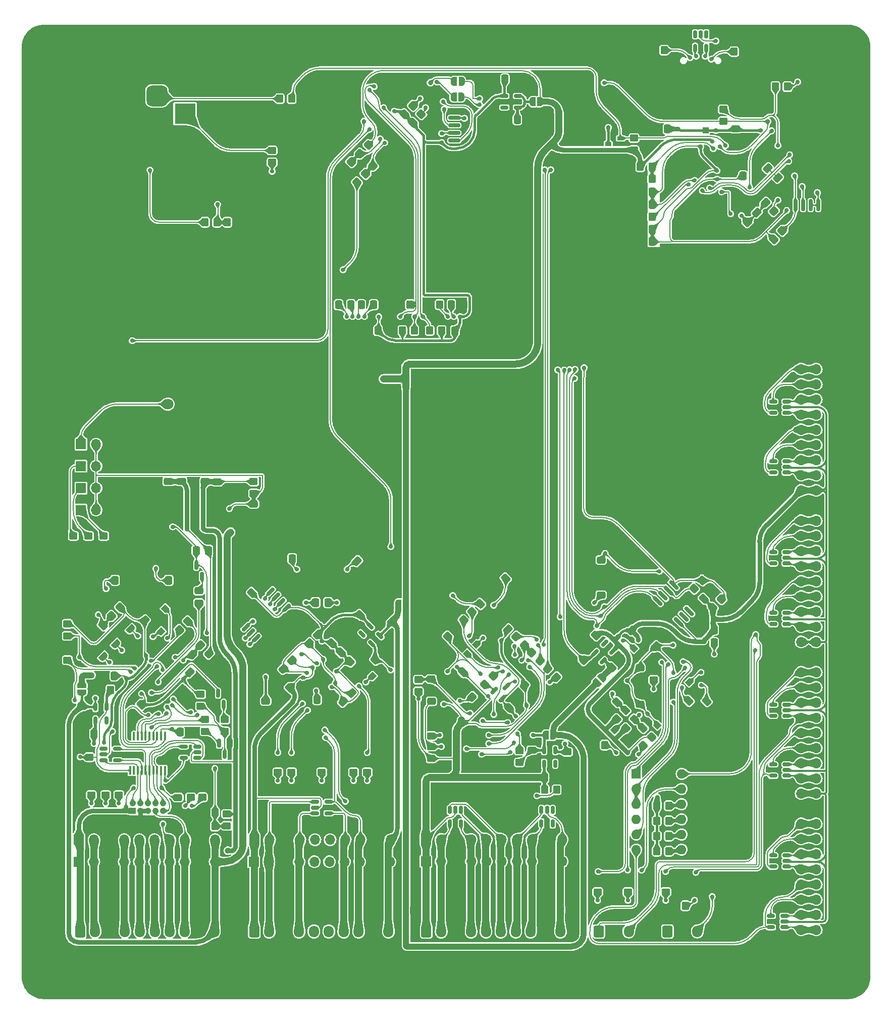
<source format=gbl>
%TF.GenerationSoftware,KiCad,Pcbnew,7.0.9*%
%TF.CreationDate,2023-12-25T16:10:32+05:30*%
%TF.ProjectId,Custom_BMP,43757374-6f6d-45f4-924d-502e6b696361,rev?*%
%TF.SameCoordinates,Original*%
%TF.FileFunction,Copper,L2,Bot*%
%TF.FilePolarity,Positive*%
%FSLAX46Y46*%
G04 Gerber Fmt 4.6, Leading zero omitted, Abs format (unit mm)*
G04 Created by KiCad (PCBNEW 7.0.9) date 2023-12-25 16:10:32*
%MOMM*%
%LPD*%
G01*
G04 APERTURE LIST*
G04 Aperture macros list*
%AMRoundRect*
0 Rectangle with rounded corners*
0 $1 Rounding radius*
0 $2 $3 $4 $5 $6 $7 $8 $9 X,Y pos of 4 corners*
0 Add a 4 corners polygon primitive as box body*
4,1,4,$2,$3,$4,$5,$6,$7,$8,$9,$2,$3,0*
0 Add four circle primitives for the rounded corners*
1,1,$1+$1,$2,$3*
1,1,$1+$1,$4,$5*
1,1,$1+$1,$6,$7*
1,1,$1+$1,$8,$9*
0 Add four rect primitives between the rounded corners*
20,1,$1+$1,$2,$3,$4,$5,0*
20,1,$1+$1,$4,$5,$6,$7,0*
20,1,$1+$1,$6,$7,$8,$9,0*
20,1,$1+$1,$8,$9,$2,$3,0*%
%AMRotRect*
0 Rectangle, with rotation*
0 The origin of the aperture is its center*
0 $1 length*
0 $2 width*
0 $3 Rotation angle, in degrees counterclockwise*
0 Add horizontal line*
21,1,$1,$2,0,0,$3*%
%AMFreePoly0*
4,1,19,0.000000,0.744911,0.071157,0.744911,0.207708,0.704816,0.327430,0.627875,0.420627,0.520320,0.479746,0.390866,0.500000,0.250000,0.500000,-0.250000,0.479746,-0.390866,0.420627,-0.520320,0.327430,-0.627875,0.207708,-0.704816,0.071157,-0.744911,0.000000,-0.744911,0.000000,-0.750000,-0.500000,-0.750000,-0.500000,0.750000,0.000000,0.750000,0.000000,0.744911,0.000000,0.744911,
$1*%
%AMFreePoly1*
4,1,19,0.500000,-0.750000,0.000000,-0.750000,0.000000,-0.744911,-0.071157,-0.744911,-0.207708,-0.704816,-0.327430,-0.627875,-0.420627,-0.520320,-0.479746,-0.390866,-0.500000,-0.250000,-0.500000,0.250000,-0.479746,0.390866,-0.420627,0.520320,-0.327430,0.627875,-0.207708,0.704816,-0.071157,0.744911,0.000000,0.744911,0.000000,0.750000,0.500000,0.750000,0.500000,-0.750000,0.500000,-0.750000,
$1*%
G04 Aperture macros list end*
%TA.AperFunction,ComponentPad*%
%ADD10O,1.700000X1.700000*%
%TD*%
%TA.AperFunction,ComponentPad*%
%ADD11R,1.700000X1.700000*%
%TD*%
%TA.AperFunction,ComponentPad*%
%ADD12O,1.700000X1.950000*%
%TD*%
%TA.AperFunction,ComponentPad*%
%ADD13RoundRect,0.250000X-0.600000X-0.725000X0.600000X-0.725000X0.600000X0.725000X-0.600000X0.725000X0*%
%TD*%
%TA.AperFunction,ComponentPad*%
%ADD14O,1.000000X1.800000*%
%TD*%
%TA.AperFunction,ComponentPad*%
%ADD15O,1.000000X2.100000*%
%TD*%
%TA.AperFunction,ComponentPad*%
%ADD16C,0.800000*%
%TD*%
%TA.AperFunction,ConnectorPad*%
%ADD17C,5.500000*%
%TD*%
%TA.AperFunction,ComponentPad*%
%ADD18C,3.600000*%
%TD*%
%TA.AperFunction,ComponentPad*%
%ADD19C,1.800000*%
%TD*%
%TA.AperFunction,ComponentPad*%
%ADD20R,3.500000X3.500000*%
%TD*%
%TA.AperFunction,ComponentPad*%
%ADD21RoundRect,0.750000X-1.000000X0.750000X-1.000000X-0.750000X1.000000X-0.750000X1.000000X0.750000X0*%
%TD*%
%TA.AperFunction,ComponentPad*%
%ADD22RoundRect,0.875000X-0.875000X0.875000X-0.875000X-0.875000X0.875000X-0.875000X0.875000X0.875000X0*%
%TD*%
%TA.AperFunction,ComponentPad*%
%ADD23C,1.060000*%
%TD*%
%TA.AperFunction,ComponentPad*%
%ADD24R,1.060000X1.060000*%
%TD*%
%TA.AperFunction,ComponentPad*%
%ADD25O,1.600000X1.600000*%
%TD*%
%TA.AperFunction,ComponentPad*%
%ADD26R,1.600000X1.600000*%
%TD*%
%TA.AperFunction,SMDPad,CuDef*%
%ADD27RoundRect,0.150000X-0.512500X-0.150000X0.512500X-0.150000X0.512500X0.150000X-0.512500X0.150000X0*%
%TD*%
%TA.AperFunction,SMDPad,CuDef*%
%ADD28RoundRect,0.250000X-0.337500X-0.475000X0.337500X-0.475000X0.337500X0.475000X-0.337500X0.475000X0*%
%TD*%
%TA.AperFunction,SMDPad,CuDef*%
%ADD29RoundRect,0.250000X-0.350000X-0.450000X0.350000X-0.450000X0.350000X0.450000X-0.350000X0.450000X0*%
%TD*%
%TA.AperFunction,SMDPad,CuDef*%
%ADD30RoundRect,0.250000X-0.450000X0.350000X-0.450000X-0.350000X0.450000X-0.350000X0.450000X0.350000X0*%
%TD*%
%TA.AperFunction,SMDPad,CuDef*%
%ADD31RoundRect,0.250000X0.475000X-0.337500X0.475000X0.337500X-0.475000X0.337500X-0.475000X-0.337500X0*%
%TD*%
%TA.AperFunction,SMDPad,CuDef*%
%ADD32RoundRect,0.250000X0.574524X0.097227X0.097227X0.574524X-0.574524X-0.097227X-0.097227X-0.574524X0*%
%TD*%
%TA.AperFunction,SMDPad,CuDef*%
%ADD33RoundRect,0.250000X0.070711X-0.565685X0.565685X-0.070711X-0.070711X0.565685X-0.565685X0.070711X0*%
%TD*%
%TA.AperFunction,SMDPad,CuDef*%
%ADD34FreePoly0,180.000000*%
%TD*%
%TA.AperFunction,SMDPad,CuDef*%
%ADD35FreePoly1,180.000000*%
%TD*%
%TA.AperFunction,SMDPad,CuDef*%
%ADD36RoundRect,0.250000X-0.565685X-0.070711X-0.070711X-0.565685X0.565685X0.070711X0.070711X0.565685X0*%
%TD*%
%TA.AperFunction,SMDPad,CuDef*%
%ADD37RoundRect,0.250000X-0.097227X0.574524X-0.574524X0.097227X0.097227X-0.574524X0.574524X-0.097227X0*%
%TD*%
%TA.AperFunction,SMDPad,CuDef*%
%ADD38RoundRect,0.250000X-0.070711X0.565685X-0.565685X0.070711X0.070711X-0.565685X0.565685X-0.070711X0*%
%TD*%
%TA.AperFunction,SMDPad,CuDef*%
%ADD39RotRect,1.000000X1.000000X225.000000*%
%TD*%
%TA.AperFunction,SMDPad,CuDef*%
%ADD40FreePoly0,315.000000*%
%TD*%
%TA.AperFunction,SMDPad,CuDef*%
%ADD41FreePoly1,315.000000*%
%TD*%
%TA.AperFunction,SMDPad,CuDef*%
%ADD42RoundRect,0.250000X0.450000X-0.350000X0.450000X0.350000X-0.450000X0.350000X-0.450000X-0.350000X0*%
%TD*%
%TA.AperFunction,SMDPad,CuDef*%
%ADD43RoundRect,0.250000X0.350000X0.450000X-0.350000X0.450000X-0.350000X-0.450000X0.350000X-0.450000X0*%
%TD*%
%TA.AperFunction,SMDPad,CuDef*%
%ADD44RoundRect,0.250000X-0.475000X0.337500X-0.475000X-0.337500X0.475000X-0.337500X0.475000X0.337500X0*%
%TD*%
%TA.AperFunction,SMDPad,CuDef*%
%ADD45R,1.100000X0.650000*%
%TD*%
%TA.AperFunction,SMDPad,CuDef*%
%ADD46RoundRect,0.250000X0.337500X0.475000X-0.337500X0.475000X-0.337500X-0.475000X0.337500X-0.475000X0*%
%TD*%
%TA.AperFunction,SMDPad,CuDef*%
%ADD47RoundRect,0.150000X0.150000X-0.512500X0.150000X0.512500X-0.150000X0.512500X-0.150000X-0.512500X0*%
%TD*%
%TA.AperFunction,SMDPad,CuDef*%
%ADD48RoundRect,0.150000X0.512500X0.150000X-0.512500X0.150000X-0.512500X-0.150000X0.512500X-0.150000X0*%
%TD*%
%TA.AperFunction,SMDPad,CuDef*%
%ADD49RoundRect,0.250000X0.097227X-0.574524X0.574524X-0.097227X-0.097227X0.574524X-0.574524X0.097227X0*%
%TD*%
%TA.AperFunction,SMDPad,CuDef*%
%ADD50RoundRect,0.150000X0.150000X-0.825000X0.150000X0.825000X-0.150000X0.825000X-0.150000X-0.825000X0*%
%TD*%
%TA.AperFunction,SMDPad,CuDef*%
%ADD51RoundRect,0.150000X-0.150000X0.512500X-0.150000X-0.512500X0.150000X-0.512500X0.150000X0.512500X0*%
%TD*%
%TA.AperFunction,SMDPad,CuDef*%
%ADD52RoundRect,0.250000X-0.574524X-0.097227X-0.097227X-0.574524X0.574524X0.097227X0.097227X0.574524X0*%
%TD*%
%TA.AperFunction,SMDPad,CuDef*%
%ADD53RoundRect,0.150000X-0.150000X0.587500X-0.150000X-0.587500X0.150000X-0.587500X0.150000X0.587500X0*%
%TD*%
%TA.AperFunction,SMDPad,CuDef*%
%ADD54RotRect,1.000000X1.000000X45.000000*%
%TD*%
%TA.AperFunction,SMDPad,CuDef*%
%ADD55RoundRect,0.250000X0.565685X0.070711X0.070711X0.565685X-0.565685X-0.070711X-0.070711X-0.565685X0*%
%TD*%
%TA.AperFunction,SMDPad,CuDef*%
%ADD56FreePoly0,225.000000*%
%TD*%
%TA.AperFunction,SMDPad,CuDef*%
%ADD57FreePoly1,225.000000*%
%TD*%
%TA.AperFunction,SMDPad,CuDef*%
%ADD58RoundRect,0.150000X-0.309359X-0.521491X0.521491X0.309359X0.309359X0.521491X-0.521491X-0.309359X0*%
%TD*%
%TA.AperFunction,SMDPad,CuDef*%
%ADD59R,1.000000X1.000000*%
%TD*%
%TA.AperFunction,SMDPad,CuDef*%
%ADD60RoundRect,0.250000X0.088388X-0.548008X0.548008X-0.088388X-0.088388X0.548008X-0.548008X0.088388X0*%
%TD*%
%TA.AperFunction,SMDPad,CuDef*%
%ADD61RoundRect,0.150000X-0.256326X-0.468458X0.468458X0.256326X0.256326X0.468458X-0.468458X-0.256326X0*%
%TD*%
%TA.AperFunction,SMDPad,CuDef*%
%ADD62FreePoly0,0.000000*%
%TD*%
%TA.AperFunction,SMDPad,CuDef*%
%ADD63FreePoly1,0.000000*%
%TD*%
%TA.AperFunction,SMDPad,CuDef*%
%ADD64RoundRect,0.150000X-0.353553X-0.565685X0.565685X0.353553X0.353553X0.565685X-0.565685X-0.353553X0*%
%TD*%
%TA.AperFunction,SMDPad,CuDef*%
%ADD65RoundRect,0.150000X0.150000X-0.587500X0.150000X0.587500X-0.150000X0.587500X-0.150000X-0.587500X0*%
%TD*%
%TA.AperFunction,SMDPad,CuDef*%
%ADD66FreePoly0,270.000000*%
%TD*%
%TA.AperFunction,SMDPad,CuDef*%
%ADD67FreePoly1,270.000000*%
%TD*%
%TA.AperFunction,SMDPad,CuDef*%
%ADD68RoundRect,0.150000X-0.689429X0.477297X0.477297X-0.689429X0.689429X-0.477297X-0.477297X0.689429X0*%
%TD*%
%TA.AperFunction,SMDPad,CuDef*%
%ADD69RoundRect,0.150000X0.468458X-0.256326X-0.256326X0.468458X-0.468458X0.256326X0.256326X-0.468458X0*%
%TD*%
%TA.AperFunction,SMDPad,CuDef*%
%ADD70RoundRect,0.100000X0.100000X-0.637500X0.100000X0.637500X-0.100000X0.637500X-0.100000X-0.637500X0*%
%TD*%
%TA.AperFunction,SMDPad,CuDef*%
%ADD71RoundRect,0.150000X0.825000X0.150000X-0.825000X0.150000X-0.825000X-0.150000X0.825000X-0.150000X0*%
%TD*%
%TA.AperFunction,ViaPad*%
%ADD72C,0.720000*%
%TD*%
%TA.AperFunction,ViaPad*%
%ADD73C,1.000000*%
%TD*%
%TA.AperFunction,ViaPad*%
%ADD74C,2.000000*%
%TD*%
%TA.AperFunction,ViaPad*%
%ADD75C,0.800000*%
%TD*%
%TA.AperFunction,Conductor*%
%ADD76C,0.200000*%
%TD*%
%TA.AperFunction,Conductor*%
%ADD77C,1.200000*%
%TD*%
%TA.AperFunction,Conductor*%
%ADD78C,0.400000*%
%TD*%
%TA.AperFunction,Conductor*%
%ADD79C,1.000000*%
%TD*%
%TA.AperFunction,Conductor*%
%ADD80C,0.800000*%
%TD*%
%TA.AperFunction,Conductor*%
%ADD81C,0.300000*%
%TD*%
%TA.AperFunction,Conductor*%
%ADD82C,0.250000*%
%TD*%
G04 APERTURE END LIST*
D10*
%TO.P,J13,80,Pin_80*%
%TO.N,GND*%
X157049500Y-74550100D03*
%TO.P,J13,79,Pin_79*%
X159589500Y-74550100D03*
%TO.P,J13,78,Pin_78*%
%TO.N,Net-(J13-Pin_77)*%
X157049500Y-77090100D03*
%TO.P,J13,77,Pin_77*%
X159589500Y-77090100D03*
%TO.P,J13,76,Pin_76*%
%TO.N,Net-(J13-Pin_75)*%
X157049500Y-79630100D03*
%TO.P,J13,75,Pin_75*%
X159589500Y-79630100D03*
%TO.P,J13,74,Pin_74*%
%TO.N,Net-(J13-Pin_73)*%
X157049500Y-82170100D03*
%TO.P,J13,73,Pin_73*%
X159589500Y-82170100D03*
%TO.P,J13,72,Pin_72*%
%TO.N,/USBHS_FTDI/TXLED2*%
X157049500Y-84710100D03*
%TO.P,J13,71,Pin_71*%
X159589500Y-84710100D03*
%TO.P,J13,70,Pin_70*%
%TO.N,/USBHS_FTDI/RXLED2*%
X157049500Y-87250100D03*
%TO.P,J13,69,Pin_69*%
X159589500Y-87250100D03*
%TO.P,J13,68,Pin_68*%
%TO.N,Net-(J13-Pin_67)*%
X157049500Y-89790100D03*
%TO.P,J13,67,Pin_67*%
X159589500Y-89790100D03*
%TO.P,J13,66,Pin_66*%
%TO.N,Net-(J13-Pin_65)*%
X157049500Y-92330100D03*
%TO.P,J13,65,Pin_65*%
X159589500Y-92330100D03*
%TO.P,J13,64,Pin_64*%
%TO.N,Net-(J13-Pin_63)*%
X157049500Y-94870100D03*
%TO.P,J13,63,Pin_63*%
X159589500Y-94870100D03*
%TO.P,J13,62,Pin_62*%
%TO.N,/USBHS_FTDI/FTDI_3V3*%
X157049500Y-97410100D03*
%TO.P,J13,61,Pin_61*%
X159589500Y-97410100D03*
%TO.P,J13,60,Pin_60*%
%TO.N,GND*%
X157049500Y-99950100D03*
%TO.P,J13,59,Pin_59*%
X159589500Y-99950100D03*
%TO.P,J13,58,Pin_58*%
%TO.N,Net-(J13-Pin_57)*%
X157049500Y-102490100D03*
%TO.P,J13,57,Pin_57*%
X159589500Y-102490100D03*
%TO.P,J13,56,Pin_56*%
%TO.N,Net-(J13-Pin_55)*%
X157049500Y-105030100D03*
%TO.P,J13,55,Pin_55*%
X159589500Y-105030100D03*
%TO.P,J13,54,Pin_54*%
%TO.N,Net-(J13-Pin_53)*%
X157049500Y-107570100D03*
%TO.P,J13,53,Pin_53*%
X159589500Y-107570100D03*
%TO.P,J13,52,Pin_52*%
%TO.N,Net-(J13-Pin_51)*%
X157049500Y-110110100D03*
%TO.P,J13,51,Pin_51*%
X159589500Y-110110100D03*
%TO.P,J13,50,Pin_50*%
%TO.N,/USBHS_FTDI/SCL2*%
X157049500Y-112650100D03*
%TO.P,J13,49,Pin_49*%
X159589500Y-112650100D03*
%TO.P,J13,48,Pin_48*%
%TO.N,/USBHS_FTDI/SDA2*%
X157049500Y-115190100D03*
%TO.P,J13,47,Pin_47*%
X159589500Y-115190100D03*
%TO.P,J13,46,Pin_46*%
%TO.N,/USBHS_FTDI/RXD2*%
X157049500Y-117730100D03*
%TO.P,J13,45,Pin_45*%
X159589500Y-117730100D03*
%TO.P,J13,44,Pin_44*%
%TO.N,/USBHS_FTDI/TXD2*%
X157049500Y-120270100D03*
%TO.P,J13,43,Pin_43*%
X159589500Y-120270100D03*
%TO.P,J13,42,Pin_42*%
%TO.N,/USBHS_FTDI/FTDI_3V3*%
X157049500Y-122810100D03*
%TO.P,J13,41,Pin_41*%
X159589500Y-122810100D03*
%TO.P,J13,40,Pin_40*%
%TO.N,GND*%
X157049500Y-125350100D03*
%TO.P,J13,39,Pin_39*%
X159589500Y-125350100D03*
%TO.P,J13,38,Pin_38*%
%TO.N,Net-(J13-Pin_37)*%
X157049500Y-127890100D03*
%TO.P,J13,37,Pin_37*%
X159589500Y-127890100D03*
%TO.P,J13,36,Pin_36*%
%TO.N,Net-(J13-Pin_35)*%
X157049500Y-130430100D03*
%TO.P,J13,35,Pin_35*%
X159589500Y-130430100D03*
%TO.P,J13,34,Pin_34*%
%TO.N,Net-(J13-Pin_33)*%
X157049500Y-132970100D03*
%TO.P,J13,33,Pin_33*%
X159589500Y-132970100D03*
%TO.P,J13,32,Pin_32*%
%TO.N,/USBHS_FTDI/TXLED1*%
X157049500Y-135510100D03*
%TO.P,J13,31,Pin_31*%
X159589500Y-135510100D03*
%TO.P,J13,30,Pin_30*%
%TO.N,/USBHS_FTDI/RXLED1*%
X157049500Y-138050100D03*
%TO.P,J13,29,Pin_29*%
X159589500Y-138050100D03*
%TO.P,J13,28,Pin_28*%
%TO.N,Net-(J13-Pin_27)*%
X157049500Y-140590100D03*
%TO.P,J13,27,Pin_27*%
X159589500Y-140590100D03*
%TO.P,J13,26,Pin_26*%
%TO.N,Net-(J13-Pin_25)*%
X157049500Y-143130100D03*
%TO.P,J13,25,Pin_25*%
X159589500Y-143130100D03*
%TO.P,J13,24,Pin_24*%
%TO.N,Net-(J13-Pin_23)*%
X157049500Y-145670100D03*
%TO.P,J13,23,Pin_23*%
X159589500Y-145670100D03*
%TO.P,J13,22,Pin_22*%
%TO.N,/USBHS_FTDI/FTDI_3V3*%
X157049500Y-148210100D03*
%TO.P,J13,21,Pin_21*%
X159589500Y-148210100D03*
%TO.P,J13,20,Pin_20*%
%TO.N,GND*%
X157049500Y-150750100D03*
%TO.P,J13,19,Pin_19*%
X159589500Y-150750100D03*
%TO.P,J13,18,Pin_18*%
%TO.N,Net-(J13-Pin_17)*%
X157049500Y-153290100D03*
%TO.P,J13,17,Pin_17*%
X159589500Y-153290100D03*
%TO.P,J13,16,Pin_16*%
%TO.N,Net-(J13-Pin_15)*%
X157049500Y-155830100D03*
%TO.P,J13,15,Pin_15*%
X159589500Y-155830100D03*
%TO.P,J13,14,Pin_14*%
%TO.N,Net-(J13-Pin_13)*%
X157049500Y-158370100D03*
%TO.P,J13,13,Pin_13*%
X159589500Y-158370100D03*
%TO.P,J13,12,Pin_12*%
%TO.N,Net-(J13-Pin_11)*%
X157049500Y-160910100D03*
%TO.P,J13,11,Pin_11*%
X159589500Y-160910100D03*
%TO.P,J13,10,Pin_10*%
%TO.N,/USBHS_FTDI/SCL1*%
X157049500Y-163450100D03*
%TO.P,J13,9,Pin_9*%
X159589500Y-163450100D03*
%TO.P,J13,8,Pin_8*%
%TO.N,/USBHS_FTDI/SDA1*%
X157049500Y-165990100D03*
%TO.P,J13,7,Pin_7*%
X159589500Y-165990100D03*
%TO.P,J13,6,Pin_6*%
%TO.N,/USBHS_FTDI/RXD1*%
X157049500Y-168530100D03*
%TO.P,J13,5,Pin_5*%
X159589500Y-168530100D03*
%TO.P,J13,4,Pin_4*%
%TO.N,/USBHS_FTDI/TXD1*%
X157049500Y-171070100D03*
%TO.P,J13,3,Pin_3*%
X159589500Y-171070100D03*
%TO.P,J13,2,Pin_2*%
%TO.N,GND*%
X157049500Y-173610100D03*
D11*
%TO.P,J13,1,Pin_1*%
X159589500Y-173610100D03*
%TD*%
D10*
%TO.P,J12,10,Pin_10*%
%TO.N,/PicoProbe/PP5V*%
X88215500Y-155957100D03*
%TO.P,J12,9,Pin_9*%
%TO.N,GND*%
X85675500Y-155957100D03*
%TO.P,J12,8,Pin_8*%
%TO.N,/PicoProbe/PP_CONN11*%
X83135500Y-155957100D03*
%TO.P,J12,7,Pin_7*%
%TO.N,/PicoProbe/PP_CONN12*%
X80595500Y-155957100D03*
%TO.P,J12,6,Pin_6*%
%TO.N,unconnected-(J12-Pin_6-Pad6)*%
X78055500Y-155957100D03*
%TO.P,J12,5,Pin_5*%
%TO.N,unconnected-(J12-Pin_5-Pad5)*%
X75515500Y-155957100D03*
%TO.P,J12,4,Pin_4*%
%TO.N,/PicoProbe/PP_CONN22*%
X72975500Y-155957100D03*
%TO.P,J12,3,Pin_3*%
%TO.N,GND*%
X70435500Y-155957100D03*
%TO.P,J12,2,Pin_2*%
%TO.N,/PicoProbe/PP_CONN21*%
X67895500Y-155957100D03*
D11*
%TO.P,J12,1,Pin_1*%
%TO.N,/PicoProbe/PP_VSYS*%
X65355500Y-155957100D03*
%TD*%
D12*
%TO.P,J2,10,Pin_10*%
%TO.N,/STLink/~{STLINK_VBUS}*%
X116684500Y-171341249D03*
%TO.P,J2,9,Pin_9*%
%TO.N,GND*%
X114184500Y-171341249D03*
%TO.P,J2,8,Pin_8*%
%TO.N,/STLink/STL_TXD*%
X111684500Y-171341249D03*
%TO.P,J2,7,Pin_7*%
%TO.N,/STLink/STL_RXD*%
X109184500Y-171341249D03*
%TO.P,J2,6,Pin_6*%
%TO.N,/STLink/STL_SWO*%
X106684500Y-171341249D03*
%TO.P,J2,5,Pin_5*%
%TO.N,/STLink/STL_RST*%
X104184500Y-171341249D03*
%TO.P,J2,4,Pin_4*%
%TO.N,/STLink/STL_DIO*%
X101684500Y-171341249D03*
%TO.P,J2,3,Pin_3*%
%TO.N,GND*%
X99184500Y-171341249D03*
%TO.P,J2,2,Pin_2*%
%TO.N,/STLink/STL_CLK*%
X96684500Y-171341249D03*
D13*
%TO.P,J2,1,Pin_1*%
%TO.N,/STLink/~{STLINK_VSYS}*%
X94184500Y-171341249D03*
%TD*%
D14*
%TO.P,J16,S1,SHIELD*%
%TO.N,GND*%
X135888000Y-21698200D03*
D15*
X135888000Y-25878200D03*
D14*
X144528000Y-21698200D03*
D15*
X144528000Y-25878200D03*
%TD*%
D12*
%TO.P,J15,3,Pin_3*%
%TO.N,/USBHS_FTDI/RXD2*%
X128140500Y-171307100D03*
%TO.P,J15,2,Pin_2*%
%TO.N,GND*%
X125640500Y-171307100D03*
D13*
%TO.P,J15,1,Pin_1*%
%TO.N,/USBHS_FTDI/TXD2*%
X123140500Y-171307100D03*
%TD*%
D10*
%TO.P,JP10,2,B*%
%TO.N,Net-(JP10-B)*%
X38807500Y-93345000D03*
D11*
%TO.P,JP10,1,A*%
%TO.N,Net-(JP10-A)*%
X36267500Y-93345000D03*
%TD*%
D16*
%TO.P,U14,57,GND*%
%TO.N,GND*%
X76671061Y-128664661D03*
%TD*%
D10*
%TO.P,JP9,2,B*%
%TO.N,Net-(JP10-B)*%
X38812500Y-89662000D03*
D11*
%TO.P,JP9,1,A*%
%TO.N,Net-(JP9-A)*%
X36272500Y-89662000D03*
%TD*%
D17*
%TO.P,H3,1,1*%
%TO.N,GND*%
X165000000Y-23000000D03*
D18*
X165000000Y-23000000D03*
%TD*%
D10*
%TO.P,J3,10,Pin_10*%
%TO.N,/STLink/~{STLINK_VBUS}*%
X116975186Y-159582950D03*
%TO.P,J3,9,Pin_9*%
%TO.N,GND*%
X114435186Y-159582950D03*
%TO.P,J3,8,Pin_8*%
%TO.N,/STLink/STL_TXD*%
X111895186Y-159582950D03*
%TO.P,J3,7,Pin_7*%
%TO.N,/STLink/STL_RXD*%
X109355186Y-159582950D03*
%TO.P,J3,6,Pin_6*%
%TO.N,/STLink/STL_SWO*%
X106815186Y-159582950D03*
%TO.P,J3,5,Pin_5*%
%TO.N,/STLink/STL_RST*%
X104275186Y-159582950D03*
%TO.P,J3,4,Pin_4*%
%TO.N,/STLink/STL_DIO*%
X101735186Y-159582950D03*
%TO.P,J3,3,Pin_3*%
%TO.N,GND*%
X99195186Y-159582950D03*
%TO.P,J3,2,Pin_2*%
%TO.N,/STLink/STL_CLK*%
X96655186Y-159582950D03*
D11*
%TO.P,J3,1,Pin_1*%
%TO.N,/STLink/~{STLINK_VSYS}*%
X94115186Y-159582950D03*
%TD*%
D17*
%TO.P,H2,1,1*%
%TO.N,GND*%
X30000000Y-23000000D03*
D18*
X30000000Y-23000000D03*
%TD*%
D19*
%TO.P,RV1,3,3*%
%TO.N,GND*%
X38147500Y-82941100D03*
%TO.P,RV1,2,2*%
X43227500Y-80401100D03*
%TO.P,RV1,1,1*%
%TO.N,Net-(JP9-A)*%
X50847500Y-82941100D03*
%TD*%
D10*
%TO.P,J6,10,Pin_10*%
%TO.N,/BlackMagicProbe/BMP_5V*%
X58781500Y-155932100D03*
%TO.P,J6,9,Pin_9*%
%TO.N,GND*%
X56241500Y-155932100D03*
%TO.P,J6,8,Pin_8*%
%TO.N,/BlackMagicProbe/BMP_TXD_OUT*%
X53701500Y-155932100D03*
%TO.P,J6,7,Pin_7*%
%TO.N,/BlackMagicProbe/BMP_RXD_OUT*%
X51161500Y-155932100D03*
%TO.P,J6,6,Pin_6*%
%TO.N,/BlackMagicProbe/BMP_TDO_OUT*%
X48621500Y-155932100D03*
%TO.P,J6,5,Pin_5*%
%TO.N,/BlackMagicProbe/BMP_RST_OUT*%
X46081500Y-155932100D03*
%TO.P,J6,4,Pin_4*%
%TO.N,/BlackMagicProbe/BMP_TMS_OUT*%
X43541500Y-155932100D03*
%TO.P,J6,3,Pin_3*%
%TO.N,GND*%
X41001500Y-155932100D03*
%TO.P,J6,2,Pin_2*%
%TO.N,/BlackMagicProbe/BMP_TCK_OUT*%
X38461500Y-155932100D03*
D11*
%TO.P,J6,1,Pin_1*%
%TO.N,/BlackMagicProbe/BMP_PWR_OUT*%
X35921500Y-155932100D03*
%TD*%
D10*
%TO.P,JP8,2,B*%
%TO.N,Net-(JP10-B)*%
X38812500Y-100711000D03*
D11*
%TO.P,JP8,1,A*%
%TO.N,Net-(JP8-A)*%
X36272500Y-100711000D03*
%TD*%
D10*
%TO.P,JP7,2,B*%
%TO.N,Net-(JP10-B)*%
X38812500Y-97028000D03*
D11*
%TO.P,JP7,1,A*%
%TO.N,Net-(JP7-A)*%
X36272500Y-97028000D03*
%TD*%
D17*
%TO.P,H1,1,1*%
%TO.N,GND*%
X30000000Y-179000000D03*
D18*
X30000000Y-179000000D03*
%TD*%
D20*
%TO.P,J17,1*%
%TO.N,/Main_USB_HUB/EXTPWR*%
X53721000Y-34290000D03*
D21*
%TO.P,J17,2*%
%TO.N,GND*%
X53721000Y-28290000D03*
D22*
%TO.P,J17,3*%
%TO.N,Net-(J17-Pad3)*%
X49021000Y-31290000D03*
%TD*%
D23*
%TO.P,J8,10,10*%
%TO.N,/BlackMagicProbe/BMP_RST_OUT*%
X50042500Y-149831100D03*
%TO.P,J8,09,09*%
%TO.N,/BlackMagicProbe/BMP_RXD_OUT*%
X50042500Y-151101100D03*
%TO.P,J8,08,08*%
%TO.N,/BlackMagicProbe/BMP_TDI_OUT*%
X48772500Y-149831100D03*
%TO.P,J8,07,07*%
%TO.N,/BlackMagicProbe/BMP_TXD_OUT*%
X48772500Y-151101100D03*
%TO.P,J8,06,06*%
%TO.N,/BlackMagicProbe/BMP_TDO_OUT*%
X47502500Y-149831100D03*
%TO.P,J8,05,05*%
%TO.N,GND*%
X47502500Y-151101100D03*
%TO.P,J8,04,04*%
%TO.N,/BlackMagicProbe/BMP_TCK_OUT*%
X46232500Y-149831100D03*
%TO.P,J8,03,03*%
%TO.N,GND*%
X46232500Y-151101100D03*
%TO.P,J8,02,02*%
%TO.N,/BlackMagicProbe/BMP_TMS_OUT*%
X44962500Y-149831100D03*
D24*
%TO.P,J8,01,01*%
%TO.N,/BlackMagicProbe/BMP_PWR_OUT*%
X44962500Y-151101100D03*
%TD*%
D10*
%TO.P,J5,10,Pin_10*%
%TO.N,/BlackMagicProbe/BMP_5V*%
X58751500Y-159640100D03*
%TO.P,J5,9,Pin_9*%
%TO.N,GND*%
X56211500Y-159640100D03*
%TO.P,J5,8,Pin_8*%
%TO.N,/BlackMagicProbe/BMP_TXD_OUT*%
X53671500Y-159640100D03*
%TO.P,J5,7,Pin_7*%
%TO.N,/BlackMagicProbe/BMP_RXD_OUT*%
X51131500Y-159640100D03*
%TO.P,J5,6,Pin_6*%
%TO.N,/BlackMagicProbe/BMP_TDO_OUT*%
X48591500Y-159640100D03*
%TO.P,J5,5,Pin_5*%
%TO.N,/BlackMagicProbe/BMP_RST_OUT*%
X46051500Y-159640100D03*
%TO.P,J5,4,Pin_4*%
%TO.N,/BlackMagicProbe/BMP_TMS_OUT*%
X43511500Y-159640100D03*
%TO.P,J5,3,Pin_3*%
%TO.N,GND*%
X40971500Y-159640100D03*
%TO.P,J5,2,Pin_2*%
%TO.N,/BlackMagicProbe/BMP_TCK_OUT*%
X38431500Y-159640100D03*
D11*
%TO.P,J5,1,Pin_1*%
%TO.N,/BlackMagicProbe/BMP_PWR_OUT*%
X35891500Y-159640100D03*
%TD*%
D25*
%TO.P,SW7,12*%
%TO.N,/USBHS_FTDI/RXD2*%
X137012343Y-144908100D03*
%TO.P,SW7,11*%
%TO.N,/USBHS_FTDI/RXD1*%
X137012343Y-147448100D03*
%TO.P,SW7,10*%
%TO.N,Net-(R93-Pad2)*%
X137012343Y-149988100D03*
%TO.P,SW7,9*%
%TO.N,Net-(R94-Pad2)*%
X137012343Y-152528100D03*
%TO.P,SW7,8*%
%TO.N,Net-(R95-Pad2)*%
X137012343Y-155068100D03*
%TO.P,SW7,7*%
%TO.N,Net-(R96-Pad2)*%
X137012343Y-157608100D03*
%TO.P,SW7,6*%
%TO.N,/USBHS_FTDI/SCL1*%
X129392343Y-157608100D03*
%TO.P,SW7,5*%
%TO.N,/USBHS_FTDI/SCL2*%
X129392343Y-155068100D03*
%TO.P,SW7,4*%
%TO.N,/USBHS_FTDI/SDA2*%
X129392343Y-152528100D03*
%TO.P,SW7,3*%
%TO.N,/USBHS_FTDI/SDA1*%
X129392343Y-149988100D03*
%TO.P,SW7,2*%
X129392343Y-147448100D03*
D26*
%TO.P,SW7,1*%
%TO.N,/USBHS_FTDI/SDA2*%
X129392343Y-144908100D03*
%TD*%
D10*
%TO.P,J11,10,Pin_10*%
%TO.N,/PicoProbe/PP5V*%
X88093500Y-159640100D03*
%TO.P,J11,9,Pin_9*%
%TO.N,GND*%
X85553500Y-159640100D03*
%TO.P,J11,8,Pin_8*%
%TO.N,/PicoProbe/PP_CONN11*%
X83013500Y-159640100D03*
%TO.P,J11,7,Pin_7*%
%TO.N,/PicoProbe/PP_CONN12*%
X80473500Y-159640100D03*
%TO.P,J11,6,Pin_6*%
%TO.N,unconnected-(J11-Pin_6-Pad6)*%
X77933500Y-159640100D03*
%TO.P,J11,5,Pin_5*%
%TO.N,unconnected-(J11-Pin_5-Pad5)*%
X75393500Y-159640100D03*
%TO.P,J11,4,Pin_4*%
%TO.N,/PicoProbe/PP_CONN22*%
X72853500Y-159640100D03*
%TO.P,J11,3,Pin_3*%
%TO.N,GND*%
X70313500Y-159640100D03*
%TO.P,J11,2,Pin_2*%
%TO.N,/PicoProbe/PP_CONN21*%
X67773500Y-159640100D03*
D11*
%TO.P,J11,1,Pin_1*%
%TO.N,/PicoProbe/PP_VSYS*%
X65233500Y-159640100D03*
%TD*%
D12*
%TO.P,J1,10,Pin_10*%
%TO.N,/BlackMagicProbe/BMP_5V*%
X58638500Y-171324100D03*
%TO.P,J1,9,Pin_9*%
%TO.N,GND*%
X56138500Y-171324100D03*
%TO.P,J1,8,Pin_8*%
%TO.N,/BlackMagicProbe/BMP_TXD_OUT*%
X53638500Y-171324100D03*
%TO.P,J1,7,Pin_7*%
%TO.N,/BlackMagicProbe/BMP_RXD_OUT*%
X51138500Y-171324100D03*
%TO.P,J1,6,Pin_6*%
%TO.N,/BlackMagicProbe/BMP_TDO_OUT*%
X48638500Y-171324100D03*
%TO.P,J1,5,Pin_5*%
%TO.N,/BlackMagicProbe/BMP_RST_OUT*%
X46138500Y-171324100D03*
%TO.P,J1,4,Pin_4*%
%TO.N,/BlackMagicProbe/BMP_TMS_OUT*%
X43638500Y-171324100D03*
%TO.P,J1,3,Pin_3*%
%TO.N,GND*%
X41138500Y-171324100D03*
%TO.P,J1,2,Pin_2*%
%TO.N,/BlackMagicProbe/BMP_TCK_OUT*%
X38638500Y-171324100D03*
D13*
%TO.P,J1,1,Pin_1*%
%TO.N,/BlackMagicProbe/BMP_PWR_OUT*%
X36138500Y-171324100D03*
%TD*%
D12*
%TO.P,J10,10,Pin_10*%
%TO.N,/PicoProbe/PP5V*%
X87834500Y-171324100D03*
%TO.P,J10,9,Pin_9*%
%TO.N,GND*%
X85334500Y-171324100D03*
%TO.P,J10,8,Pin_8*%
%TO.N,/PicoProbe/PP_CONN11*%
X82834500Y-171324100D03*
%TO.P,J10,7,Pin_7*%
%TO.N,/PicoProbe/PP_CONN12*%
X80334500Y-171324100D03*
%TO.P,J10,6,Pin_6*%
%TO.N,unconnected-(J10-Pin_6-Pad6)*%
X77834500Y-171324100D03*
%TO.P,J10,5,Pin_5*%
%TO.N,unconnected-(J10-Pin_5-Pad5)*%
X75334500Y-171324100D03*
%TO.P,J10,4,Pin_4*%
%TO.N,/PicoProbe/PP_CONN22*%
X72834500Y-171324100D03*
%TO.P,J10,3,Pin_3*%
%TO.N,GND*%
X70334500Y-171324100D03*
%TO.P,J10,2,Pin_2*%
%TO.N,/PicoProbe/PP_CONN21*%
X67834500Y-171324100D03*
D13*
%TO.P,J10,1,Pin_1*%
%TO.N,/PicoProbe/PP_VSYS*%
X65334500Y-171324100D03*
%TD*%
D17*
%TO.P,H4,1,1*%
%TO.N,GND*%
X165000000Y-179000000D03*
D18*
X165000000Y-179000000D03*
%TD*%
D10*
%TO.P,J4,10,Pin_10*%
%TO.N,/STLink/~{STLINK_VBUS}*%
X116975186Y-155899950D03*
%TO.P,J4,9,Pin_9*%
%TO.N,GND*%
X114435186Y-155899950D03*
%TO.P,J4,8,Pin_8*%
%TO.N,/STLink/STL_TXD*%
X111895186Y-155899950D03*
%TO.P,J4,7,Pin_7*%
%TO.N,/STLink/STL_RXD*%
X109355186Y-155899950D03*
%TO.P,J4,6,Pin_6*%
%TO.N,/STLink/STL_SWO*%
X106815186Y-155899950D03*
%TO.P,J4,5,Pin_5*%
%TO.N,/STLink/STL_RST*%
X104275186Y-155899950D03*
%TO.P,J4,4,Pin_4*%
%TO.N,/STLink/STL_DIO*%
X101735186Y-155899950D03*
%TO.P,J4,3,Pin_3*%
%TO.N,GND*%
X99195186Y-155899950D03*
%TO.P,J4,2,Pin_2*%
%TO.N,/STLink/STL_CLK*%
X96655186Y-155899950D03*
D11*
%TO.P,J4,1,Pin_1*%
%TO.N,/STLink/~{STLINK_VSYS}*%
X94115186Y-155899950D03*
%TD*%
D12*
%TO.P,J14,3,Pin_3*%
%TO.N,/USBHS_FTDI/RXD1*%
X139650500Y-171307100D03*
%TO.P,J14,2,Pin_2*%
%TO.N,GND*%
X137150500Y-171307100D03*
D13*
%TO.P,J14,1,Pin_1*%
%TO.N,/USBHS_FTDI/TXD1*%
X134650500Y-171307100D03*
%TD*%
D27*
%TO.P,U24,6,IO4*%
%TO.N,Net-(J13-Pin_11)*%
X154631000Y-160463100D03*
%TO.P,U24,5,VP*%
%TO.N,/USBHS_FTDI/FTDI_3V3*%
X154631000Y-159513100D03*
%TO.P,U24,4,IO3*%
%TO.N,Net-(J13-Pin_13)*%
X154631000Y-158563100D03*
%TO.P,U24,3,IO2*%
%TO.N,Net-(J13-Pin_15)*%
X152356000Y-158563100D03*
%TO.P,U24,2,VN*%
%TO.N,GND*%
X152356000Y-159513100D03*
%TO.P,U24,1,IO1*%
%TO.N,Net-(J13-Pin_17)*%
X152356000Y-160463100D03*
%TD*%
D28*
%TO.P,C49,2*%
%TO.N,GND*%
X144548800Y-122937100D03*
%TO.P,C49,1*%
%TO.N,/USBHS_FTDI/VCORE*%
X142473800Y-122937100D03*
%TD*%
D29*
%TO.P,R14,2*%
%TO.N,Net-(D20-A)*%
X116062000Y-147574000D03*
%TO.P,R14,1*%
%TO.N,/STLink/~{STLINK_VSYS}*%
X114062000Y-147574000D03*
%TD*%
D28*
%TO.P,C8,2*%
%TO.N,/STLink/~{STLINK_VSYS}*%
X94136686Y-167768100D03*
%TO.P,C8,1*%
%TO.N,GND*%
X92061686Y-167768100D03*
%TD*%
D30*
%TO.P,R27,2*%
%TO.N,Net-(Q2-B)*%
X57100500Y-137780100D03*
%TO.P,R27,1*%
%TO.N,/BlackMagicProbe/BMP_RST_DRIVE*%
X57100500Y-135780100D03*
%TD*%
D31*
%TO.P,R35,2*%
%TO.N,Net-(Q4-B)*%
X56022500Y-114228600D03*
%TO.P,R35,1*%
%TO.N,/BlackMagicProbe/TPWR_BR*%
X56022500Y-116303600D03*
%TD*%
D30*
%TO.P,R10,2*%
%TO.N,/STLink/~{STLINK_VBUS}*%
X109805500Y-143003100D03*
%TO.P,R10,1*%
%TO.N,Net-(Q1-B)*%
X109805500Y-141003100D03*
%TD*%
D32*
%TO.P,C33,2*%
%TO.N,GND*%
X86958173Y-117904511D03*
%TO.P,C33,1*%
%TO.N,/PicoProbe/PP5V*%
X88425419Y-119371757D03*
%TD*%
D33*
%TO.P,R7,2*%
%TO.N,Net-(U3-PA15)*%
X101876607Y-117730100D03*
%TO.P,R7,1*%
%TO.N,Net-(Q1-B)*%
X100462393Y-119144314D03*
%TD*%
D34*
%TO.P,JP13,2,B*%
%TO.N,Net-(JP13-B)*%
X98822500Y-28866100D03*
D35*
%TO.P,JP13,1,A*%
%TO.N,/STLink/STL_DIO*%
X100122500Y-28866100D03*
%TD*%
D36*
%TO.P,R29,2*%
%TO.N,GND*%
X56329607Y-126373207D03*
%TO.P,R29,1*%
%TO.N,/BlackMagicProbe/BMP_VBUS*%
X54915393Y-124958993D03*
%TD*%
D37*
%TO.P,C31,2*%
%TO.N,GND*%
X81570019Y-119730966D03*
%TO.P,C31,1*%
%TO.N,/PicoProbe/PP_VSYS*%
X83037265Y-118263720D03*
%TD*%
D32*
%TO.P,C2,2*%
%TO.N,GND*%
X106390456Y-119227584D03*
%TO.P,C2,1*%
%TO.N,/STLink/~{STLINK_VSYS}*%
X107857702Y-120694830D03*
%TD*%
D38*
%TO.P,R24,2*%
%TO.N,/BlackMagicProbe/BMP_DP*%
X52786593Y-120774007D03*
%TO.P,R24,1*%
%TO.N,Net-(U2-PA8)*%
X54200807Y-119359793D03*
%TD*%
D37*
%TO.P,C16,2*%
%TO.N,GND*%
X44888877Y-134799723D03*
%TO.P,C16,1*%
%TO.N,/BlackMagicProbe/~{BMP_VSYS}*%
X46356123Y-133332477D03*
%TD*%
D33*
%TO.P,R92,2*%
%TO.N,Net-(U30-PB13)*%
X93329607Y-34358993D03*
%TO.P,R92,1*%
%TO.N,/Supervisor_MCU/SUP_3V3*%
X91915393Y-35773207D03*
%TD*%
D39*
%TO.P,TP14,1,1*%
%TO.N,Net-(U15-~{PWREN})*%
X129032000Y-123901200D03*
%TD*%
D40*
%TO.P,JP3,2,B*%
%TO.N,Net-(JP3-B)*%
X42141738Y-123179094D03*
D41*
%TO.P,JP3,1,A*%
%TO.N,GND*%
X41222500Y-122259856D03*
%TD*%
D39*
%TO.P,TP1,1,1*%
%TO.N,/STLink/~{STLIINK_SWCLK}*%
X102552079Y-123263207D03*
%TD*%
D29*
%TO.P,R88,2*%
%TO.N,/Supervisor_MCU/D_RST*%
X91422500Y-66266100D03*
%TO.P,R88,1*%
%TO.N,GND*%
X89422500Y-66266100D03*
%TD*%
D30*
%TO.P,R82,2*%
%TO.N,/Main_USB_HUB/~{SUSPEND}*%
X144018000Y-35544000D03*
%TO.P,R82,1*%
%TO.N,/Main_USB_HUB/3V3HUB*%
X144018000Y-33544000D03*
%TD*%
D42*
%TO.P,R49,2*%
%TO.N,GND*%
X40422500Y-146466100D03*
%TO.P,R49,1*%
%TO.N,Net-(D6-K)*%
X40422500Y-148466100D03*
%TD*%
D37*
%TO.P,C3,2*%
%TO.N,GND*%
X98897456Y-129330830D03*
%TO.P,C3,1*%
%TO.N,/STLink/~{STLINK_VSYS}*%
X100364702Y-127863584D03*
%TD*%
D31*
%TO.P,C23,2*%
%TO.N,GND*%
X53163501Y-93832600D03*
%TO.P,C23,1*%
%TO.N,/BlackMagicProbe/BMP_5V*%
X53163501Y-95907600D03*
%TD*%
D43*
%TO.P,R67,2*%
%TO.N,GND*%
X135631343Y-167006100D03*
%TO.P,R67,1*%
%TO.N,Net-(D13-K)*%
X137631343Y-167006100D03*
%TD*%
D44*
%TO.P,C20,2*%
%TO.N,/BlackMagicProbe/BMP_PWR_OUT*%
X52528500Y-148866600D03*
%TO.P,C20,1*%
%TO.N,GND*%
X52528500Y-146791600D03*
%TD*%
D45*
%TO.P,Q5,3,D*%
%TO.N,/Main_USB_HUB/USBC_VBUS*%
X124680000Y-39370000D03*
%TO.P,Q5,2,S*%
%TO.N,VBUS*%
X126780000Y-40330000D03*
%TO.P,Q5,1,G*%
%TO.N,/Main_USB_HUB/PDETECT*%
X126780000Y-38410000D03*
%TD*%
D42*
%TO.P,R70,2*%
%TO.N,GND*%
X122915343Y-162704100D03*
%TO.P,R70,1*%
%TO.N,Net-(D16-K)*%
X122915343Y-164704100D03*
%TD*%
D33*
%TO.P,R91,2*%
%TO.N,Net-(U30-PB14)*%
X91929607Y-32958993D03*
%TO.P,R91,1*%
%TO.N,/Supervisor_MCU/SUP_3V3*%
X90515393Y-34373207D03*
%TD*%
D46*
%TO.P,C30,2*%
%TO.N,Net-(C30-Pad2)*%
X71684000Y-108840100D03*
%TO.P,C30,1*%
%TO.N,GND*%
X73759000Y-108840100D03*
%TD*%
D42*
%TO.P,R4,2*%
%TO.N,Net-(U3-PA0)*%
X95025403Y-129029989D03*
%TO.P,R4,1*%
%TO.N,GND*%
X95025403Y-131029989D03*
%TD*%
D43*
%TO.P,R41,2*%
%TO.N,GND*%
X56735500Y-153671100D03*
%TO.P,R41,1*%
%TO.N,/BlackMagicProbe/TPWR_SENSE*%
X58735500Y-153671100D03*
%TD*%
D37*
%TO.P,C43,2*%
%TO.N,GND*%
X69818136Y-131967910D03*
%TO.P,C43,1*%
%TO.N,/PicoProbe/PP_VSYS*%
X71285382Y-130500664D03*
%TD*%
D44*
%TO.P,C5,2*%
%TO.N,GND*%
X95045469Y-134819131D03*
%TO.P,C5,1*%
%TO.N,Net-(U3-NRST)*%
X95045469Y-132744131D03*
%TD*%
D32*
%TO.P,C50,2*%
%TO.N,GND*%
X127134720Y-119409477D03*
%TO.P,C50,1*%
%TO.N,/USBHS_FTDI/FTDI_3V3*%
X128601966Y-120876723D03*
%TD*%
D37*
%TO.P,C7,2*%
%TO.N,Net-(U3-PD0)*%
X103229877Y-116431723D03*
%TO.P,C7,1*%
%TO.N,GND*%
X104697123Y-114964477D03*
%TD*%
D47*
%TO.P,U5,6,IO4*%
%TO.N,/STLink/STL_RST*%
X100018186Y-150952450D03*
%TO.P,U5,5,VP*%
%TO.N,/STLink/~{STLINK_VSYS}*%
X99068186Y-150952450D03*
%TO.P,U5,4,IO3*%
%TO.N,/STLink/STL_SWO*%
X98118186Y-150952450D03*
%TO.P,U5,3,IO2*%
%TO.N,/STLink/STL_CLK*%
X98118186Y-153227450D03*
%TO.P,U5,2,VN*%
%TO.N,GND*%
X99068186Y-153227450D03*
%TO.P,U5,1,IO1*%
%TO.N,/STLink/STL_DIO*%
X100018186Y-153227450D03*
%TD*%
D30*
%TO.P,R39,2*%
%TO.N,GND*%
X37542500Y-107046100D03*
%TO.P,R39,1*%
%TO.N,Net-(JP7-A)*%
X37542500Y-105046100D03*
%TD*%
D48*
%TO.P,U8,6,IO4*%
%TO.N,unconnected-(U8-IO4-Pad6)*%
X40085000Y-140716100D03*
%TO.P,U8,5,VP*%
%TO.N,/BlackMagicProbe/BMP_5V*%
X40085000Y-141666100D03*
%TO.P,U8,4,IO3*%
%TO.N,/BlackMagicProbe/BMP_TMS_OUT*%
X40085000Y-142616100D03*
%TO.P,U8,3,IO2*%
%TO.N,/BlackMagicProbe/BMP_TCK_OUT*%
X42360000Y-142616100D03*
%TO.P,U8,2,VN*%
%TO.N,GND*%
X42360000Y-141666100D03*
%TO.P,U8,1,IO1*%
%TO.N,/BlackMagicProbe/BMP_TDO_OUT*%
X42360000Y-140716100D03*
%TD*%
D49*
%TO.P,C38,2*%
%TO.N,GND*%
X79805123Y-121568477D03*
%TO.P,C38,1*%
%TO.N,/PicoProbe/PP_VSYS*%
X78337877Y-123035723D03*
%TD*%
D50*
%TO.P,U28,8,VCC*%
%TO.N,/Main_USB_HUB/3V3HUB*%
X159893000Y-49595000D03*
%TO.P,U28,7,~{WC}*%
X158623000Y-49595000D03*
%TO.P,U28,6,SCL*%
%TO.N,/Main_USB_HUB/EESCL*%
X157353000Y-49595000D03*
%TO.P,U28,5,SDA*%
%TO.N,/Main_USB_HUB/EESDA*%
X156083000Y-49595000D03*
%TO.P,U28,4,VSS*%
%TO.N,GND*%
X156083000Y-54545000D03*
%TO.P,U28,3,E2*%
X157353000Y-54545000D03*
%TO.P,U28,2,E1*%
X158623000Y-54545000D03*
%TO.P,U28,1,E0*%
X159893000Y-54545000D03*
%TD*%
D42*
%TO.P,R55,2*%
%TO.N,GND*%
X76658500Y-142638100D03*
%TO.P,R55,1*%
%TO.N,Net-(D8-K)*%
X76658500Y-144638100D03*
%TD*%
D36*
%TO.P,R6,2*%
%TO.N,Net-(U3-PC14)*%
X101876607Y-132026207D03*
%TO.P,R6,1*%
%TO.N,GND*%
X100462393Y-130611993D03*
%TD*%
D46*
%TO.P,C12,2*%
%TO.N,Net-(U2-PD1)*%
X50985000Y-112466100D03*
%TO.P,C12,1*%
%TO.N,GND*%
X53060000Y-112466100D03*
%TD*%
D51*
%TO.P,U4,5,OUT*%
%TO.N,/STLink/~{STLINK_VSYS}*%
X113932186Y-143213196D03*
%TO.P,U4,4,NC*%
%TO.N,unconnected-(U4-NC-Pad4)*%
X115832186Y-143213196D03*
%TO.P,U4,3,EN*%
%TO.N,/STLink/EN_STLINK*%
X115832186Y-140938196D03*
%TO.P,U4,2,GND*%
%TO.N,GND*%
X114882186Y-140938196D03*
%TO.P,U4,1,IN*%
%TO.N,/STLink/~{STLINK_VBUS}*%
X113932186Y-140938196D03*
%TD*%
D32*
%TO.P,C37,2*%
%TO.N,GND*%
X70177346Y-124394089D03*
%TO.P,C37,1*%
%TO.N,/PicoProbe/PP_VSYS*%
X71644592Y-125861335D03*
%TD*%
D42*
%TO.P,R57,2*%
%TO.N,GND*%
X71578500Y-142638100D03*
%TO.P,R57,1*%
%TO.N,Net-(D10-K)*%
X71578500Y-144638100D03*
%TD*%
D39*
%TO.P,TP6,1,1*%
%TO.N,/BlackMagicProbe/~{BMP_SWCLK}*%
X49734500Y-121032100D03*
%TD*%
D27*
%TO.P,U21,6,IO4*%
%TO.N,/USBHS_FTDI/TXD2*%
X154631000Y-119823100D03*
%TO.P,U21,5,VP*%
%TO.N,/USBHS_FTDI/FTDI_3V3*%
X154631000Y-118873100D03*
%TO.P,U21,4,IO3*%
%TO.N,/USBHS_FTDI/RXD2*%
X154631000Y-117923100D03*
%TO.P,U21,3,IO2*%
%TO.N,/USBHS_FTDI/SDA2*%
X152356000Y-117923100D03*
%TO.P,U21,2,VN*%
%TO.N,GND*%
X152356000Y-118873100D03*
%TO.P,U21,1,IO1*%
%TO.N,/USBHS_FTDI/SCL2*%
X152356000Y-119823100D03*
%TD*%
D30*
%TO.P,R5,2*%
%TO.N,Net-(U3-PC13)*%
X95025403Y-138573404D03*
%TO.P,R5,1*%
%TO.N,GND*%
X95025403Y-136573404D03*
%TD*%
D39*
%TO.P,TP7,1,1*%
%TO.N,/BlackMagicProbe/~{BMP_SWDIO}*%
X50394900Y-117222100D03*
%TD*%
D38*
%TO.P,R20,2*%
%TO.N,Net-(U2-NRST)*%
X41407393Y-118437207D03*
%TO.P,R20,1*%
%TO.N,/BlackMagicProbe/~{BMP_VSYS}*%
X42821607Y-117022993D03*
%TD*%
%TO.P,R60,2*%
%TO.N,/PicoProbe/EN_PP*%
X85603393Y-125803207D03*
%TO.P,R60,1*%
%TO.N,GND*%
X87017607Y-124388993D03*
%TD*%
D30*
%TO.P,R3,2*%
%TO.N,/STLink/~{STLINK_VSYS}*%
X92882314Y-131119792D03*
%TO.P,R3,1*%
%TO.N,Net-(U3-PA0)*%
X92882314Y-129119792D03*
%TD*%
D27*
%TO.P,U18,6,IO4*%
%TO.N,/USBHS_FTDI/TXLED2*%
X154631000Y-84390100D03*
%TO.P,U18,5,VP*%
%TO.N,/USBHS_FTDI/FTDI_3V3*%
X154631000Y-83440100D03*
%TO.P,U18,4,IO3*%
%TO.N,Net-(J13-Pin_73)*%
X154631000Y-82490100D03*
%TO.P,U18,3,IO2*%
%TO.N,Net-(J13-Pin_75)*%
X152356000Y-82490100D03*
%TO.P,U18,2,VN*%
%TO.N,GND*%
X152356000Y-83440100D03*
%TO.P,U18,1,IO1*%
%TO.N,Net-(J13-Pin_77)*%
X152356000Y-84390100D03*
%TD*%
D52*
%TO.P,C72,2*%
%TO.N,GND*%
X151101623Y-52295623D03*
%TO.P,C72,1*%
%TO.N,/Main_USB_HUB/HUBRST*%
X149634377Y-50828377D03*
%TD*%
D32*
%TO.P,C15,2*%
%TO.N,GND*%
X45488877Y-117732477D03*
%TO.P,C15,1*%
%TO.N,/BlackMagicProbe/~{BMP_VSYS}*%
X46956123Y-119199723D03*
%TD*%
D27*
%TO.P,U23,6,IO4*%
%TO.N,Net-(J13-Pin_23)*%
X154631000Y-145223100D03*
%TO.P,U23,5,VP*%
%TO.N,/USBHS_FTDI/FTDI_3V3*%
X154631000Y-144273100D03*
%TO.P,U23,4,IO3*%
%TO.N,Net-(J13-Pin_25)*%
X154631000Y-143323100D03*
%TO.P,U23,3,IO2*%
%TO.N,Net-(J13-Pin_27)*%
X152356000Y-143323100D03*
%TO.P,U23,2,VN*%
%TO.N,GND*%
X152356000Y-144273100D03*
%TO.P,U23,1,IO1*%
%TO.N,/USBHS_FTDI/RXLED1*%
X152356000Y-145223100D03*
%TD*%
D53*
%TO.P,Q2,3,C*%
%TO.N,/BlackMagicProbe/BMP_TRST*%
X60402500Y-141654600D03*
%TO.P,Q2,2,E*%
%TO.N,GND*%
X61352500Y-139779600D03*
%TO.P,Q2,1,B*%
%TO.N,Net-(Q2-B)*%
X59452500Y-139779600D03*
%TD*%
D54*
%TO.P,TP13,1,1*%
%TO.N,/PicoProbe/PP_RST*%
X85167500Y-128525100D03*
%TD*%
D34*
%TO.P,JP14,2,B*%
%TO.N,Net-(JP14-B)*%
X98772500Y-31466100D03*
D35*
%TO.P,JP14,1,A*%
%TO.N,/STLink/STL_CLK*%
X100072500Y-31466100D03*
%TD*%
D52*
%TO.P,C64,2*%
%TO.N,/Main_USB_HUB/XIN*%
X151437123Y-43412724D03*
%TO.P,C64,1*%
%TO.N,GND*%
X149969877Y-41945478D03*
%TD*%
D28*
%TO.P,C78,2*%
%TO.N,Net-(DS1-C2P)*%
X81555500Y-66294000D03*
%TO.P,C78,1*%
%TO.N,Net-(DS1-C2N)*%
X79480500Y-66294000D03*
%TD*%
D49*
%TO.P,C40,2*%
%TO.N,GND*%
X82853123Y-124616477D03*
%TO.P,C40,1*%
%TO.N,/PicoProbe/PP_VSYS*%
X81385877Y-126083723D03*
%TD*%
D28*
%TO.P,C82,2*%
%TO.N,GND*%
X109460000Y-28466100D03*
%TO.P,C82,1*%
%TO.N,/Supervisor_MCU/SUP_3V3*%
X107385000Y-28466100D03*
%TD*%
%TO.P,C42,2*%
%TO.N,GND*%
X77950000Y-132462100D03*
%TO.P,C42,1*%
%TO.N,/PicoProbe/PP_VSYS*%
X75875000Y-132462100D03*
%TD*%
D36*
%TO.P,R12,2*%
%TO.N,Net-(U3-PA9)*%
X110625186Y-123335314D03*
%TO.P,R12,1*%
%TO.N,Net-(D1-K)*%
X109210972Y-121921100D03*
%TD*%
D46*
%TO.P,C80,2*%
%TO.N,/Supervisor_MCU/SUP_3V3*%
X86084500Y-70612000D03*
%TO.P,C80,1*%
%TO.N,GND*%
X88159500Y-70612000D03*
%TD*%
D33*
%TO.P,R64,2*%
%TO.N,/Supervisor_MCU/SUP_MISO*%
X143659607Y-115651393D03*
%TO.P,R64,1*%
%TO.N,/USBHS_FTDI/FTDI_3V3*%
X142245393Y-117065607D03*
%TD*%
D42*
%TO.P,R69,2*%
%TO.N,GND*%
X127995343Y-162704100D03*
%TO.P,R69,1*%
%TO.N,Net-(D15-K)*%
X127995343Y-164704100D03*
%TD*%
%TO.P,R33,2*%
%TO.N,GND*%
X42622500Y-146466100D03*
%TO.P,R33,1*%
%TO.N,Net-(D3-K)*%
X42622500Y-148466100D03*
%TD*%
D43*
%TO.P,R72,2*%
%TO.N,GND*%
X130064000Y-51562000D03*
%TO.P,R72,1*%
%TO.N,/Main_USB_HUB/REF*%
X132064000Y-51562000D03*
%TD*%
D42*
%TO.P,R50,2*%
%TO.N,GND*%
X54687500Y-146829100D03*
%TO.P,R50,1*%
%TO.N,Net-(D7-K)*%
X54687500Y-148829100D03*
%TD*%
D27*
%TO.P,U22,6,IO4*%
%TO.N,/USBHS_FTDI/TXLED1*%
X154631000Y-135190100D03*
%TO.P,U22,5,VP*%
%TO.N,/USBHS_FTDI/FTDI_3V3*%
X154631000Y-134240100D03*
%TO.P,U22,4,IO3*%
%TO.N,Net-(J13-Pin_33)*%
X154631000Y-133290100D03*
%TO.P,U22,3,IO2*%
%TO.N,Net-(J13-Pin_35)*%
X152356000Y-133290100D03*
%TO.P,U22,2,VN*%
%TO.N,GND*%
X152356000Y-134240100D03*
%TO.P,U22,1,IO1*%
%TO.N,Net-(J13-Pin_37)*%
X152356000Y-135190100D03*
%TD*%
D28*
%TO.P,C79,2*%
%TO.N,Net-(DS1-C1N)*%
X85365500Y-66294000D03*
%TO.P,C79,1*%
%TO.N,Net-(DS1-C1P)*%
X83290500Y-66294000D03*
%TD*%
D37*
%TO.P,C61,2*%
%TO.N,GND*%
X121136877Y-123162723D03*
%TO.P,C61,1*%
%TO.N,/USBHS_FTDI/FTDI_3V3*%
X122604123Y-121695477D03*
%TD*%
D46*
%TO.P,R34,2*%
%TO.N,/BlackMagicProbe/TPWR_EN*%
X55585000Y-107466100D03*
%TO.P,R34,1*%
%TO.N,/BlackMagicProbe/BMP_5V*%
X57660000Y-107466100D03*
%TD*%
D42*
%TO.P,R31,2*%
%TO.N,/STLink/EN_STLINK*%
X117864186Y-141241100D03*
%TO.P,R31,1*%
%TO.N,GND*%
X117864186Y-143241100D03*
%TD*%
D37*
%TO.P,C52,2*%
%TO.N,GND*%
X139729677Y-134211723D03*
%TO.P,C52,1*%
%TO.N,/USBHS_FTDI/FTDI_3V3*%
X141196923Y-132744477D03*
%TD*%
D30*
%TO.P,R42,2*%
%TO.N,/BlackMagicProbe/TPWR_SENSE*%
X60707300Y-153629700D03*
%TO.P,R42,1*%
%TO.N,/BlackMagicProbe/BMP_PWR_OUT*%
X60707300Y-151629700D03*
%TD*%
D42*
%TO.P,R62,2*%
%TO.N,GND*%
X132313343Y-127144100D03*
%TO.P,R62,1*%
%TO.N,Net-(U15-REF)*%
X132313343Y-129144100D03*
%TD*%
D55*
%TO.P,R30,2*%
%TO.N,/BlackMagicProbe/BMP_VBUS*%
X56315393Y-123358993D03*
%TO.P,R30,1*%
%TO.N,/BlackMagicProbe/BMP_5V*%
X57729607Y-124773207D03*
%TD*%
D52*
%TO.P,C4,2*%
%TO.N,GND*%
X101550500Y-137923100D03*
%TO.P,C4,1*%
%TO.N,/STLink/~{STLINK_VSYS}*%
X100083254Y-136455854D03*
%TD*%
D33*
%TO.P,R61,2*%
%TO.N,/USBHS_FTDI/FTDI_3V3*%
X131975607Y-138739993D03*
%TO.P,R61,1*%
%TO.N,Net-(U15-~{RESET})*%
X130561393Y-140154207D03*
%TD*%
D48*
%TO.P,U11,6,IO4*%
%TO.N,/PicoProbe/PP_CONN21*%
X75515500Y-149612100D03*
%TO.P,U11,5,VP*%
%TO.N,/PicoProbe/PP_VSYS*%
X75515500Y-150562100D03*
%TO.P,U11,4,IO3*%
%TO.N,/PicoProbe/PP_CONN22*%
X75515500Y-151512100D03*
%TO.P,U11,3,IO2*%
%TO.N,/PicoProbe/PP_CONN12*%
X77790500Y-151512100D03*
%TO.P,U11,2,VN*%
%TO.N,GND*%
X77790500Y-150562100D03*
%TO.P,U11,1,IO1*%
%TO.N,/PicoProbe/PP_CONN11*%
X77790500Y-149612100D03*
%TD*%
D42*
%TO.P,R48,2*%
%TO.N,GND*%
X38022500Y-146466100D03*
%TO.P,R48,1*%
%TO.N,Net-(D5-K)*%
X38022500Y-148466100D03*
%TD*%
D56*
%TO.P,JP11,2,B*%
%TO.N,VBUS*%
X122733355Y-129694246D03*
D57*
%TO.P,JP11,1,A*%
%TO.N,Net-(JP11-A)*%
X123652593Y-128775008D03*
%TD*%
D38*
%TO.P,R8,2*%
%TO.N,Net-(Q1-E)*%
X104003972Y-129939314D03*
%TO.P,R8,1*%
%TO.N,/Main_USB_HUB/USB3_DP*%
X105418186Y-128525100D03*
%TD*%
D29*
%TO.P,R77,2*%
%TO.N,Net-(J16-CC2)*%
X134096000Y-23622000D03*
%TO.P,R77,1*%
%TO.N,GND*%
X132096000Y-23622000D03*
%TD*%
%TO.P,R40,2*%
%TO.N,/BlackMagicProbe/EN_BMP*%
X41222500Y-130834849D03*
%TO.P,R40,1*%
%TO.N,GND*%
X39222500Y-130834849D03*
%TD*%
D51*
%TO.P,U12,5,OUT*%
%TO.N,/BlackMagicProbe/~{BMP_VSYS}*%
X38672500Y-135972350D03*
%TO.P,U12,4,NC*%
%TO.N,unconnected-(U12-NC-Pad4)*%
X40572500Y-135972350D03*
%TO.P,U12,3,EN*%
%TO.N,/BlackMagicProbe/EN_BMP*%
X40572500Y-133697350D03*
%TO.P,U12,2,GND*%
%TO.N,GND*%
X39622500Y-133697350D03*
%TO.P,U12,1,IN*%
%TO.N,/BlackMagicProbe/BMP_5V*%
X38672500Y-133697350D03*
%TD*%
D46*
%TO.P,C21,2*%
%TO.N,GND*%
X36384999Y-138234850D03*
%TO.P,C21,1*%
%TO.N,/BlackMagicProbe/~{BMP_VSYS}*%
X38459999Y-138234850D03*
%TD*%
D29*
%TO.P,R94,2*%
%TO.N,Net-(R94-Pad2)*%
X134837343Y-152782100D03*
%TO.P,R94,1*%
%TO.N,/USBHS_FTDI/FTDI_3V3*%
X132837343Y-152782100D03*
%TD*%
D37*
%TO.P,C10,2*%
%TO.N,GND*%
X38459877Y-121511723D03*
%TO.P,C10,1*%
%TO.N,Net-(U2-NRST)*%
X39927123Y-120044477D03*
%TD*%
D52*
%TO.P,C41,2*%
%TO.N,GND*%
X81702479Y-134302776D03*
%TO.P,C41,1*%
%TO.N,/PicoProbe/PP_VSYS*%
X80235233Y-132835530D03*
%TD*%
D37*
%TO.P,C32,2*%
%TO.N,GND*%
X63478877Y-116050723D03*
%TO.P,C32,1*%
%TO.N,/PicoProbe/PP_VSYS*%
X64946123Y-114583477D03*
%TD*%
D44*
%TO.P,C22,2*%
%TO.N,GND*%
X36422499Y-135672350D03*
%TO.P,C22,1*%
%TO.N,/BlackMagicProbe/BMP_5V*%
X36422499Y-133597350D03*
%TD*%
D27*
%TO.P,U25,6,IO4*%
%TO.N,/USBHS_FTDI/TXD1*%
X154250000Y-170623100D03*
%TO.P,U25,5,VP*%
%TO.N,/USBHS_FTDI/FTDI_3V3*%
X154250000Y-169673100D03*
%TO.P,U25,4,IO3*%
%TO.N,/USBHS_FTDI/RXD1*%
X154250000Y-168723100D03*
%TO.P,U25,3,IO2*%
%TO.N,/USBHS_FTDI/SDA1*%
X151975000Y-168723100D03*
%TO.P,U25,2,VN*%
%TO.N,GND*%
X151975000Y-169673100D03*
%TO.P,U25,1,IO1*%
%TO.N,/USBHS_FTDI/SCL1*%
X151975000Y-170623100D03*
%TD*%
D58*
%TO.P,Q1,3,C*%
%TO.N,/STLink/~{STLINK_VSYS}*%
X107605099Y-130275187D03*
%TO.P,Q1,2,E*%
%TO.N,Net-(Q1-E)*%
X105607522Y-130929261D03*
%TO.P,Q1,1,B*%
%TO.N,Net-(Q1-B)*%
X106951025Y-132272764D03*
%TD*%
D46*
%TO.P,C13,2*%
%TO.N,GND*%
X39785000Y-128466100D03*
%TO.P,C13,1*%
%TO.N,/BlackMagicProbe/~{BMP_VSYS}*%
X41860000Y-128466100D03*
%TD*%
D28*
%TO.P,C51,2*%
%TO.N,GND*%
X144548800Y-120778100D03*
%TO.P,C51,1*%
%TO.N,/USBHS_FTDI/FTDI_3V3*%
X142473800Y-120778100D03*
%TD*%
D32*
%TO.P,C29,2*%
%TO.N,Net-(U14-XIN)*%
X82578377Y-109248377D03*
%TO.P,C29,1*%
%TO.N,GND*%
X84045623Y-110715623D03*
%TD*%
D46*
%TO.P,C70,2*%
%TO.N,GND*%
X132566500Y-36830000D03*
%TO.P,C70,1*%
%TO.N,/Main_USB_HUB/USBC_VBUS*%
X134641500Y-36830000D03*
%TD*%
D31*
%TO.P,C48,2*%
%TO.N,GND*%
X130027343Y-131170600D03*
%TO.P,C48,1*%
%TO.N,/USBHS_FTDI/VCORE*%
X130027343Y-133245600D03*
%TD*%
D42*
%TO.P,R59,2*%
%TO.N,GND*%
X84278500Y-142638100D03*
%TO.P,R59,1*%
%TO.N,Net-(D12-K)*%
X84278500Y-144638100D03*
%TD*%
D59*
%TO.P,TP21,1,1*%
%TO.N,/Main_USB_HUB/USBC_VBUS*%
X141047501Y-37085100D03*
%TD*%
D49*
%TO.P,C60,2*%
%TO.N,GND*%
X142162123Y-114100877D03*
%TO.P,C60,1*%
%TO.N,/USBHS_FTDI/FTDI_3V3*%
X140694877Y-115568123D03*
%TD*%
D55*
%TO.P,R80,2*%
%TO.N,/Main_USB_HUB/HUBRST*%
X148044447Y-52471339D03*
%TO.P,R80,1*%
%TO.N,GND*%
X149458661Y-53885553D03*
%TD*%
D29*
%TO.P,R87,2*%
%TO.N,Net-(DS1-IREF)*%
X96422500Y-66266100D03*
%TO.P,R87,1*%
%TO.N,GND*%
X94422500Y-66266100D03*
%TD*%
D38*
%TO.P,R17,2*%
%TO.N,Net-(U30-PA1)*%
X85222393Y-42999207D03*
%TO.P,R17,1*%
%TO.N,GND*%
X86636607Y-41584993D03*
%TD*%
D60*
%TO.P,FB1,2*%
%TO.N,Net-(U15-VPHY)*%
X127577127Y-134277316D03*
%TO.P,FB1,1*%
%TO.N,/USBHS_FTDI/FTDI_3V3*%
X126127559Y-135726884D03*
%TD*%
D32*
%TO.P,C47,2*%
%TO.N,GND*%
X131169877Y-122076477D03*
%TO.P,C47,1*%
%TO.N,/USBHS_FTDI/VCORE*%
X132637123Y-123543723D03*
%TD*%
D46*
%TO.P,R36,2*%
%TO.N,Net-(C30-Pad2)*%
X75621000Y-116206100D03*
%TO.P,R36,1*%
%TO.N,Net-(U14-XOUT)*%
X77696000Y-116206100D03*
%TD*%
D61*
%TO.P,U26,5,OUT*%
%TO.N,/USBHS_FTDI/FTDI_3V3*%
X125436363Y-124344242D03*
%TO.P,U26,4,NC*%
%TO.N,unconnected-(U26-NC-Pad4)*%
X124092861Y-123000740D03*
%TO.P,U26,3,EN*%
%TO.N,/Supervisor_MCU/SUP_EN4*%
X122484193Y-124609408D03*
%TO.P,U26,2,GND*%
%TO.N,GND*%
X123155944Y-125281159D03*
%TO.P,U26,1,IN*%
%TO.N,Net-(JP11-A)*%
X123827695Y-125952910D03*
%TD*%
D46*
%TO.P,C11,2*%
%TO.N,Net-(U2-PD0)*%
X41985000Y-112466100D03*
%TO.P,C11,1*%
%TO.N,GND*%
X44060000Y-112466100D03*
%TD*%
D49*
%TO.P,C44,2*%
%TO.N,GND*%
X81329123Y-123092477D03*
%TO.P,C44,1*%
%TO.N,/PicoProbe/PP_VSYS*%
X79861877Y-124559723D03*
%TD*%
D31*
%TO.P,C25,2*%
%TO.N,GND*%
X57100500Y-93854100D03*
%TO.P,C25,1*%
%TO.N,/BlackMagicProbe/BMP_PWR_OUT*%
X57100500Y-95929100D03*
%TD*%
D62*
%TO.P,JP12,2,B*%
%TO.N,VBUS*%
X113272500Y-32266100D03*
D63*
%TO.P,JP12,1,A*%
%TO.N,Net-(JP12-A)*%
X111972500Y-32266100D03*
%TD*%
D29*
%TO.P,R89,2*%
%TO.N,/Supervisor_MCU/D_SCL*%
X92186000Y-70612000D03*
%TO.P,R89,1*%
%TO.N,/Supervisor_MCU/SUP_3V3*%
X90186000Y-70612000D03*
%TD*%
D64*
%TO.P,U13,8,VCC*%
%TO.N,/PicoProbe/PP_VSYS*%
X70772123Y-117039554D03*
%TO.P,U13,7,IO3*%
%TO.N,/PicoProbe/QSPI_SD3*%
X69874097Y-116141528D03*
%TO.P,U13,6,CLK*%
%TO.N,/PicoProbe/QSPI_SCLK*%
X68976072Y-115243503D03*
%TO.P,U13,5,DI(IO0)*%
%TO.N,/PicoProbe/QSPI_SD0*%
X68078046Y-114345477D03*
%TO.P,U13,4,GND*%
%TO.N,GND*%
X62986877Y-119436646D03*
%TO.P,U13,3,IO2*%
%TO.N,/PicoProbe/QSPI_SD2*%
X63884903Y-120334672D03*
%TO.P,U13,2,DO(IO1)*%
%TO.N,/PicoProbe/QSPI_SD1*%
X64782928Y-121232697D03*
%TO.P,U13,1,~{CS}*%
%TO.N,/PicoProbe/QSPI_SS*%
X65680954Y-122130723D03*
%TD*%
D33*
%TO.P,R18,2*%
%TO.N,Net-(U30-PA0)*%
X81575677Y-42366062D03*
%TO.P,R18,1*%
%TO.N,GND*%
X80161463Y-43780276D03*
%TD*%
D29*
%TO.P,R81,2*%
%TO.N,Net-(D17-A)*%
X154751498Y-29725100D03*
%TO.P,R81,1*%
%TO.N,/Main_USB_HUB/3V3HUB*%
X152751498Y-29725100D03*
%TD*%
D65*
%TO.P,Q4,3,C*%
%TO.N,/BlackMagicProbe/TPWR_EN*%
X55622500Y-109928600D03*
%TO.P,Q4,2,E*%
%TO.N,GND*%
X54672500Y-111803600D03*
%TO.P,Q4,1,B*%
%TO.N,Net-(Q4-B)*%
X56572500Y-111803600D03*
%TD*%
D42*
%TO.P,R56,2*%
%TO.N,GND*%
X69292500Y-142638100D03*
%TO.P,R56,1*%
%TO.N,Net-(D9-K)*%
X69292500Y-144638100D03*
%TD*%
%TO.P,R1,2*%
%TO.N,Net-(U3-NRST)*%
X95025403Y-140345112D03*
%TO.P,R1,1*%
%TO.N,/STLink/~{STLINK_VSYS}*%
X95025403Y-142345112D03*
%TD*%
D46*
%TO.P,C83,2*%
%TO.N,GND*%
X107385000Y-35266100D03*
%TO.P,C83,1*%
%TO.N,Net-(JP12-A)*%
X109460000Y-35266100D03*
%TD*%
D43*
%TO.P,R84,2*%
%TO.N,Net-(C74-Pad1)*%
X57065700Y-52452100D03*
%TO.P,R84,1*%
%TO.N,Net-(U29-FB)*%
X59065700Y-52452100D03*
%TD*%
D29*
%TO.P,R96,2*%
%TO.N,Net-(R96-Pad2)*%
X134837343Y-157862100D03*
%TO.P,R96,1*%
%TO.N,/USBHS_FTDI/FTDI_3V3*%
X132837343Y-157862100D03*
%TD*%
D44*
%TO.P,C71,2*%
%TO.N,GND*%
X146050000Y-38883500D03*
%TO.P,C71,1*%
%TO.N,/Main_USB_HUB/USBC_VBUS*%
X146050000Y-36808500D03*
%TD*%
D33*
%TO.P,R63,2*%
%TO.N,/Supervisor_MCU/SUP_MISO*%
X140484607Y-112476393D03*
%TO.P,R63,1*%
%TO.N,/Supervisor_MCU/SUP_MOSI*%
X139070393Y-113890607D03*
%TD*%
D42*
%TO.P,R46,2*%
%TO.N,GND*%
X56642000Y-146828000D03*
%TO.P,R46,1*%
%TO.N,Net-(D4-K)*%
X56642000Y-148828000D03*
%TD*%
D66*
%TO.P,JP6,2,B*%
%TO.N,/BlackMagicProbe/BMP_5V*%
X36422499Y-131284849D03*
D67*
%TO.P,JP6,1,A*%
%TO.N,VBUS*%
X36422499Y-129984849D03*
%TD*%
D32*
%TO.P,C63,2*%
%TO.N,/Main_USB_HUB/XOUT*%
X153144876Y-44993479D03*
%TO.P,C63,1*%
%TO.N,GND*%
X154612122Y-46460725D03*
%TD*%
D46*
%TO.P,C77,2*%
%TO.N,Net-(DS1-VCOMH)*%
X98385000Y-66266100D03*
%TO.P,C77,1*%
%TO.N,GND*%
X100460000Y-66266100D03*
%TD*%
D68*
%TO.P,U17,8,VCC*%
%TO.N,/USBHS_FTDI/FTDI_3V3*%
X136497550Y-119455628D03*
%TO.P,U17,7,NC*%
%TO.N,unconnected-(U17-NC-Pad7)*%
X137395575Y-118557602D03*
%TO.P,U17,6,NC*%
%TO.N,unconnected-(U17-NC-Pad6)*%
X138293601Y-117659576D03*
%TO.P,U17,5,GND*%
%TO.N,GND*%
X139191627Y-116761551D03*
%TO.P,U17,4,DO*%
%TO.N,/Supervisor_MCU/SUP_MISO*%
X135691448Y-113261372D03*
%TO.P,U17,3,DI*%
%TO.N,/Supervisor_MCU/SUP_MOSI*%
X134793423Y-114159398D03*
%TO.P,U17,2,SCLK*%
%TO.N,/Supervisor_MCU/SUP_SCK*%
X133895397Y-115057424D03*
%TO.P,U17,1,CS*%
%TO.N,/Supervisor_MCU/SUP_NSS*%
X132997371Y-115955449D03*
%TD*%
D48*
%TO.P,U32,5,OUT*%
%TO.N,/Supervisor_MCU/SUP_3V3*%
X107285000Y-31316100D03*
%TO.P,U32,4,NC*%
%TO.N,unconnected-(U32-NC-Pad4)*%
X107285000Y-33216100D03*
%TO.P,U32,3,EN*%
%TO.N,Net-(JP12-A)*%
X109560000Y-33216100D03*
%TO.P,U32,2,GND*%
%TO.N,GND*%
X109560000Y-32266100D03*
%TO.P,U32,1,IN*%
%TO.N,Net-(JP12-A)*%
X109560000Y-31316100D03*
%TD*%
D43*
%TO.P,R85,2*%
%TO.N,Net-(U29-FB)*%
X60824900Y-52452100D03*
%TO.P,R85,1*%
%TO.N,GND*%
X62824900Y-52452100D03*
%TD*%
D28*
%TO.P,C17,2*%
%TO.N,GND*%
X116107686Y-145543100D03*
%TO.P,C17,1*%
%TO.N,/STLink/~{STLINK_VSYS}*%
X114032686Y-145543100D03*
%TD*%
D52*
%TO.P,C1,2*%
%TO.N,GND*%
X112120809Y-131570123D03*
%TO.P,C1,1*%
%TO.N,/STLink/~{STLINK_VSYS}*%
X110653563Y-130102877D03*
%TD*%
D39*
%TO.P,TP2,1,1*%
%TO.N,/STLink/~{STLIINK_SDIO}*%
X101028079Y-124787207D03*
%TD*%
D69*
%TO.P,U16,5,OUT*%
%TO.N,/PicoProbe/PP_VSYS*%
X84775334Y-120125532D03*
%TO.P,U16,4,NC*%
%TO.N,unconnected-(U16-NC-Pad4)*%
X83431832Y-121469034D03*
%TO.P,U16,3,EN*%
%TO.N,/PicoProbe/EN_PP*%
X85040500Y-123077702D03*
%TO.P,U16,2,GND*%
%TO.N,GND*%
X85712251Y-122405951D03*
%TO.P,U16,1,IN*%
%TO.N,/PicoProbe/PP5V*%
X86384002Y-121734200D03*
%TD*%
D44*
%TO.P,C58,2*%
%TO.N,Net-(U15-OSCI)*%
X123521500Y-114957600D03*
%TO.P,C58,1*%
%TO.N,GND*%
X123521500Y-112882600D03*
%TD*%
D32*
%TO.P,C36,2*%
%TO.N,GND*%
X73051028Y-121520408D03*
%TO.P,C36,1*%
%TO.N,/PicoProbe/PP_DVDD*%
X74518274Y-122987654D03*
%TD*%
D28*
%TO.P,C27,2*%
%TO.N,/BlackMagicProbe/TPWR_SENSE*%
X58773000Y-151385100D03*
%TO.P,C27,1*%
%TO.N,GND*%
X56698000Y-151385100D03*
%TD*%
D47*
%TO.P,U6,6,IO4*%
%TO.N,unconnected-(U6-IO4-Pad6)*%
X115385186Y-150952450D03*
%TO.P,U6,5,VP*%
%TO.N,/STLink/~{STLINK_VBUS}*%
X114435186Y-150952450D03*
%TO.P,U6,4,IO3*%
%TO.N,/STLink/STL_RXD*%
X113485186Y-150952450D03*
%TO.P,U6,3,IO2*%
%TO.N,/STLink/STL_TXD*%
X113485186Y-153227450D03*
%TO.P,U6,2,VN*%
%TO.N,GND*%
X114435186Y-153227450D03*
%TO.P,U6,1,IO1*%
%TO.N,unconnected-(U6-IO1-Pad1)*%
X115385186Y-153227450D03*
%TD*%
D38*
%TO.P,R15,2*%
%TO.N,/Main_USB_HUB/EXTPWR*%
X82555393Y-45793207D03*
%TO.P,R15,1*%
%TO.N,Net-(U30-PA1)*%
X83969607Y-44378993D03*
%TD*%
D32*
%TO.P,C35,2*%
%TO.N,GND*%
X68725302Y-125815728D03*
%TO.P,C35,1*%
%TO.N,/PicoProbe/PP_DVDD*%
X70192548Y-127282974D03*
%TD*%
D28*
%TO.P,C68,2*%
%TO.N,/Main_USB_HUB/3V3HUB*%
X132101500Y-49530000D03*
%TO.P,C68,1*%
%TO.N,GND*%
X130026500Y-49530000D03*
%TD*%
D32*
%TO.P,C39,2*%
%TO.N,GND*%
X74487869Y-120083567D03*
%TO.P,C39,1*%
%TO.N,/PicoProbe/PP_VSYS*%
X75955115Y-121550813D03*
%TD*%
D31*
%TO.P,C59,2*%
%TO.N,Net-(U15-OSCO)*%
X123521500Y-109072600D03*
%TO.P,C59,1*%
%TO.N,GND*%
X123521500Y-111147600D03*
%TD*%
D27*
%TO.P,U20,6,IO4*%
%TO.N,Net-(J13-Pin_51)*%
X154631000Y-109663100D03*
%TO.P,U20,5,VP*%
%TO.N,/USBHS_FTDI/FTDI_3V3*%
X154631000Y-108713100D03*
%TO.P,U20,4,IO3*%
%TO.N,Net-(J13-Pin_53)*%
X154631000Y-107763100D03*
%TO.P,U20,3,IO2*%
%TO.N,Net-(J13-Pin_55)*%
X152356000Y-107763100D03*
%TO.P,U20,2,VN*%
%TO.N,GND*%
X152356000Y-108713100D03*
%TO.P,U20,1,IO1*%
%TO.N,Net-(J13-Pin_57)*%
X152356000Y-109663100D03*
%TD*%
D30*
%TO.P,R21,2*%
%TO.N,Net-(U2-BOOT0)*%
X33986500Y-125842100D03*
%TO.P,R21,1*%
%TO.N,GND*%
X33986500Y-123842100D03*
%TD*%
D38*
%TO.P,R83,2*%
%TO.N,/Main_USB_HUB/3V3HUB*%
X152454893Y-55317107D03*
%TO.P,R83,1*%
%TO.N,/Main_USB_HUB/EESDA*%
X153869107Y-53902893D03*
%TD*%
D44*
%TO.P,C45,2*%
%TO.N,GND*%
X130027343Y-129181600D03*
%TO.P,C45,1*%
%TO.N,/USBHS_FTDI/VCORE*%
X130027343Y-127106600D03*
%TD*%
D33*
%TO.P,R16,2*%
%TO.N,VBUS*%
X84477607Y-39552993D03*
%TO.P,R16,1*%
%TO.N,Net-(U30-PA0)*%
X83063393Y-40967207D03*
%TD*%
D43*
%TO.P,R73,2*%
%TO.N,VBUS*%
X130064000Y-43180000D03*
%TO.P,R73,1*%
%TO.N,Net-(U1-OVCUR1#)*%
X132064000Y-43180000D03*
%TD*%
D28*
%TO.P,C66,2*%
%TO.N,/Main_USB_HUB/3V3HUB*%
X132101500Y-55703300D03*
%TO.P,C66,1*%
%TO.N,GND*%
X130026500Y-55703300D03*
%TD*%
D34*
%TO.P,JP1,2,B*%
%TO.N,/PicoProbe/PP5V*%
X89470500Y-116460100D03*
D35*
%TO.P,JP1,1,A*%
%TO.N,VBUS*%
X90770500Y-116460100D03*
%TD*%
D40*
%TO.P,JP4,2,B*%
%TO.N,Net-(JP4-B)*%
X40034119Y-125301719D03*
D41*
%TO.P,JP4,1,A*%
%TO.N,GND*%
X39114881Y-124382481D03*
%TD*%
D44*
%TO.P,R32,2*%
%TO.N,GND*%
X67260500Y-134769600D03*
%TO.P,R32,1*%
%TO.N,Net-(R32-Pad1)*%
X67260500Y-132694600D03*
%TD*%
D39*
%TO.P,TP18,1,1*%
%TO.N,/USBHS_FTDI/VCORE*%
X132948343Y-136780100D03*
%TD*%
D28*
%TO.P,C28,2*%
%TO.N,GND*%
X54963000Y-137923100D03*
%TO.P,C28,1*%
%TO.N,/BlackMagicProbe/~{BMP_VSYS}*%
X52888000Y-137923100D03*
%TD*%
D30*
%TO.P,R43,2*%
%TO.N,Net-(JP10-B)*%
X65228500Y-97902100D03*
%TO.P,R43,1*%
%TO.N,/BlackMagicProbe/BMP_PWR_OUT*%
X65228500Y-95902100D03*
%TD*%
D31*
%TO.P,C24,2*%
%TO.N,GND*%
X50877500Y-93832600D03*
%TO.P,C24,1*%
%TO.N,/BlackMagicProbe/BMP_5V*%
X50877500Y-95907600D03*
%TD*%
D49*
%TO.P,C57,2*%
%TO.N,Net-(U15-VPLL)*%
X130506966Y-137189477D03*
%TO.P,C57,1*%
%TO.N,GND*%
X129039720Y-138656723D03*
%TD*%
D65*
%TO.P,Q3,3,C*%
%TO.N,/BlackMagicProbe/BMP_RSTSNS*%
X59259500Y-131397600D03*
%TO.P,Q3,2,E*%
%TO.N,GND*%
X58309500Y-133272600D03*
%TO.P,Q3,1,B*%
%TO.N,Net-(Q3-B)*%
X60209500Y-133272600D03*
%TD*%
D55*
%TO.P,R11,2*%
%TO.N,/STLink/STL_DIO*%
X114559393Y-127309993D03*
%TO.P,R11,1*%
%TO.N,Net-(U3-PB12)*%
X115973607Y-128724207D03*
%TD*%
D49*
%TO.P,C53,2*%
%TO.N,GND*%
X139672923Y-131220477D03*
%TO.P,C53,1*%
%TO.N,/USBHS_FTDI/FTDI_3V3*%
X138205677Y-132687723D03*
%TD*%
D46*
%TO.P,C69,2*%
%TO.N,GND*%
X130026500Y-47372100D03*
%TO.P,C69,1*%
%TO.N,/Main_USB_HUB/3V3HUB*%
X132101500Y-47372100D03*
%TD*%
D42*
%TO.P,R58,2*%
%TO.N,GND*%
X81992500Y-142638100D03*
%TO.P,R58,1*%
%TO.N,Net-(D11-K)*%
X81992500Y-144638100D03*
%TD*%
D44*
%TO.P,C18,2*%
%TO.N,GND*%
X111895186Y-143024600D03*
%TO.P,C18,1*%
%TO.N,/STLink/~{STLINK_VBUS}*%
X111895186Y-140949600D03*
%TD*%
D31*
%TO.P,C26,2*%
%TO.N,GND*%
X59132500Y-93885910D03*
%TO.P,C26,1*%
%TO.N,/BlackMagicProbe/BMP_PWR_OUT*%
X59132500Y-95960910D03*
%TD*%
D30*
%TO.P,R47,2*%
%TO.N,GND*%
X37669500Y-144130100D03*
%TO.P,R47,1*%
%TO.N,/BlackMagicProbe/EN_BMP*%
X37669500Y-142130100D03*
%TD*%
D38*
%TO.P,R2,2*%
%TO.N,Net-(U3-BOOT0)*%
X97795393Y-121866207D03*
%TO.P,R2,1*%
%TO.N,GND*%
X99209607Y-120451993D03*
%TD*%
D46*
%TO.P,C67,2*%
%TO.N,/Main_USB_HUB/3V3HUB*%
X147298500Y-44704000D03*
%TO.P,C67,1*%
%TO.N,GND*%
X149373500Y-44704000D03*
%TD*%
D55*
%TO.P,R71,2*%
%TO.N,/Supervisor_MCU/SUP_EN4*%
X120608685Y-125858102D03*
%TO.P,R71,1*%
%TO.N,GND*%
X122022899Y-127272316D03*
%TD*%
D33*
%TO.P,R9,2*%
%TO.N,GND*%
X109482186Y-132462100D03*
%TO.P,R9,1*%
%TO.N,Net-(Q1-B)*%
X108067972Y-133876314D03*
%TD*%
D27*
%TO.P,U7,6,IO4*%
%TO.N,/BlackMagicProbe/BMP_TDI_OUT*%
X55760000Y-142216100D03*
%TO.P,U7,5,VP*%
%TO.N,/BlackMagicProbe/BMP_PWR_OUT*%
X55760000Y-141266100D03*
%TO.P,U7,4,IO3*%
%TO.N,/BlackMagicProbe/BMP_RST_OUT*%
X55760000Y-140316100D03*
%TO.P,U7,3,IO2*%
%TO.N,/BlackMagicProbe/BMP_RXD_OUT*%
X53485000Y-140316100D03*
%TO.P,U7,2,VN*%
%TO.N,GND*%
X53485000Y-141266100D03*
%TO.P,U7,1,IO1*%
%TO.N,/BlackMagicProbe/BMP_TXD_OUT*%
X53485000Y-142216100D03*
%TD*%
D34*
%TO.P,JP5,2,B*%
%TO.N,/STLink/~{STLINK_VBUS}*%
X114181185Y-138431100D03*
D35*
%TO.P,JP5,1,A*%
%TO.N,VBUS*%
X115481185Y-138431100D03*
%TD*%
D49*
%TO.P,C62,2*%
%TO.N,GND*%
X126748416Y-125628385D03*
%TO.P,C62,1*%
%TO.N,Net-(JP11-A)*%
X125281170Y-127095631D03*
%TD*%
D43*
%TO.P,R19,2*%
%TO.N,GND*%
X122113800Y-140081000D03*
%TO.P,R19,1*%
%TO.N,Net-(D21-K)*%
X124113800Y-140081000D03*
%TD*%
D70*
%TO.P,U10,20,B1*%
%TO.N,/BlackMagicProbe/BMP_TXD*%
X50347500Y-138603600D03*
%TO.P,U10,19,VCCB*%
%TO.N,/BlackMagicProbe/~{BMP_VSYS}*%
X49697500Y-138603600D03*
%TO.P,U10,18,B2*%
%TO.N,/BlackMagicProbe/BMP_RXD*%
X49047500Y-138603600D03*
%TO.P,U10,17,B3*%
%TO.N,/BlackMagicProbe/BMP_TRST*%
X48397500Y-138603600D03*
%TO.P,U10,16,B4*%
%TO.N,/BlackMagicProbe/BMP_TDI*%
X47747500Y-138603600D03*
%TO.P,U10,15,B5*%
%TO.N,/BlackMagicProbe/BMP_TDO*%
X47097500Y-138603600D03*
%TO.P,U10,14,B6*%
%TO.N,/BlackMagicProbe/BMP_TCK*%
X46447500Y-138603600D03*
%TO.P,U10,13,B7*%
%TO.N,/BlackMagicProbe/BMP_TMS*%
X45797500Y-138603600D03*
%TO.P,U10,12,B8*%
%TO.N,unconnected-(U10-B8-Pad12)*%
X45147500Y-138603600D03*
%TO.P,U10,11,GND*%
%TO.N,GND*%
X44497500Y-138603600D03*
%TO.P,U10,10,OE*%
%TO.N,/BlackMagicProbe/EN_BMP*%
X44497500Y-144328600D03*
%TO.P,U10,9,A8*%
%TO.N,unconnected-(U10-A8-Pad9)*%
X45147500Y-144328600D03*
%TO.P,U10,8,A7*%
%TO.N,/BlackMagicProbe/BMP_TMS_OUT*%
X45797500Y-144328600D03*
%TO.P,U10,7,A6*%
%TO.N,/BlackMagicProbe/BMP_TCK_OUT*%
X46447500Y-144328600D03*
%TO.P,U10,6,A5*%
%TO.N,/BlackMagicProbe/BMP_TDO_OUT*%
X47097500Y-144328600D03*
%TO.P,U10,5,A4*%
%TO.N,/BlackMagicProbe/BMP_TDI_OUT*%
X47747500Y-144328600D03*
%TO.P,U10,4,A3*%
%TO.N,/BlackMagicProbe/BMP_RST_OUT*%
X48397500Y-144328600D03*
%TO.P,U10,3,A2*%
%TO.N,/BlackMagicProbe/BMP_RXD_OUT*%
X49047500Y-144328600D03*
%TO.P,U10,2,VCCA*%
%TO.N,/BlackMagicProbe/BMP_PWR_OUT*%
X49697500Y-144328600D03*
%TO.P,U10,1,A1*%
%TO.N,/BlackMagicProbe/BMP_TXD_OUT*%
X50347500Y-144328600D03*
%TD*%
D52*
%TO.P,C34,2*%
%TO.N,GND*%
X83139320Y-132865935D03*
%TO.P,C34,1*%
%TO.N,/PicoProbe/PP_DVDD*%
X81672074Y-131398689D03*
%TD*%
D71*
%TO.P,U31,8,VCC*%
%TO.N,/Supervisor_MCU/SUP_3V3*%
X98871000Y-34961100D03*
%TO.P,U31,7,WP*%
%TO.N,Net-(U30-PB15)*%
X98871000Y-36231100D03*
%TO.P,U31,6,SCL*%
%TO.N,Net-(U30-PB13)*%
X98871000Y-37501100D03*
%TO.P,U31,5,SDA*%
%TO.N,Net-(U30-PB14)*%
X98871000Y-38771100D03*
%TO.P,U31,4,GND*%
%TO.N,GND*%
X103821000Y-38771100D03*
%TO.P,U31,3,A2*%
X103821000Y-37501100D03*
%TO.P,U31,2,A1*%
X103821000Y-36231100D03*
%TO.P,U31,1,A0*%
X103821000Y-34961100D03*
%TD*%
D44*
%TO.P,C19,2*%
%TO.N,GND*%
X65228500Y-101749600D03*
%TO.P,C19,1*%
%TO.N,Net-(JP10-B)*%
X65228500Y-99674600D03*
%TD*%
D30*
%TO.P,R45,2*%
%TO.N,GND*%
X35002500Y-107046100D03*
%TO.P,R45,1*%
%TO.N,Net-(JP10-A)*%
X35002500Y-105046100D03*
%TD*%
D49*
%TO.P,C6,2*%
%TO.N,Net-(U3-PD1)*%
X107491123Y-112170477D03*
%TO.P,C6,1*%
%TO.N,GND*%
X106023877Y-113637723D03*
%TD*%
D46*
%TO.P,C81,2*%
%TO.N,/Supervisor_MCU/SUP_3V3*%
X98985000Y-70666100D03*
%TO.P,C81,1*%
%TO.N,GND*%
X101060000Y-70666100D03*
%TD*%
D55*
%TO.P,R13,2*%
%TO.N,Net-(U3-PA9)*%
X111877972Y-124588100D03*
%TO.P,R13,1*%
%TO.N,Net-(D2-A)*%
X113292186Y-126002314D03*
%TD*%
D29*
%TO.P,R78,2*%
%TO.N,GND*%
X147812000Y-23876000D03*
%TO.P,R78,1*%
%TO.N,Net-(J16-CC1)*%
X145812000Y-23876000D03*
%TD*%
D46*
%TO.P,C65,2*%
%TO.N,GND*%
X130026500Y-53620500D03*
%TO.P,C65,1*%
%TO.N,/Main_USB_HUB/3V3HUB*%
X132101500Y-53620500D03*
%TD*%
D52*
%TO.P,C14,2*%
%TO.N,GND*%
X55956123Y-129399723D03*
%TO.P,C14,1*%
%TO.N,/BlackMagicProbe/~{BMP_VSYS}*%
X54488877Y-127932477D03*
%TD*%
D29*
%TO.P,R75,2*%
%TO.N,/Main_USB_HUB/PDETECT*%
X71612000Y-31750000D03*
%TO.P,R75,1*%
%TO.N,Net-(J17-Pad3)*%
X69612000Y-31750000D03*
%TD*%
D28*
%TO.P,C9,2*%
%TO.N,GND*%
X118774686Y-167641100D03*
%TO.P,C9,1*%
%TO.N,/STLink/~{STLINK_VBUS}*%
X116699686Y-167641100D03*
%TD*%
D30*
%TO.P,R86,2*%
%TO.N,Net-(D19-A)*%
X68327300Y-42428500D03*
%TO.P,R86,1*%
%TO.N,/Main_USB_HUB/EXTPWR*%
X68327300Y-40428500D03*
%TD*%
D47*
%TO.P,U27,6,IO4*%
%TO.N,unconnected-(U27-IO4-Pad6)*%
X141158000Y-20960500D03*
%TO.P,U27,5,VP*%
%TO.N,/Main_USB_HUB/USBC_VBUS*%
X140208000Y-20960500D03*
%TO.P,U27,4,IO3*%
%TO.N,unconnected-(U27-IO3-Pad4)*%
X139258000Y-20960500D03*
%TO.P,U27,3,IO2*%
%TO.N,/Main_USB_HUB/USBC_DP*%
X139258000Y-23235500D03*
%TO.P,U27,2,VN*%
%TO.N,GND*%
X140208000Y-23235500D03*
%TO.P,U27,1,IO1*%
%TO.N,/Main_USB_HUB/USBC_DN*%
X141158000Y-23235500D03*
%TD*%
D29*
%TO.P,R95,2*%
%TO.N,Net-(R95-Pad2)*%
X134837343Y-155322100D03*
%TO.P,R95,1*%
%TO.N,/USBHS_FTDI/FTDI_3V3*%
X132837343Y-155322100D03*
%TD*%
D43*
%TO.P,R90,2*%
%TO.N,/Supervisor_MCU/D_SDA*%
X94758000Y-70612000D03*
%TO.P,R90,1*%
%TO.N,/Supervisor_MCU/SUP_3V3*%
X96758000Y-70612000D03*
%TD*%
D36*
%TO.P,R79,2*%
%TO.N,/Main_USB_HUB/USBC_VBUS*%
X152506661Y-50583553D03*
%TO.P,R79,1*%
%TO.N,/Main_USB_HUB/HUBRST*%
X151092447Y-49169339D03*
%TD*%
D40*
%TO.P,JP2,2,B*%
%TO.N,Net-(JP2-B)*%
X44651967Y-120668865D03*
D41*
%TO.P,JP2,1,A*%
%TO.N,GND*%
X43732729Y-119749627D03*
%TD*%
D42*
%TO.P,R25,2*%
%TO.N,/BlackMagicProbe/~{BMP_VSYS}*%
X33986500Y-119778100D03*
%TO.P,R25,1*%
%TO.N,Net-(U2-PB12)*%
X33986500Y-121778100D03*
%TD*%
D43*
%TO.P,R74,2*%
%TO.N,GND*%
X130064000Y-45212000D03*
%TO.P,R74,1*%
%TO.N,Net-(U1-OVCUR1#)*%
X132064000Y-45212000D03*
%TD*%
D29*
%TO.P,R93,2*%
%TO.N,Net-(R93-Pad2)*%
X134837343Y-150242100D03*
%TO.P,R93,1*%
%TO.N,/USBHS_FTDI/FTDI_3V3*%
X132837343Y-150242100D03*
%TD*%
D30*
%TO.P,R26,2*%
%TO.N,/BlackMagicProbe/BMP_TRST*%
X56338500Y-133589100D03*
%TO.P,R26,1*%
%TO.N,/BlackMagicProbe/~{BMP_VSYS}*%
X56338500Y-131589100D03*
%TD*%
D42*
%TO.P,R76,2*%
%TO.N,/Main_USB_HUB/PDETECT*%
X129032000Y-38370000D03*
%TO.P,R76,1*%
%TO.N,VBUS*%
X129032000Y-40370000D03*
%TD*%
%TO.P,R68,2*%
%TO.N,GND*%
X134345343Y-162704100D03*
%TO.P,R68,1*%
%TO.N,Net-(D14-K)*%
X134345343Y-164704100D03*
%TD*%
D49*
%TO.P,C56,2*%
%TO.N,Net-(U15-VPHY)*%
X126188966Y-132871477D03*
%TO.P,C56,1*%
%TO.N,GND*%
X124721720Y-134338723D03*
%TD*%
D27*
%TO.P,U19,6,IO4*%
%TO.N,Net-(J13-Pin_63)*%
X154631000Y-94423100D03*
%TO.P,U19,5,VP*%
%TO.N,/USBHS_FTDI/FTDI_3V3*%
X154631000Y-93473100D03*
%TO.P,U19,4,IO3*%
%TO.N,Net-(J13-Pin_65)*%
X154631000Y-92523100D03*
%TO.P,U19,3,IO2*%
%TO.N,Net-(J13-Pin_67)*%
X152356000Y-92523100D03*
%TO.P,U19,2,VN*%
%TO.N,GND*%
X152356000Y-93473100D03*
%TO.P,U19,1,IO1*%
%TO.N,/USBHS_FTDI/RXLED2*%
X152356000Y-94423100D03*
%TD*%
D42*
%TO.P,R28,2*%
%TO.N,Net-(Q3-B)*%
X60402500Y-135796100D03*
%TO.P,R28,1*%
%TO.N,/BlackMagicProbe/BMP_TRST*%
X60402500Y-137796100D03*
%TD*%
D60*
%TO.P,FB2,2*%
%TO.N,Net-(U15-VPLL)*%
X129101127Y-135801316D03*
%TO.P,FB2,1*%
%TO.N,/USBHS_FTDI/FTDI_3V3*%
X127651559Y-137250884D03*
%TD*%
D39*
%TO.P,TP17,1,1*%
%TO.N,Net-(U15-~{SUSPEND})*%
X138278900Y-129566500D03*
%TD*%
D30*
%TO.P,R44,2*%
%TO.N,GND*%
X40082500Y-107046100D03*
%TO.P,R44,1*%
%TO.N,Net-(JP8-A)*%
X40082500Y-105046100D03*
%TD*%
D72*
%TO.N,/STLink/~{STLINK_VSYS}*%
X92914500Y-132335100D03*
X106757500Y-122556100D03*
X104575053Y-131926283D03*
X110999300Y-133427300D03*
X97105500Y-133224100D03*
X99264500Y-140386900D03*
X109065181Y-129411811D03*
X99337535Y-126985751D03*
%TO.N,Net-(U3-NRST)*%
X96724500Y-140336100D03*
%TO.N,Net-(U3-PD1)*%
X105487500Y-116646100D03*
%TO.N,Net-(U3-PD0)*%
X98629500Y-115004100D03*
D73*
%TO.N,VBUS*%
X38050500Y-128398100D03*
X87021700Y-78715700D03*
D72*
X142189200Y-38963600D03*
%TO.N,Net-(D1-K)*%
X112726500Y-122429100D03*
X103455500Y-141606100D03*
X108296200Y-141244700D03*
%TO.N,Net-(D2-A)*%
X108916500Y-139701100D03*
X100915500Y-140717100D03*
X112902674Y-123332256D03*
%TO.N,/STLink/STL_CLK*%
X114046000Y-43688000D03*
X104656186Y-138431100D03*
X111514186Y-127001100D03*
X113859893Y-123266100D03*
X103124000Y-32766000D03*
%TO.N,/STLink/STL_DIO*%
X103124000Y-31750000D03*
X104656186Y-139828100D03*
X111260186Y-125858100D03*
X115062000Y-43688000D03*
%TO.N,/STLink/STL_SWO*%
X108027500Y-128271100D03*
X105512752Y-134934423D03*
%TO.N,/STLink/STL_TXD*%
X103640186Y-136018100D03*
X107831186Y-136297100D03*
%TO.N,Net-(Q1-B)*%
X109482186Y-138193100D03*
X109212163Y-135240077D03*
%TO.N,Net-(U3-BOOT0)*%
X103328500Y-128144100D03*
X97740500Y-127763100D03*
%TO.N,Net-(U3-PA0)*%
X101550500Y-134748100D03*
%TO.N,Net-(U3-PC13)*%
X96470500Y-138431100D03*
%TO.N,Net-(U3-PC14)*%
X99776426Y-132679554D03*
%TO.N,Net-(U3-PA15)*%
X101347300Y-121794100D03*
%TO.N,GND*%
X42164000Y-138938000D03*
X54611300Y-152477300D03*
D73*
X30000000Y-154000000D03*
X70000000Y-23000000D03*
D72*
X135840500Y-41987300D03*
D73*
X115000000Y-23000000D03*
X135000000Y-179000000D03*
X30000000Y-34000000D03*
D72*
X42317700Y-125959700D03*
X138430000Y-29464000D03*
D73*
X30000000Y-149000000D03*
X45000000Y-23000000D03*
X115000000Y-179000000D03*
D72*
X130455700Y-159132100D03*
D73*
X100000000Y-23000000D03*
D72*
X48972500Y-122657700D03*
X58675300Y-127026500D03*
D73*
X55000000Y-179000000D03*
X165000000Y-134000000D03*
D72*
X138430000Y-31496000D03*
D73*
X30000000Y-99000000D03*
X165000000Y-34000000D03*
X30000000Y-139000000D03*
X30000000Y-164000000D03*
X30000000Y-59000000D03*
D72*
X152096500Y-38685300D03*
D73*
X30000000Y-109000000D03*
X120000000Y-179000000D03*
D72*
X41149300Y-153747300D03*
D73*
X45000000Y-179000000D03*
X155000000Y-23000000D03*
D72*
X137313700Y-141860100D03*
X148540500Y-33859300D03*
D73*
X75000000Y-23000000D03*
X85000000Y-23000000D03*
D72*
X118212900Y-149632500D03*
X111913700Y-135713300D03*
D73*
X90000000Y-23000000D03*
X30000000Y-174000000D03*
D72*
X109881700Y-134189300D03*
D73*
X70000000Y-179000000D03*
D72*
X35510500Y-147498900D03*
D73*
X165000000Y-174000000D03*
D72*
X118670100Y-165482100D03*
D73*
X95000000Y-23000000D03*
D72*
X135535700Y-131141300D03*
X132411500Y-125985100D03*
X49226500Y-142749100D03*
D73*
X165000000Y-64000000D03*
X90000000Y-179000000D03*
X165000000Y-154000000D03*
X30000000Y-89000000D03*
X150000000Y-179000000D03*
D72*
X118111300Y-170562100D03*
X147421600Y-49072800D03*
D73*
X30000000Y-29000000D03*
X30000000Y-94000000D03*
X155000000Y-179000000D03*
X165000000Y-104000000D03*
D72*
X124715300Y-142469700D03*
X94794100Y-117425300D03*
X115469700Y-121641700D03*
D73*
X30000000Y-84000000D03*
D72*
X38050500Y-130785700D03*
D73*
X100000000Y-179000000D03*
D74*
X35000000Y-179000000D03*
D73*
X40000000Y-179000000D03*
X165000000Y-124000000D03*
X30000000Y-64000000D03*
D72*
X118974900Y-136780100D03*
D73*
X55000000Y-23000000D03*
X165000000Y-99000000D03*
X130000000Y-23000000D03*
D72*
X43892500Y-122454500D03*
D73*
X165000000Y-129000000D03*
D72*
X135383300Y-46356100D03*
X97892900Y-148159300D03*
D73*
X95000000Y-179000000D03*
D72*
X134164100Y-140894900D03*
D73*
X80000000Y-23000000D03*
X30000000Y-44000000D03*
X165000000Y-74500000D03*
X110000000Y-23000000D03*
X30000000Y-49000000D03*
X165000000Y-59000000D03*
X30000000Y-114000000D03*
D72*
X147372100Y-41987300D03*
D73*
X130000000Y-179000000D03*
X165000000Y-29000000D03*
X105000000Y-179000000D03*
D72*
X57862500Y-145162100D03*
D73*
X160000000Y-23000000D03*
D72*
X127509300Y-117069700D03*
D73*
X165000000Y-144000000D03*
D72*
X45797500Y-141525600D03*
X98299300Y-135205300D03*
X124410500Y-159081300D03*
D73*
X30000000Y-144000000D03*
D72*
X141732000Y-31496000D03*
D73*
X30000000Y-74000000D03*
D72*
X139396500Y-44476500D03*
D73*
X60000000Y-179000000D03*
X60000000Y-23000000D03*
D72*
X137872500Y-131039700D03*
D73*
X165000000Y-49000000D03*
X165000000Y-164000000D03*
X105000000Y-23000000D03*
X65000000Y-179000000D03*
X30000000Y-39000000D03*
X30000000Y-169000000D03*
D72*
X125477300Y-110668900D03*
D73*
X50000000Y-179000000D03*
D72*
X132487700Y-118085700D03*
D73*
X165000000Y-139000000D03*
X75000000Y-179000000D03*
X165000000Y-149000000D03*
X165000000Y-54000000D03*
D72*
X53138100Y-130988900D03*
X102515700Y-135764100D03*
D73*
X30000000Y-79000000D03*
D72*
X46026100Y-126264500D03*
D73*
X125000000Y-179000000D03*
D72*
X90678000Y-29718000D03*
D73*
X165000000Y-84000000D03*
X65000000Y-23000000D03*
X165000000Y-94000000D03*
X125000000Y-23000000D03*
X120000000Y-23000000D03*
X165000000Y-119000000D03*
X165000000Y-79000000D03*
X30000000Y-104000000D03*
D72*
X127661700Y-107214500D03*
X122784900Y-134036900D03*
X60504100Y-162535700D03*
X145695700Y-43917700D03*
X118162100Y-127585300D03*
X57303700Y-130125300D03*
D73*
X35000000Y-23000000D03*
X30000000Y-124000000D03*
D72*
X114809300Y-131954100D03*
D73*
X165000000Y-159000000D03*
D72*
X136653300Y-124181700D03*
X54763700Y-132106500D03*
D73*
X165000000Y-39000000D03*
D72*
X44502100Y-136678500D03*
X36526500Y-140285300D03*
D73*
X30000000Y-134000000D03*
X165000000Y-114000000D03*
X30000000Y-129000000D03*
X165000000Y-70000000D03*
X30000000Y-119000000D03*
D72*
X141047500Y-128779100D03*
D73*
X150000000Y-23000000D03*
X50000000Y-23000000D03*
X30000000Y-69000000D03*
X165000000Y-109000000D03*
X165000000Y-89000000D03*
D72*
X76658500Y-135256100D03*
D73*
X85000000Y-179000000D03*
D72*
X110592900Y-106198500D03*
D73*
X160000000Y-179000000D03*
X80000000Y-179000000D03*
D72*
X133046500Y-132081100D03*
X135688100Y-52299700D03*
X110491300Y-150242100D03*
X147727700Y-39244100D03*
D73*
X165000000Y-169000000D03*
X40000000Y-23000000D03*
X140000000Y-179000000D03*
D72*
X130709700Y-40260100D03*
D73*
X110000000Y-179000000D03*
D72*
X132792500Y-120676500D03*
X46889700Y-130531700D03*
X112015300Y-128855300D03*
D73*
X145000000Y-179000000D03*
D72*
X57252900Y-139269300D03*
X141732000Y-29464000D03*
X124054900Y-124384900D03*
D73*
X30000000Y-54000000D03*
X30000000Y-159000000D03*
X165000000Y-44000000D03*
D72*
X134824500Y-124715100D03*
%TO.N,Net-(U3-PB12)*%
X114885500Y-129541100D03*
%TO.N,Net-(U3-PA9)*%
X110186500Y-125858100D03*
%TO.N,/STLink/~{STLINK_VBUS}*%
X112091500Y-138431100D03*
%TO.N,/Main_USB_HUB/XOUT*%
X140473746Y-47168667D03*
X154988538Y-42237738D03*
%TO.N,/Main_USB_HUB/XIN*%
X141732000Y-46736000D03*
X155144502Y-41149100D03*
%TO.N,/Main_USB_HUB/3V3HUB*%
X153162000Y-39624000D03*
X142952501Y-43816101D03*
X142952500Y-45237600D03*
X139192000Y-45466000D03*
X159766000Y-47498000D03*
X140208000Y-39759500D03*
X154636500Y-50470900D03*
%TO.N,/Main_USB_HUB/USBC_VBUS*%
X136398000Y-36830000D03*
X142748000Y-37085100D03*
X152105433Y-37142779D03*
X142748000Y-22098000D03*
X148413498Y-46610100D03*
X150255999Y-37085100D03*
X124714000Y-36576000D03*
X153162000Y-48768000D03*
%TO.N,/Main_USB_HUB/HUBRST*%
X147040700Y-51333300D03*
%TO.N,Net-(D17-A)*%
X156464000Y-28956000D03*
%TO.N,Net-(D19-A)*%
X68326000Y-43942000D03*
%TO.N,/Main_USB_HUB/PDETECT*%
X144353501Y-39625101D03*
%TO.N,/Main_USB_HUB/USB3_DP*%
X107035727Y-127763100D03*
%TO.N,/Main_USB_HUB/REF*%
X138208292Y-46125500D03*
%TO.N,Net-(U1-OVCUR1#)*%
X142341600Y-40132000D03*
%TO.N,Net-(J16-CC2)*%
X138430000Y-24892000D03*
%TO.N,Net-(J16-CC1)*%
X141986000Y-25146000D03*
%TO.N,/Main_USB_HUB/EESDA*%
X155956000Y-44704000D03*
%TO.N,/Main_USB_HUB/EXTPWR*%
X80214500Y-60453100D03*
%TO.N,/Main_USB_HUB/EESCL*%
X157226000Y-46482000D03*
%TO.N,Net-(U2-NRST)*%
X39162500Y-118238100D03*
%TO.N,Net-(U2-PD0)*%
X40482000Y-113866100D03*
%TO.N,Net-(U2-PD1)*%
X48822500Y-110466100D03*
%TO.N,/BlackMagicProbe/~{BMP_VSYS}*%
X46422500Y-131466100D03*
X51563000Y-137415100D03*
X40132000Y-139700000D03*
X43889044Y-128902644D03*
X53442900Y-129007700D03*
X38459999Y-139828601D03*
X47194500Y-125096100D03*
%TO.N,Net-(JP10-B)*%
X61164500Y-100458100D03*
%TO.N,/BlackMagicProbe/BMP_PWR_OUT*%
X56719500Y-103760100D03*
X45098000Y-147266100D03*
D73*
X60910500Y-157782100D03*
D72*
X49822500Y-147266100D03*
%TO.N,/Main_USB_HUB/USBC_DP*%
X139446000Y-24638000D03*
%TO.N,/BlackMagicProbe/TPWR_SENSE*%
X58726100Y-143993700D03*
X55779700Y-135052900D03*
X51563300Y-133376500D03*
%TO.N,/PicoProbe/PP_VSYS*%
X76658500Y-122683100D03*
X78274779Y-130336261D03*
X75720467Y-130987133D03*
X79083002Y-127731987D03*
X75135956Y-127025600D03*
X73517461Y-128779100D03*
%TO.N,Net-(U14-XIN)*%
X80899000Y-110618100D03*
%TO.N,Net-(C30-Pad2)*%
X73991500Y-116206100D03*
X72467500Y-110618100D03*
%TO.N,/PicoProbe/PP_DVDD*%
X76912500Y-125731100D03*
X78924966Y-129686074D03*
X74204351Y-128017100D03*
%TO.N,Net-(D3-K)*%
X42622500Y-149866100D03*
%TO.N,Net-(D4-K)*%
X54822500Y-150266100D03*
%TO.N,/BlackMagicProbe/BMP_LED0*%
X51746548Y-132369056D03*
X54679000Y-134596446D03*
%TO.N,Net-(D5-K)*%
X38022500Y-149866100D03*
%TO.N,Net-(D6-K)*%
X40422500Y-149866100D03*
%TO.N,Net-(D7-K)*%
X53747700Y-150242100D03*
%TO.N,/BlackMagicProbe/TPWR_EN*%
X51639500Y-103506100D03*
X57363000Y-121286100D03*
%TO.N,/BlackMagicProbe/BMP_RXD_OUT*%
X50022500Y-153314400D03*
%TO.N,/BlackMagicProbe/BMP_TXD_OUT*%
X50419000Y-146050000D03*
%TO.N,/BlackMagicProbe/BMP_5V*%
X38685500Y-132208100D03*
X54022500Y-103866100D03*
D73*
X61367700Y-104420500D03*
D72*
X41548348Y-137814348D03*
%TO.N,Net-(U15-VPHY)*%
X125401100Y-131471500D03*
%TO.N,Net-(U15-VPLL)*%
X129916322Y-135040239D03*
%TO.N,/BlackMagicProbe/BMP_RSTSNS*%
X48083500Y-131319100D03*
%TO.N,Net-(U2-BOOT0)*%
X44625452Y-127861052D03*
X35256500Y-132589100D03*
%TO.N,/BlackMagicProbe/BMP_DP*%
X47968688Y-125997288D03*
%TO.N,Net-(U2-PA8)*%
X52046472Y-125376073D03*
%TO.N,Net-(U2-PB12)*%
X36018500Y-125350100D03*
X45275639Y-127210865D03*
%TO.N,/BlackMagicProbe/BMP_RST_DRIVE*%
X48083500Y-137178479D03*
%TO.N,/BlackMagicProbe/BMP_VBUS*%
X53422500Y-125866100D03*
%TO.N,/STLink/EN_STLINK*%
X117450900Y-139828100D03*
X116638100Y-118593700D03*
X116230400Y-77216000D03*
%TO.N,/PicoProbe/QSPI_SS*%
X64593500Y-123191100D03*
%TO.N,/BlackMagicProbe/TPWR_BR*%
X49223000Y-129541100D03*
%TO.N,Net-(U14-XOUT)*%
X79198500Y-116206100D03*
%TO.N,Net-(U15-OSCI)*%
X122374600Y-116202200D03*
%TO.N,Net-(U15-OSCO)*%
X124165100Y-107959700D03*
X133300500Y-110966400D03*
%TO.N,/BlackMagicProbe/~{BMP_SWCLK}*%
X48337500Y-121921100D03*
%TO.N,/BlackMagicProbe/~{BMP_SWDIO}*%
X50750500Y-122175100D03*
%TO.N,/BlackMagicProbe/BMP_TDI*%
X47615379Y-135058979D03*
%TO.N,/BlackMagicProbe/BMP_TMS*%
X49277300Y-134875100D03*
%TO.N,/BlackMagicProbe/BMP_TCK*%
X50594777Y-134744777D03*
%TO.N,/BlackMagicProbe/BMP_TDO*%
X50702343Y-133699359D03*
%TO.N,/BlackMagicProbe/BMP_TXD*%
X49950972Y-127471573D03*
%TO.N,/BlackMagicProbe/BMP_RXD*%
X49022500Y-126866100D03*
%TO.N,Net-(JP2-B)*%
X45797500Y-121794100D03*
%TO.N,Net-(JP3-B)*%
X43130500Y-124207100D03*
%TO.N,Net-(JP4-B)*%
X41082000Y-126239100D03*
%TO.N,/PicoProbe/QSPI_SD1*%
X63831500Y-122175100D03*
%TO.N,/PicoProbe/QSPI_SD2*%
X65101500Y-119381100D03*
%TO.N,/PicoProbe/QSPI_SD0*%
X67133500Y-115571100D03*
%TO.N,/PicoProbe/QSPI_SCLK*%
X68022500Y-116460100D03*
%TO.N,/PicoProbe/QSPI_SD3*%
X68784500Y-117349100D03*
%TO.N,/Main_USB_HUB/~{SUSPEND}*%
X124004100Y-29084100D03*
X151461501Y-35561101D03*
X143402956Y-39755907D03*
%TO.N,Net-(D8-K)*%
X76658500Y-146051100D03*
%TO.N,Net-(D9-K)*%
X69292500Y-146051100D03*
%TO.N,/PicoProbe/PP_LED_UART_RX*%
X69292500Y-141352100D03*
X73405320Y-133145920D03*
%TO.N,Net-(D10-K)*%
X71578500Y-146051100D03*
%TO.N,/PicoProbe/PP_LED_UART_TX*%
X71578500Y-141352100D03*
X74245500Y-134240100D03*
%TO.N,Net-(D11-K)*%
X81992500Y-146051100D03*
%TO.N,Net-(D12-K)*%
X84278500Y-146051100D03*
%TO.N,/PicoProbe/PP_LED_TARGET_RUN*%
X84278500Y-141352100D03*
X82881500Y-130176100D03*
%TO.N,Net-(D13-K)*%
X139171343Y-166117100D03*
%TO.N,Net-(D14-K)*%
X134345343Y-166117100D03*
%TO.N,Net-(D15-K)*%
X127995343Y-166117100D03*
%TO.N,Net-(D16-K)*%
X122915343Y-166117100D03*
%TO.N,/PicoProbe/PP_CONN11*%
X77293500Y-138812100D03*
%TO.N,/PicoProbe/PP_CONN12*%
X80595500Y-149496100D03*
X77166500Y-137542100D03*
%TO.N,/PicoProbe/EN_PP*%
X88190100Y-127483700D03*
X88240900Y-106808100D03*
X84684900Y-36856500D03*
%TO.N,Net-(U15-~{RESET})*%
X129791977Y-141653577D03*
%TO.N,Net-(U15-REF)*%
X132313343Y-130684100D03*
%TO.N,Net-(DS1-VCOMH)*%
X98822500Y-68266100D03*
%TO.N,Net-(DS1-C2N)*%
X80816052Y-68266055D03*
%TO.N,/STLink/~{STLIINK_SWCLK}*%
X103695079Y-122120207D03*
%TO.N,/STLink/~{STLIINK_SDIO}*%
X106251749Y-127103600D03*
%TO.N,/PicoProbe/PP_RST*%
X84024500Y-129541100D03*
%TO.N,Net-(U15-~{PWREN})*%
X127127000Y-122560552D03*
%TO.N,Net-(U15-~{SUSPEND})*%
X140260100Y-127890100D03*
%TO.N,Net-(DS1-C2P)*%
X81815530Y-68273070D03*
%TO.N,Net-(DS1-C1P)*%
X82822500Y-68266100D03*
%TO.N,Net-(DS1-C1N)*%
X83822003Y-68266100D03*
%TO.N,/Supervisor_MCU/SUP_3V3*%
X86222500Y-68266100D03*
X96774000Y-39116000D03*
X88822500Y-33866100D03*
X100584000Y-35052000D03*
X99822003Y-68266100D03*
%TO.N,/Supervisor_MCU/D_RST*%
X85454137Y-29711676D03*
X89822500Y-68266100D03*
%TO.N,/Supervisor_MCU/D_SCL*%
X84622500Y-30266100D03*
X92222500Y-68266100D03*
%TO.N,/Supervisor_MCU/D_SDA*%
X93622500Y-68266100D03*
X87022500Y-33266100D03*
%TO.N,Net-(DS1-IREF)*%
X97822500Y-68266100D03*
D75*
%TO.N,Net-(JP13-B)*%
X94869000Y-29083000D03*
D72*
%TO.N,Net-(JP14-B)*%
X95920518Y-28965600D03*
%TO.N,/Supervisor_MCU/SUP_MOSI*%
X124045763Y-116908163D03*
X119076500Y-78614100D03*
%TO.N,/Supervisor_MCU/SUP_MISO*%
X120651300Y-76836100D03*
%TO.N,/Supervisor_MCU/SUP_EN4*%
X117303028Y-77224183D03*
%TO.N,Net-(U30-PB14)*%
X93168500Y-31751100D03*
X97028000Y-32258000D03*
%TO.N,Net-(U30-PB13)*%
X94057500Y-33266100D03*
X96774000Y-37592000D03*
%TO.N,/Supervisor_MCU/SUP_SCK*%
X119139366Y-77125473D03*
X123419900Y-118466700D03*
%TO.N,/Supervisor_MCU/SUP_NSS*%
X122784900Y-120117700D03*
X118221405Y-77178699D03*
%TO.N,Net-(U30-PB15)*%
X97179500Y-33528000D03*
%TO.N,/BlackMagicProbe/EN_BMP*%
X44857700Y-72314900D03*
X36120100Y-142063300D03*
X83719700Y-35535700D03*
%TO.N,/Main_USB_HUB/USBC_DN*%
X140970000Y-24638000D03*
%TO.N,/Main_USB_HUB/USB3_DN*%
X109043500Y-124969100D03*
X108971382Y-123499982D03*
%TO.N,/Main_USB_HUB/USB4_DN*%
X145238500Y-51055100D03*
X143713000Y-47372100D03*
%TO.N,/Main_USB_HUB/USB2_DN*%
X75839847Y-126366100D03*
X73229500Y-124842100D03*
%TO.N,Net-(C74-Pad1)*%
X47854900Y-43714500D03*
%TO.N,Net-(U29-FB)*%
X59183300Y-49454900D03*
%TO.N,Net-(R32-Pad1)*%
X67260500Y-128652100D03*
%TO.N,Net-(D20-A)*%
X112726500Y-148575100D03*
%TO.N,Net-(U30-PA1)*%
X87199500Y-39141600D03*
%TO.N,Net-(U30-PA0)*%
X86437500Y-38482100D03*
%TO.N,/USBHS_FTDI/VCORE*%
X131275086Y-134838011D03*
X127864900Y-129298889D03*
X135569400Y-123335200D03*
X135615343Y-128017100D03*
X142473343Y-124842100D03*
%TO.N,/USBHS_FTDI/FTDI_3V3*%
X140777184Y-122712670D03*
X129735413Y-122507530D03*
X137075714Y-130455678D03*
X140313533Y-130049910D03*
X132919500Y-148845100D03*
X127966500Y-141352100D03*
%TO.N,/USBHS_FTDI/RXLED1*%
X139396500Y-161418100D03*
%TO.N,/USBHS_FTDI/TXLED1*%
X134316500Y-161291100D03*
%TO.N,/USBHS_FTDI/RXLED2*%
X127966500Y-161037100D03*
X134780470Y-126546522D03*
%TO.N,/USBHS_FTDI/TXLED2*%
X123013500Y-161291100D03*
X133646489Y-126175954D03*
%TO.N,Net-(D21-K)*%
X126034800Y-141351000D03*
%TO.N,/USBHS_FTDI/RXD1*%
X130303300Y-161062500D03*
X142139700Y-165482100D03*
%TO.N,/USBHS_FTDI/SDA1*%
X135615843Y-132868500D03*
%TO.N,/USBHS_FTDI/TXD2*%
X149366500Y-124161151D03*
%TO.N,/USBHS_FTDI/RXD2*%
X149429500Y-121540100D03*
%TO.N,/USBHS_FTDI/SDA2*%
X137587413Y-127169044D03*
%TO.N,/USBHS_FTDI/SCL2*%
X137251369Y-126124548D03*
%TD*%
D76*
%TO.N,/STLink/~{STLINK_VSYS}*%
X114062000Y-147574000D02*
X114012500Y-147524500D01*
%TO.N,Net-(D20-A)*%
X115415981Y-148168325D02*
X116010306Y-147574000D01*
X114305393Y-148575097D02*
G75*
G03*
X115415981Y-148168325I-4293J1731197D01*
G01*
X112726500Y-148575100D02*
X114305393Y-148575100D01*
X116010306Y-147574000D02*
X116062000Y-147574000D01*
%TO.N,/STLink/~{STLINK_VSYS}*%
X114012500Y-147524500D02*
X114012500Y-145563286D01*
%TO.N,Net-(D4-K)*%
X56642000Y-149031537D02*
X56642000Y-148828000D01*
X54822500Y-150266100D02*
X55116000Y-150266100D01*
X55566758Y-150106779D02*
X56642000Y-149031537D01*
X55116000Y-150266122D02*
G75*
G03*
X55566758Y-150106779I-3000J725722D01*
G01*
%TO.N,/STLink/EN_STLINK*%
X116587300Y-77538584D02*
X116587300Y-118506978D01*
X116406897Y-77216000D02*
X116517142Y-77326245D01*
X116230400Y-77216000D02*
X116406897Y-77216000D01*
X116587309Y-118506978D02*
G75*
G03*
X116612700Y-118568300I86691J-22D01*
G01*
X116587327Y-77538584D02*
G75*
G03*
X116517142Y-77326245I-366027J-3216D01*
G01*
X116612700Y-118568300D02*
X116638100Y-118593700D01*
%TO.N,Net-(U15-~{PWREN})*%
X127875008Y-122720666D02*
X129032000Y-123877658D01*
X129032000Y-123877658D02*
X129032000Y-123901200D01*
X127127000Y-122560552D02*
X127421976Y-122560552D01*
X127875002Y-122720673D02*
G75*
G03*
X127421976Y-122560552I-456002J-569227D01*
G01*
%TO.N,/BlackMagicProbe/BMP_RXD_OUT*%
X50022500Y-153314400D02*
X50024473Y-153316373D01*
X50024454Y-154115019D02*
G75*
G03*
X50592000Y-155362600I1956846J137319D01*
G01*
X50592000Y-155362600D02*
X51161500Y-155932100D01*
X50024473Y-153316373D02*
X50024473Y-154115018D01*
D77*
%TO.N,/STLink/~{STLINK_VSYS}*%
X99264500Y-142366724D02*
X99264500Y-140386900D01*
X94765593Y-145543100D02*
X97764501Y-145543100D01*
D76*
X110660234Y-134725386D02*
X109079830Y-136305790D01*
X97105500Y-133224100D02*
X97686500Y-133224100D01*
X110923100Y-133351100D02*
X110999300Y-133427300D01*
D78*
X110354385Y-128957498D02*
X107749045Y-126352158D01*
D76*
X104855656Y-132206886D02*
X104575053Y-131926283D01*
X102294279Y-136455854D02*
X100662200Y-136455854D01*
X108830328Y-129411811D02*
X109065181Y-129411811D01*
X94115186Y-155899950D02*
X97499675Y-152515460D01*
X100083254Y-135876907D02*
X100083254Y-135747854D01*
D77*
X94765593Y-145543100D02*
X114032686Y-145543100D01*
D76*
X101285301Y-136029298D02*
X104855656Y-132458943D01*
D77*
X99264500Y-140386900D02*
X99264500Y-137853554D01*
D78*
X113932186Y-143213196D02*
X113932186Y-145442600D01*
D77*
X99264500Y-144043101D02*
X99264500Y-142471075D01*
D76*
X110999300Y-133427300D02*
X110999300Y-133906810D01*
X99337535Y-126985751D02*
X100215368Y-127863584D01*
X107631421Y-121682178D02*
X106757500Y-122556100D01*
X110846900Y-133167136D02*
X110846900Y-130296214D01*
X95025403Y-142345112D02*
X93953858Y-141273567D01*
X104855656Y-132354538D02*
X100364702Y-127863584D01*
X92882314Y-138686630D02*
X92882314Y-131119792D01*
D77*
X94115186Y-155899950D02*
X94115186Y-146193507D01*
D76*
X98819619Y-151904068D02*
X98709248Y-152014439D01*
X107507633Y-136957015D02*
X103504189Y-136957015D01*
X108429408Y-129577877D02*
X107732099Y-130275187D01*
D77*
X94148186Y-171304935D02*
X94148186Y-155932950D01*
D76*
X95025403Y-142345112D02*
X99138536Y-142345112D01*
X99582622Y-134539222D02*
X98678329Y-133634929D01*
D78*
X106757500Y-123958356D02*
X106757500Y-122556100D01*
D77*
X99264500Y-142366724D02*
X99264500Y-142471075D01*
D76*
X104855615Y-132458902D02*
G75*
G03*
X104855655Y-132354539I-52115J52202D01*
G01*
D77*
X97764501Y-145543100D02*
G75*
G03*
X99264500Y-144043101I-1J1500000D01*
G01*
D76*
X99227593Y-142382019D02*
G75*
G03*
X99138536Y-142345112I-89093J-89081D01*
G01*
X110846885Y-133167136D02*
G75*
G03*
X110923100Y-133351100I260215J36D01*
G01*
X102899244Y-136706424D02*
G75*
G03*
X103504189Y-136957015I604956J604924D01*
G01*
D78*
X106757518Y-123958356D02*
G75*
G03*
X107749046Y-126352157I3385282J-44D01*
G01*
D76*
X100527288Y-136343273D02*
G75*
G03*
X101285301Y-136029298I12J1071973D01*
G01*
D78*
X110653577Y-129679776D02*
G75*
G03*
X110354385Y-128957498I-1021477J-24D01*
G01*
D76*
X100083289Y-135747854D02*
G75*
G03*
X99582622Y-134539222I-1709289J-46D01*
G01*
X107507633Y-136957040D02*
G75*
G03*
X109079830Y-136305790I-33J2223440D01*
G01*
X99227632Y-142381979D02*
G75*
G03*
X99264500Y-142366724I15268J15279D01*
G01*
X104855689Y-132354505D02*
G75*
G03*
X104907859Y-132332915I21611J21605D01*
G01*
D77*
X94765593Y-145543094D02*
G75*
G03*
X94305687Y-145733601I7J-650406D01*
G01*
D76*
X92882294Y-138686630D02*
G75*
G03*
X93953858Y-141273567I3658506J30D01*
G01*
X98678338Y-133634920D02*
G75*
G03*
X97686500Y-133224100I-991838J-991880D01*
G01*
X107631441Y-121682197D02*
G75*
G03*
X107900500Y-121032566I-649641J649597D01*
G01*
X104907840Y-132332915D02*
G75*
G03*
X104855656Y-132206886I-178240J15D01*
G01*
D77*
X94305681Y-145733595D02*
G75*
G03*
X94115186Y-146193507I459919J-459905D01*
G01*
X99673900Y-136865254D02*
G75*
G03*
X99264500Y-137853554I988300J-988346D01*
G01*
X99264506Y-142471075D02*
G75*
G03*
X99227606Y-142382006I-126006J-25D01*
G01*
D76*
X98819637Y-151904086D02*
G75*
G03*
X99068186Y-151303976I-600137J600086D01*
G01*
X104855655Y-132458942D02*
G75*
G03*
X104907859Y-132332915I-126055J126042D01*
G01*
D77*
X99673884Y-136865238D02*
G75*
G03*
X100083254Y-135876907I-988384J988338D01*
G01*
D76*
X108830328Y-129411832D02*
G75*
G03*
X108429409Y-129577878I-28J-566968D01*
G01*
X110660221Y-134725373D02*
G75*
G03*
X110999300Y-133906810I-818521J818573D01*
G01*
X102899246Y-136706422D02*
G75*
G03*
X102294279Y-136455854I-604946J-604978D01*
G01*
X98104462Y-152264909D02*
G75*
G03*
X97499675Y-152515460I38J-855291D01*
G01*
X98104462Y-152264936D02*
G75*
G03*
X98709248Y-152014439I38J855236D01*
G01*
D77*
X94765593Y-145543094D02*
G75*
G03*
X94305687Y-145733601I7J-650406D01*
G01*
D76*
%TO.N,Net-(U3-NRST)*%
X96724500Y-140336100D02*
X95034415Y-140336100D01*
X94020468Y-134493917D02*
X94020468Y-138629579D01*
X94522935Y-139842643D02*
X95025403Y-140345111D01*
X94532968Y-133256631D02*
X95045469Y-132744131D01*
X94532971Y-133256634D02*
G75*
G03*
X94020468Y-134493917I1237229J-1237266D01*
G01*
X94020483Y-138629579D02*
G75*
G03*
X94522935Y-139842643I1715517J-21D01*
G01*
%TO.N,Net-(U3-PD1)*%
X107491123Y-113406477D02*
X107491123Y-112170477D01*
X105487500Y-116646100D02*
X106617139Y-115516460D01*
X106617162Y-115516483D02*
G75*
G03*
X107491123Y-113406477I-2110062J2109983D01*
G01*
%TO.N,Net-(U3-PD0)*%
X99343311Y-115717911D02*
X98629500Y-115004100D01*
X101066604Y-116431723D02*
X103229877Y-116431723D01*
X99343305Y-115717917D02*
G75*
G03*
X101066604Y-116431723I1723295J1723317D01*
G01*
D77*
%TO.N,VBUS*%
X115752150Y-38758450D02*
X114704450Y-39806150D01*
D78*
X142007400Y-38781800D02*
X142189200Y-38963600D01*
D76*
X85675500Y-37339100D02*
X85675500Y-37508061D01*
D77*
X90770500Y-77654100D02*
X90770500Y-76851301D01*
D76*
X83522500Y-30504601D02*
X83522500Y-32647699D01*
X85076553Y-38954046D02*
X84477607Y-39552993D01*
D77*
X87021700Y-78715700D02*
X89708900Y-78715700D01*
D78*
X133400254Y-39795344D02*
X130064000Y-43131599D01*
D79*
X36422499Y-128792443D02*
X36422499Y-129984849D01*
X118432474Y-173864100D02*
X90961695Y-173864100D01*
D77*
X115752150Y-38758450D02*
X115831600Y-38679000D01*
D80*
X130064000Y-42160018D02*
X130064000Y-43180000D01*
D79*
X90770500Y-173672904D02*
X90770500Y-116460100D01*
X114582347Y-32266100D02*
X113272500Y-32266100D01*
D80*
X117016835Y-40330000D02*
X126780000Y-40330000D01*
D77*
X114053600Y-40457000D02*
X114704450Y-39806150D01*
X109149895Y-76226500D02*
X91395301Y-76226500D01*
D79*
X119144326Y-139387926D02*
X119405155Y-139648755D01*
D80*
X126780000Y-40330000D02*
X128612990Y-40330000D01*
D76*
X86966379Y-27060722D02*
X110187112Y-27060722D01*
D78*
X136286071Y-38600000D02*
X141568495Y-38600000D01*
D77*
X90770500Y-79777300D02*
X90770500Y-77654100D01*
D76*
X113272500Y-32266100D02*
X113272500Y-30146109D01*
D79*
X36816842Y-128398100D02*
X38050500Y-128398100D01*
X116006100Y-136421500D02*
X122733355Y-129694246D01*
D77*
X112878900Y-43292976D02*
X112878900Y-72497495D01*
X116434900Y-37222504D02*
X116434900Y-34118652D01*
D79*
X116834342Y-138431100D02*
X116223527Y-138431100D01*
D80*
X129260000Y-40598000D02*
X129528000Y-40866000D01*
D79*
X90770500Y-79777300D02*
X90770500Y-116460100D01*
D76*
X84957079Y-35604679D02*
X84599000Y-35246600D01*
D79*
X120600500Y-142534572D02*
X120600500Y-171696074D01*
X118432474Y-173864089D02*
G75*
G03*
X119965500Y-173229100I26J2167989D01*
G01*
D80*
X130063992Y-42160018D02*
G75*
G03*
X129528000Y-40866000I-1829992J18D01*
G01*
D78*
X136286071Y-38599991D02*
G75*
G03*
X133400254Y-39795344I29J-4081209D01*
G01*
D80*
X115752150Y-39806150D02*
G75*
G03*
X114704450Y-39806150I-523850J-523849D01*
G01*
D79*
X119144302Y-139387950D02*
G75*
G03*
X116834342Y-138431100I-2310002J-2309950D01*
G01*
D80*
X129260003Y-40597997D02*
G75*
G03*
X128612990Y-40330000I-647003J-647003D01*
G01*
D79*
X90770499Y-173672904D02*
G75*
G03*
X90826500Y-173808100I191201J4D01*
G01*
D76*
X113272489Y-30146109D02*
G75*
G03*
X112368810Y-27964412I-3085389J9D01*
G01*
X85076566Y-38954059D02*
G75*
G03*
X85675500Y-37508061I-1445966J1445959D01*
G01*
X86966379Y-27060708D02*
G75*
G03*
X84531190Y-28069412I21J-3443892D01*
G01*
D77*
X115831599Y-38678999D02*
G75*
G03*
X116434900Y-37222504I-1456499J1456499D01*
G01*
D80*
X115752140Y-39806160D02*
G75*
G03*
X117016835Y-40330000I1264660J1264660D01*
G01*
D79*
X120600508Y-142534572D02*
G75*
G03*
X119405155Y-139648755I-4081208J-28D01*
G01*
D77*
X111786701Y-75134301D02*
G75*
G03*
X112878900Y-72497495I-2636801J2636801D01*
G01*
D79*
X36537987Y-128513588D02*
G75*
G03*
X36422499Y-128792443I278813J-278812D01*
G01*
D77*
X90953500Y-76409500D02*
G75*
G03*
X90770500Y-76851301I441800J-441800D01*
G01*
X89708900Y-78715700D02*
G75*
G03*
X90770500Y-77654100I0J1061600D01*
G01*
D76*
X84531184Y-28069406D02*
G75*
G03*
X83522500Y-30504601I2435216J-2435194D01*
G01*
D78*
X142007401Y-38781799D02*
G75*
G03*
X141568495Y-38600000I-438901J-438901D01*
G01*
D77*
X109149895Y-76226498D02*
G75*
G03*
X111786700Y-75134300I5J3728998D01*
G01*
D76*
X83522501Y-32647699D02*
G75*
G03*
X84599000Y-35246600I3675399J-1D01*
G01*
D79*
X115892286Y-32808714D02*
G75*
G03*
X114582347Y-32266100I-1309986J-1309986D01*
G01*
X115481200Y-137688758D02*
G75*
G03*
X116223527Y-138431100I742300J-42D01*
G01*
X116434919Y-34118652D02*
G75*
G03*
X115892299Y-32808701I-1852619J-48D01*
G01*
D77*
X115752151Y-38758451D02*
G75*
G03*
X115752151Y-39806149I523849J-523849D01*
G01*
D79*
X36816842Y-128398117D02*
G75*
G03*
X36537999Y-128513600I-42J-394283D01*
G01*
D77*
X114053607Y-40457007D02*
G75*
G03*
X112878900Y-43292976I2835993J-2835993D01*
G01*
D79*
X119965508Y-173229108D02*
G75*
G03*
X120600500Y-171696074I-1533008J1533008D01*
G01*
D76*
X112368803Y-27964419D02*
G75*
G03*
X110187112Y-27060722I-2181703J-2181681D01*
G01*
X85675512Y-37339100D02*
G75*
G03*
X84957079Y-35604679I-2452812J0D01*
G01*
D79*
X116006133Y-136421533D02*
G75*
G03*
X115481185Y-137688758I1267167J-1267267D01*
G01*
X90826501Y-173808099D02*
G75*
G03*
X90961695Y-173864100I135199J135199D01*
G01*
D77*
X91395301Y-76226501D02*
G75*
G03*
X90953500Y-76409500I-1J-624799D01*
G01*
D79*
X90770500Y-79777300D02*
G75*
G03*
X89708900Y-78715700I-1061600J0D01*
G01*
D76*
%TO.N,Net-(D1-K)*%
X108115500Y-141425400D02*
X108296200Y-141244700D01*
X112472500Y-122175100D02*
X112726500Y-122429100D01*
X111859289Y-121921100D02*
X109210972Y-121921100D01*
X103455500Y-141606100D02*
X107679251Y-141606100D01*
X107679251Y-141606121D02*
G75*
G03*
X108115500Y-141425400I-51J617021D01*
G01*
X112472503Y-122175097D02*
G75*
G03*
X111859289Y-121921100I-613203J-613203D01*
G01*
%TO.N,Net-(D2-A)*%
X112902674Y-123332256D02*
X113097430Y-123527012D01*
X113292186Y-123997194D02*
X113292186Y-126002314D01*
X107182079Y-140717100D02*
X100915500Y-140717100D01*
X108916500Y-139701100D02*
X108408500Y-140209100D01*
X107182079Y-140717091D02*
G75*
G03*
X108408500Y-140209100I21J1734391D01*
G01*
X113292175Y-123997194D02*
G75*
G03*
X113097429Y-123527013I-664975J-6D01*
G01*
%TO.N,/STLink/STL_CLK*%
X106087843Y-138431100D02*
X104656186Y-138431100D01*
X112584186Y-127944100D02*
X111686087Y-127046001D01*
X98118186Y-153895700D02*
X98118186Y-153227450D01*
X113527186Y-130732941D02*
X113527186Y-130220703D01*
X102309702Y-32553302D02*
X101629086Y-31872686D01*
X112331841Y-133618758D02*
X108531834Y-137418765D01*
X114159393Y-43881573D02*
X114159393Y-122090987D01*
X114046000Y-43688000D02*
X114102696Y-43744696D01*
X113822500Y-122904319D02*
X113822500Y-123202266D01*
X113841196Y-123247403D02*
X113859893Y-123266100D01*
X111514186Y-127001100D02*
X111577686Y-127001100D01*
X100647500Y-31466100D02*
X100072500Y-31466100D01*
X97645661Y-155036474D02*
X96782186Y-155899950D01*
D77*
X96648186Y-171304935D02*
X96648186Y-155906950D01*
D76*
X103124000Y-32766000D02*
X102823200Y-32766000D01*
X106087843Y-138431137D02*
G75*
G03*
X108531834Y-137418765I-43J3456337D01*
G01*
X112331826Y-133618743D02*
G75*
G03*
X113527186Y-130732941I-2885826J2885843D01*
G01*
X114159405Y-43881573D02*
G75*
G03*
X114102695Y-43744697I-193605J-27D01*
G01*
X113527188Y-130220703D02*
G75*
G03*
X112584186Y-127944100I-3219588J3D01*
G01*
X111686093Y-127045995D02*
G75*
G03*
X111577686Y-127001100I-108393J-108405D01*
G01*
X113990949Y-122497656D02*
G75*
G03*
X114159393Y-122090987I-406649J406656D01*
G01*
X101629092Y-31872680D02*
G75*
G03*
X100647500Y-31466100I-981592J-981620D01*
G01*
X102309701Y-32553303D02*
G75*
G03*
X102823200Y-32766000I513499J513503D01*
G01*
X97645659Y-155036472D02*
G75*
G03*
X98118186Y-153895700I-1140759J1140772D01*
G01*
X113990939Y-122497646D02*
G75*
G03*
X113822500Y-122904319I406661J-406654D01*
G01*
X113822515Y-123202266D02*
G75*
G03*
X113841197Y-123247402I63785J-34D01*
G01*
%TO.N,/STLink/STL_DIO*%
X113927186Y-130898627D02*
X113927186Y-128245050D01*
X104656186Y-139828100D02*
X105672186Y-139828100D01*
X113927186Y-128043150D02*
X113927186Y-128245050D01*
X114559393Y-44546003D02*
X114559393Y-126862955D01*
X100490710Y-155036474D02*
X101354186Y-155899950D01*
X101363920Y-28866100D02*
X100122500Y-28866100D01*
X113855803Y-128072717D02*
X111775889Y-125992803D01*
X113998568Y-127870817D02*
X114243289Y-127626096D01*
D77*
X101648186Y-171304935D02*
X101648186Y-155986950D01*
D76*
X107406606Y-139109679D02*
X112731841Y-133784444D01*
X100018186Y-153895700D02*
X100018186Y-153227450D01*
X103124000Y-31750000D02*
X102131412Y-31750000D01*
X111260186Y-125858100D02*
X111450686Y-125858100D01*
X101988186Y-29490365D02*
X101988186Y-31606773D01*
X115062000Y-43688000D02*
X114810696Y-43939303D01*
X102030135Y-31708051D02*
G75*
G03*
X102131412Y-31750000I101265J101251D01*
G01*
X113855863Y-128072657D02*
G75*
G03*
X113927186Y-128043150I29537J29557D01*
G01*
X100018191Y-153895700D02*
G75*
G03*
X100490710Y-155036474I1613309J0D01*
G01*
X101805340Y-29048946D02*
G75*
G03*
X101363920Y-28866100I-441440J-441454D01*
G01*
X105672186Y-139828101D02*
G75*
G03*
X107406606Y-139109679I14J2452801D01*
G01*
X112731833Y-133784436D02*
G75*
G03*
X113927186Y-130898627I-2885833J2885836D01*
G01*
X113927229Y-128245050D02*
G75*
G03*
X113855802Y-128072718I-243729J-50D01*
G01*
X101988201Y-31606773D02*
G75*
G03*
X102030136Y-31708050I143199J-27D01*
G01*
X113998544Y-127870793D02*
G75*
G03*
X113927186Y-128043150I172356J-172307D01*
G01*
X111775894Y-125992798D02*
G75*
G03*
X111450686Y-125858100I-325194J-325202D01*
G01*
X101988204Y-29490365D02*
G75*
G03*
X101805343Y-29048943I-624304J-35D01*
G01*
X114810694Y-43939301D02*
G75*
G03*
X114559393Y-44546003I606706J-606699D01*
G01*
%TO.N,/STLink/STL_RST*%
X100262314Y-151887078D02*
X104275186Y-155899950D01*
D77*
X104148186Y-171304935D02*
X104148186Y-156026950D01*
D76*
X100018188Y-151297700D02*
G75*
G03*
X100262314Y-151887078I833512J0D01*
G01*
%TO.N,/STLink/STL_SWO*%
X107198859Y-129099740D02*
X108027500Y-128271100D01*
X101139148Y-150223912D02*
X106815186Y-155899950D01*
X106630669Y-130471474D02*
X106630669Y-130484634D01*
X105512900Y-133183168D02*
X105512900Y-134934170D01*
X98630319Y-149989950D02*
X100574314Y-149989950D01*
D77*
X106648186Y-171304935D02*
X106648186Y-156066950D01*
D76*
X105512752Y-134934423D02*
X105512826Y-134934349D01*
X107198871Y-129099752D02*
G75*
G03*
X106630669Y-130471474I1371729J-1371748D01*
G01*
X101139132Y-150223928D02*
G75*
G03*
X100574314Y-149989950I-564832J-564772D01*
G01*
X105512851Y-134934366D02*
G75*
G03*
X105512900Y-134934170I-251J166D01*
G01*
X106071771Y-131833888D02*
G75*
G03*
X106630669Y-130484634I-1349271J1349288D01*
G01*
X98268199Y-150139963D02*
G75*
G03*
X98118186Y-150502083I362101J-362137D01*
G01*
X106071790Y-131833907D02*
G75*
G03*
X105512900Y-133183168I1349310J-1349293D01*
G01*
X98630319Y-149989969D02*
G75*
G03*
X98268187Y-150139951I-19J-512131D01*
G01*
%TO.N,/STLink/STL_RXD*%
X109355186Y-155899950D02*
X113196156Y-152058979D01*
D77*
X109355186Y-155899950D02*
X109355186Y-171170563D01*
D76*
X113196152Y-152058975D02*
G75*
G03*
X113485186Y-151361200I-697752J697775D01*
G01*
%TO.N,/STLink/STL_TXD*%
X104116468Y-136297100D02*
X107831186Y-136297100D01*
X111895186Y-155899950D02*
X113102464Y-154692671D01*
X103779686Y-136157600D02*
X103640186Y-136018100D01*
D77*
X111895186Y-155899950D02*
X111895186Y-171130563D01*
D76*
X113102463Y-154692670D02*
G75*
G03*
X113485186Y-153768700I-923963J923970D01*
G01*
X103779698Y-136157588D02*
G75*
G03*
X104116468Y-136297100I336802J336788D01*
G01*
%TO.N,Net-(Q1-B)*%
X100462393Y-120724603D02*
X100462393Y-119144314D01*
X101579826Y-123422326D02*
X103705803Y-125548303D01*
X109473090Y-130000509D02*
X107200836Y-132272764D01*
X108028677Y-127338896D02*
X109473090Y-128783309D01*
X109805500Y-138745031D02*
X109805500Y-141003100D01*
X109212163Y-135240077D02*
X108067972Y-134095886D01*
X109643843Y-138354757D02*
X109482186Y-138193100D01*
X107123065Y-132931407D02*
X108067972Y-133876314D01*
X103705790Y-125548316D02*
G75*
G03*
X105867240Y-126443600I2161410J2161416D01*
G01*
X100462377Y-120724603D02*
G75*
G03*
X101579827Y-123422325I3815123J3D01*
G01*
X109473084Y-130000503D02*
G75*
G03*
X109725181Y-129391909I-608584J608603D01*
G01*
X108028650Y-127338923D02*
G75*
G03*
X105867240Y-126443600I-2161450J-2161377D01*
G01*
X109805486Y-138745031D02*
G75*
G03*
X109643842Y-138354758I-551886J31D01*
G01*
X109725176Y-129391909D02*
G75*
G03*
X109473089Y-128783310I-860676J9D01*
G01*
X106951048Y-132516065D02*
G75*
G03*
X107123065Y-132931407I587352J-35D01*
G01*
%TO.N,Net-(Q1-E)*%
X104617575Y-129939314D02*
X105607522Y-130929261D01*
%TO.N,Net-(U3-BOOT0)*%
X103291050Y-128144100D02*
X103328500Y-128144100D01*
X97912401Y-127464198D02*
X99182390Y-126194209D01*
X101303709Y-126194209D02*
X103227118Y-128117618D01*
X98085195Y-122975695D02*
X99055275Y-123945775D01*
X101303709Y-126194209D02*
X99055275Y-123945775D01*
X97822598Y-127681001D02*
X97740500Y-127763100D01*
X97822598Y-127681001D02*
G75*
G03*
X97867500Y-127572600I-108398J108401D01*
G01*
X97795417Y-122276050D02*
G75*
G03*
X98085196Y-122975694I989383J-50D01*
G01*
X103227146Y-128117590D02*
G75*
G03*
X103291050Y-128144100I63954J63890D01*
G01*
X97912402Y-127464199D02*
G75*
G03*
X97867500Y-127572600I108398J-108401D01*
G01*
X99182434Y-126194248D02*
G75*
G03*
X99055274Y-123945776I-1195034J1060248D01*
G01*
X101303708Y-126194210D02*
G75*
G03*
X99182390Y-126194209I-1060659J-1060657D01*
G01*
%TO.N,Net-(U3-PA0)*%
X100519092Y-134478692D02*
X95070389Y-129029989D01*
X101169500Y-134748100D02*
X101550500Y-134748100D01*
X95025403Y-129029989D02*
X92972116Y-129029989D01*
X100519095Y-134478689D02*
G75*
G03*
X101169500Y-134748100I650405J650389D01*
G01*
%TO.N,Net-(U3-PC13)*%
X96470500Y-138431100D02*
X95167707Y-138431100D01*
%TO.N,Net-(U3-PC14)*%
X99776426Y-132679554D02*
X100761273Y-132679554D01*
X100761273Y-132679528D02*
G75*
G03*
X101549932Y-132352879I27J1115328D01*
G01*
%TO.N,Net-(U3-PA15)*%
X101347300Y-121794100D02*
X101611953Y-121529446D01*
X101876607Y-120890516D02*
X101876607Y-117730100D01*
X101611950Y-121529443D02*
G75*
G03*
X101876607Y-120890516I-638950J638943D01*
G01*
D78*
%TO.N,GND*%
X39622500Y-133366101D02*
X39622500Y-131234849D01*
D79*
X157049500Y-173610100D02*
X159589500Y-173610100D01*
D78*
X112350436Y-142569350D02*
X111895186Y-143024600D01*
D77*
X56138500Y-171324100D02*
X56138500Y-156035100D01*
D76*
X152879090Y-110263100D02*
X151945440Y-110263100D01*
X139397122Y-22098000D02*
X136287800Y-22098000D01*
D77*
X85334500Y-156539223D02*
X85334500Y-171324100D01*
D76*
X150993500Y-160602618D02*
X150993500Y-158496572D01*
X44502100Y-136678500D02*
X44499800Y-136680800D01*
D77*
X70334500Y-171324100D02*
X70334500Y-156058100D01*
X99148186Y-171304935D02*
X99148186Y-155946950D01*
D76*
X151962730Y-85014900D02*
X152833258Y-85014900D01*
D79*
X157049500Y-125350100D02*
X159589500Y-125350100D01*
D78*
X84789273Y-121482973D02*
X84843626Y-121537326D01*
D76*
X44497500Y-136670647D02*
X44497500Y-135467845D01*
X153252727Y-144507328D02*
X153343499Y-144598100D01*
X153318500Y-160025233D02*
X153318500Y-160623690D01*
D78*
X114005748Y-142114100D02*
X113449506Y-142114100D01*
D76*
X103821000Y-34961100D02*
X103821000Y-38771100D01*
D77*
X114435186Y-170913301D02*
X114435186Y-155899950D01*
D76*
X75960000Y-152147100D02*
X74753500Y-152147100D01*
D80*
X39114881Y-124367475D02*
X43732729Y-119749627D01*
D76*
X152188844Y-155610755D02*
X157049500Y-150750100D01*
X150993500Y-134574973D02*
X150993500Y-133179100D01*
X153077693Y-83808741D02*
X152709052Y-83440100D01*
X157049500Y-99950100D02*
X151898232Y-105101367D01*
X140998188Y-114023188D02*
X140939086Y-113964086D01*
X35002500Y-107046100D02*
X40082500Y-107046100D01*
D78*
X108903750Y-29022350D02*
X109460000Y-28466100D01*
D76*
X76658500Y-151448600D02*
X76658500Y-150883036D01*
X99068186Y-153227450D02*
X99068186Y-155772950D01*
D79*
X157049500Y-99950100D02*
X159589500Y-99950100D01*
D78*
X107866250Y-34784850D02*
X107385000Y-35266100D01*
X82303642Y-119730966D02*
X81570019Y-119730966D01*
D76*
X153668500Y-145382721D02*
X153668500Y-146146100D01*
D78*
X39388271Y-134594076D02*
X39384998Y-134597348D01*
D80*
X50877500Y-93832600D02*
X59079190Y-93832600D01*
D76*
X139191628Y-116191676D02*
X139191629Y-116761551D01*
D78*
X124108781Y-124591181D02*
X124600442Y-125082842D01*
D76*
X155502388Y-173205988D02*
X153523673Y-171227273D01*
D78*
X108347500Y-32427191D02*
X108347500Y-30365256D01*
X117671322Y-143979463D02*
X116107686Y-145543100D01*
D76*
X155263267Y-128380932D02*
X151367136Y-132277063D01*
D78*
X116030686Y-142114100D02*
X115636727Y-142114100D01*
X121883200Y-123162723D02*
X121136877Y-123162723D01*
X86958173Y-118674903D02*
X86958173Y-117904511D01*
D80*
X46232500Y-152166186D02*
X46232500Y-151101100D01*
D78*
X125917498Y-125628385D02*
X126748416Y-125628385D01*
D76*
X157049500Y-74550100D02*
X151504915Y-80094684D01*
X141185745Y-114100877D02*
X142162123Y-114100877D01*
D78*
X108663272Y-32500328D02*
X108622500Y-32541100D01*
D76*
X153318500Y-134752233D02*
X153318500Y-135257816D01*
D80*
X43447013Y-153486586D02*
X41001500Y-155932100D01*
D76*
X44497500Y-136686352D02*
X44497500Y-138603600D01*
D80*
X46232500Y-151101100D02*
X47502500Y-151101100D01*
D76*
X139970499Y-22335500D02*
X139973771Y-22338772D01*
X153318500Y-109823690D02*
X153318500Y-109156005D01*
D78*
X123157253Y-123690453D02*
X123913597Y-124446797D01*
D76*
X151453981Y-161063100D02*
X152879090Y-161063100D01*
D78*
X123913597Y-124523505D02*
X123375473Y-125061629D01*
D76*
X156143332Y-126256267D02*
X157049500Y-125350100D01*
X154533291Y-148233891D02*
X157049500Y-150750100D01*
D78*
X84789273Y-121482973D02*
X83556016Y-120249716D01*
X123815177Y-124623217D02*
X124054900Y-124384900D01*
X108347500Y-33205010D02*
X108347500Y-33623009D01*
D79*
X157049500Y-74550100D02*
X159589500Y-74550100D01*
D76*
X154533291Y-122833891D02*
X157049500Y-125350100D01*
X95045469Y-136553338D02*
X95045469Y-134819131D01*
D77*
X41138500Y-171324100D02*
X41138500Y-156069100D01*
D78*
X114625483Y-141857397D02*
X114647957Y-141834923D01*
D80*
X45532586Y-152866100D02*
X44945000Y-152866100D01*
D76*
X149458660Y-53885552D02*
X151048590Y-52295621D01*
X150521700Y-82468376D02*
X150521700Y-83041402D01*
D79*
X157049500Y-150750100D02*
X159589500Y-150750100D01*
D78*
X122326288Y-126110814D02*
X122936414Y-125500688D01*
D76*
X153343499Y-119198100D02*
X153252727Y-119107328D01*
D78*
X86413423Y-119990044D02*
X84920494Y-121482973D01*
D76*
X150775700Y-107811400D02*
X150775700Y-108787818D01*
D78*
X84843626Y-121537326D02*
X85712251Y-122405951D01*
X124054900Y-124384900D02*
X124054900Y-124461100D01*
D76*
X152659816Y-135916500D02*
X152335026Y-135916500D01*
D78*
X117236756Y-142613670D02*
X117671322Y-143048236D01*
D76*
X44502100Y-136678500D02*
X44499800Y-136676200D01*
D78*
X37852201Y-134834851D02*
X38811620Y-134834851D01*
D76*
X114435186Y-155899950D02*
X114435186Y-153227450D01*
D78*
X36841250Y-135253601D02*
X36422500Y-135672351D01*
X108347500Y-33205010D02*
X108347500Y-32427191D01*
D76*
X140849343Y-113964086D02*
X139594590Y-115218839D01*
X152871727Y-169907328D02*
X153051326Y-170086927D01*
X153668500Y-120746100D02*
X153668500Y-119982721D01*
X151099724Y-84436876D02*
X151476236Y-84813388D01*
X153318500Y-84529658D02*
X153318500Y-84390100D01*
X76979436Y-150562100D02*
X77790500Y-150562100D01*
X151423850Y-110047050D02*
X151207800Y-109831000D01*
X156143325Y-126256260D02*
G75*
G03*
X155703300Y-127318600I1062375J-1062340D01*
G01*
D78*
X123157252Y-123690454D02*
G75*
G03*
X121883200Y-123162723I-1274052J-1274046D01*
G01*
D76*
X153188778Y-108842822D02*
G75*
G03*
X152875594Y-108713100I-313178J-313178D01*
G01*
D78*
X84854884Y-121510149D02*
G75*
G03*
X84920494Y-121482973I16J92749D01*
G01*
D76*
X140939087Y-113964085D02*
G75*
G03*
X140894215Y-113945500I-44887J-44915D01*
G01*
X151476223Y-84813401D02*
G75*
G03*
X151962730Y-85014900I486477J486501D01*
G01*
X153287513Y-170657100D02*
G75*
G03*
X153051326Y-170086927I-806313J0D01*
G01*
X151504929Y-80094698D02*
G75*
G03*
X150521700Y-82468376I2373671J-2373702D01*
G01*
X153189803Y-160934403D02*
G75*
G03*
X153318500Y-160623690I-310703J310703D01*
G01*
D78*
X114005748Y-142114144D02*
G75*
G03*
X114625482Y-141857396I-48J876444D01*
G01*
X114882208Y-141359558D02*
G75*
G03*
X115103187Y-141893099I754492J-42D01*
G01*
D76*
X153189803Y-110134403D02*
G75*
G03*
X153318500Y-109823690I-310703J310703D01*
G01*
D78*
X83555997Y-120249735D02*
G75*
G03*
X82303642Y-119730966I-1252397J-1252365D01*
G01*
D76*
X151367130Y-132277057D02*
G75*
G03*
X150993500Y-133179100I902070J-902043D01*
G01*
X151128377Y-160928223D02*
G75*
G03*
X151453981Y-161063100I325623J325623D01*
G01*
X44499785Y-136680785D02*
G75*
G03*
X44497500Y-136686352I5515J-5515D01*
G01*
D78*
X38811620Y-134834871D02*
G75*
G03*
X39384997Y-134597347I-20J810871D01*
G01*
D76*
X152879090Y-161063096D02*
G75*
G03*
X153189800Y-160934400I10J439396D01*
G01*
D78*
X86413418Y-119990039D02*
G75*
G03*
X86958173Y-118674903I-1315118J1315139D01*
G01*
D76*
X151898225Y-105101360D02*
G75*
G03*
X150775700Y-107811400I2710075J-2710040D01*
G01*
X76752489Y-150656089D02*
G75*
G03*
X76658500Y-150883036I226911J-226911D01*
G01*
X152659816Y-135916506D02*
G75*
G03*
X153125575Y-135723575I-16J658706D01*
G01*
X155502393Y-173205983D02*
G75*
G03*
X156478000Y-173610100I975607J975583D01*
G01*
X75960000Y-152147100D02*
G75*
G03*
X76658500Y-151448600I0J698500D01*
G01*
X153252751Y-119107304D02*
G75*
G03*
X152687249Y-118873100I-565451J-565496D01*
G01*
X76979436Y-150562115D02*
G75*
G03*
X76752500Y-150656100I-36J-320885D01*
G01*
X140998159Y-114023217D02*
G75*
G03*
X141185745Y-114100877I187541J187617D01*
G01*
X152188850Y-155610761D02*
G75*
G03*
X150993500Y-158496572I2885850J-2885839D01*
G01*
X153168509Y-159663090D02*
G75*
G03*
X152806366Y-159513100I-362109J-362110D01*
G01*
D78*
X117671299Y-143979440D02*
G75*
G03*
X117864186Y-143513850I-465599J465640D01*
G01*
X113449506Y-142114099D02*
G75*
G03*
X112350436Y-142569350I-6J-1554301D01*
G01*
D76*
X139594608Y-115218857D02*
G75*
G03*
X139191628Y-116191676I972792J-972843D01*
G01*
X153125571Y-135723571D02*
G75*
G03*
X153318500Y-135257816I-465771J465771D01*
G01*
X153287487Y-170657100D02*
G75*
G03*
X153523674Y-171227272I806313J0D01*
G01*
X155263275Y-128380940D02*
G75*
G03*
X155703300Y-127318600I-1062375J1062340D01*
G01*
X151423838Y-110047062D02*
G75*
G03*
X151945440Y-110263100I521562J521562D01*
G01*
D80*
X45532586Y-152866094D02*
G75*
G03*
X46027500Y-152661100I14J699894D01*
G01*
D78*
X39388271Y-134594076D02*
G75*
G03*
X39622500Y-134028599I-565471J565476D01*
G01*
D76*
X153668505Y-120746100D02*
G75*
G03*
X154533291Y-122833891I2952595J0D01*
G01*
X139970492Y-22335507D02*
G75*
G03*
X139397122Y-22098000I-573392J-573393D01*
G01*
D78*
X117236754Y-142613672D02*
G75*
G03*
X116030686Y-142114100I-1206054J-1206028D01*
G01*
D76*
X150993511Y-134574973D02*
G75*
G03*
X151386424Y-135523576I1341489J-27D01*
G01*
D78*
X109228750Y-32266133D02*
G75*
G03*
X108663272Y-32500328I-50J-799667D01*
G01*
X124600446Y-125082838D02*
G75*
G03*
X125917498Y-125628385I1317054J1317038D01*
G01*
D76*
X152871751Y-169907304D02*
G75*
G03*
X152306249Y-169673100I-565451J-565496D01*
G01*
X140894215Y-113945523D02*
G75*
G03*
X140849343Y-113964086I-15J-63477D01*
G01*
D78*
X114647930Y-141834896D02*
G75*
G03*
X114882186Y-141269445I-565430J565496D01*
G01*
X115103181Y-141893105D02*
G75*
G03*
X115636727Y-142114100I533519J533505D01*
G01*
X107866247Y-34784847D02*
G75*
G03*
X108347500Y-33623009I-1161847J1161847D01*
G01*
D76*
X153318486Y-160025233D02*
G75*
G03*
X153168499Y-159663100I-512086J33D01*
G01*
X44497522Y-136670647D02*
G75*
G03*
X44499800Y-136676200I7778J-53D01*
G01*
X153318497Y-109156005D02*
G75*
G03*
X153188775Y-108842825I-442897J5D01*
G01*
D78*
X84854884Y-121510191D02*
G75*
G03*
X84843627Y-121537325I16J-15909D01*
G01*
D76*
X153668491Y-145382721D02*
G75*
G03*
X153343499Y-144598100I-1109591J21D01*
G01*
D78*
X124054911Y-124461100D02*
G75*
G03*
X124108781Y-124591181I183989J0D01*
G01*
D76*
X152833258Y-85014882D02*
G75*
G03*
X153176375Y-84872775I42J485182D01*
G01*
D78*
X84789289Y-121482957D02*
G75*
G03*
X84854884Y-121510150I65611J65557D01*
G01*
D76*
X153668505Y-146146100D02*
G75*
G03*
X154533291Y-148233891I2952595J0D01*
G01*
X150993493Y-160602618D02*
G75*
G03*
X151128372Y-160928228I460507J18D01*
G01*
D78*
X108347522Y-32427191D02*
G75*
G03*
X108622499Y-32541099I161078J-9D01*
G01*
D76*
X153318486Y-134752233D02*
G75*
G03*
X153168499Y-134390100I-512086J33D01*
G01*
X44693170Y-134995393D02*
G75*
G03*
X44497500Y-135467845I472430J-472407D01*
G01*
X152879090Y-110263096D02*
G75*
G03*
X153189800Y-110134400I10J439396D01*
G01*
X153168509Y-134390090D02*
G75*
G03*
X152806366Y-134240100I-362109J-362110D01*
G01*
D78*
X123929505Y-124485151D02*
G75*
G03*
X123913596Y-124446798I-54305J-49D01*
G01*
X108903784Y-29022384D02*
G75*
G03*
X108347500Y-30365256I1342816J-1342916D01*
G01*
D76*
X150521699Y-83041402D02*
G75*
G03*
X151099724Y-84436876I1973501J2D01*
G01*
D78*
X37852201Y-134834837D02*
G75*
G03*
X36841250Y-135253601I-1J-1429663D01*
G01*
D77*
X85504993Y-156127593D02*
G75*
G03*
X85334500Y-156539223I411607J-411607D01*
G01*
D76*
X140208037Y-22904250D02*
G75*
G03*
X139973771Y-22338772I-799737J-50D01*
G01*
D78*
X122326315Y-126110841D02*
G75*
G03*
X122022899Y-126843259I732385J-732459D01*
G01*
D80*
X44945000Y-152866108D02*
G75*
G03*
X43447013Y-153486586I0J-2118492D01*
G01*
D77*
X114309850Y-171215913D02*
G75*
G03*
X114435186Y-170913301I-302650J302613D01*
G01*
D76*
X153176388Y-84872788D02*
G75*
G03*
X153318500Y-84529658I-343088J343088D01*
G01*
X151386416Y-135523584D02*
G75*
G03*
X152335026Y-135916500I948584J948584D01*
G01*
X153668491Y-119982721D02*
G75*
G03*
X153343499Y-119198100I-1109591J21D01*
G01*
D78*
X123815177Y-124623217D02*
G75*
G03*
X123375473Y-125061629I148764423J-149642583D01*
G01*
D80*
X46027504Y-152661104D02*
G75*
G03*
X46232500Y-152166186I-494904J494904D01*
G01*
D76*
X153252751Y-144507304D02*
G75*
G03*
X152687249Y-144273100I-565451J-565496D01*
G01*
D78*
X123913631Y-124523539D02*
G75*
G03*
X123929484Y-124485151I-38431J38339D01*
G01*
D76*
X150775693Y-108787818D02*
G75*
G03*
X151207800Y-109831000I1475307J18D01*
G01*
X153318489Y-84390100D02*
G75*
G03*
X153077692Y-83808742I-822189J0D01*
G01*
D78*
X108622497Y-32541097D02*
G75*
G03*
X108347500Y-33205010I663903J-663903D01*
G01*
D76*
%TO.N,Net-(U3-PB12)*%
X114885500Y-129541100D02*
X115702393Y-128724207D01*
%TO.N,Net-(U3-PA9)*%
X110186500Y-125858100D02*
X110405843Y-125638757D01*
X110625186Y-125109216D02*
X110625186Y-123335314D01*
X110625186Y-123335314D02*
X111877972Y-124588100D01*
X110405835Y-125638749D02*
G75*
G03*
X110625186Y-125109216I-529535J529549D01*
G01*
D78*
%TO.N,/STLink/~{STLINK_VBUS}*%
X112091500Y-138431100D02*
X114181185Y-138431100D01*
D76*
X116350462Y-152889674D02*
X115940540Y-152479752D01*
X114903383Y-152050147D02*
X114657747Y-151804511D01*
D78*
X113932186Y-140938196D02*
X113932186Y-138680099D01*
X111895186Y-140949600D02*
X113920782Y-140949600D01*
D76*
X109805500Y-143003100D02*
X111859000Y-140949600D01*
D77*
X116648186Y-156458173D02*
X116648186Y-171304935D01*
D76*
X116975186Y-154397891D02*
X116975186Y-155668726D01*
X114435198Y-151267200D02*
G75*
G03*
X114657747Y-151804511I759902J0D01*
G01*
X115940553Y-152479739D02*
G75*
G03*
X115421962Y-152264950I-518553J-518561D01*
G01*
D77*
X116811701Y-156063465D02*
G75*
G03*
X116648186Y-156458173I394699J-394735D01*
G01*
D76*
X116975179Y-154397891D02*
G75*
G03*
X116350462Y-152889674I-2132979J-9D01*
G01*
X114903408Y-152050122D02*
G75*
G03*
X115421962Y-152264950I518592J518522D01*
G01*
%TO.N,/Main_USB_HUB/XOUT*%
X154839700Y-42237738D02*
X154988538Y-42237738D01*
X145462071Y-46248100D02*
X144324879Y-46248100D01*
X152648402Y-44497005D02*
X153144877Y-44993477D01*
X141035952Y-47498000D02*
X141497123Y-47498000D01*
X152648403Y-44280196D02*
X154585617Y-42342982D01*
X140638412Y-47333333D02*
X140473746Y-47168667D01*
X147512159Y-47264397D02*
X147226862Y-46979100D01*
X149664202Y-47264397D02*
X152558598Y-44370001D01*
X142816116Y-46873049D02*
X142681930Y-47007236D01*
X152648403Y-44280196D02*
X152558598Y-44370001D01*
X141497123Y-47498006D02*
G75*
G03*
X142681929Y-47007235I-23J1675606D01*
G01*
X147512174Y-47264382D02*
G75*
G03*
X148588181Y-47710100I1076026J1075982D01*
G01*
X144324879Y-46248081D02*
G75*
G03*
X142816116Y-46873049I21J-2133719D01*
G01*
X147226878Y-46979084D02*
G75*
G03*
X145462071Y-46248100I-1764778J-1764816D01*
G01*
X140638437Y-47333308D02*
G75*
G03*
X141035952Y-47498000I397563J397508D01*
G01*
X154839700Y-42237748D02*
G75*
G03*
X154585617Y-42342982I0J-359352D01*
G01*
X152648404Y-44280197D02*
G75*
G03*
X152603500Y-44388601I108396J-108403D01*
G01*
X148588181Y-47710093D02*
G75*
G03*
X149664202Y-47264397I19J1521693D01*
G01*
X152603498Y-44388601D02*
G75*
G03*
X152648403Y-44497004I153302J1D01*
G01*
X152603505Y-44388601D02*
G75*
G03*
X152558598Y-44370001I-26305J1D01*
G01*
%TO.N,/Main_USB_HUB/XIN*%
X142831432Y-46292050D02*
X142619229Y-46504252D01*
X147819508Y-47006061D02*
X147392547Y-46579100D01*
X152050598Y-44026198D02*
X151437122Y-43412723D01*
X155144502Y-41149100D02*
X152140401Y-44153198D01*
X152050598Y-44243001D02*
X149287538Y-47006061D01*
X145627756Y-45848100D02*
X143903222Y-45848100D01*
X142059741Y-46736000D02*
X141732000Y-46736000D01*
X152050598Y-44243001D02*
X152140401Y-44153198D01*
X152095497Y-44134600D02*
G75*
G03*
X152140401Y-44153198I26303J0D01*
G01*
X143903222Y-45848104D02*
G75*
G03*
X142831432Y-46292050I-22J-1515696D01*
G01*
X147819487Y-47006082D02*
G75*
G03*
X148553524Y-47310100I734013J734082D01*
G01*
X152095500Y-44134600D02*
G75*
G03*
X152050597Y-44026199I-153300J0D01*
G01*
X142059741Y-46736039D02*
G75*
G03*
X142619229Y-46504252I-41J791239D01*
G01*
X152050598Y-44243001D02*
G75*
G03*
X152095500Y-44134600I-108398J108401D01*
G01*
X148553524Y-47310102D02*
G75*
G03*
X149287537Y-47006060I-24J1038102D01*
G01*
X147392571Y-46579076D02*
G75*
G03*
X145627756Y-45848100I-1764771J-1764824D01*
G01*
%TO.N,/Main_USB_HUB/3V3HUB*%
X135230454Y-40870144D02*
X135003844Y-41096755D01*
X141821450Y-45237600D02*
X142952500Y-45237600D01*
X151307987Y-54170201D02*
X152454893Y-55317107D01*
X132052000Y-53670000D02*
X132052000Y-55754102D01*
X135421400Y-55589000D02*
X135243800Y-55411400D01*
X152751498Y-33943955D02*
X152751498Y-29725100D01*
X139192000Y-45466000D02*
X138503954Y-45466000D01*
X159893000Y-47714802D02*
X159893000Y-49595000D01*
X152781000Y-34925000D02*
X152575749Y-34719749D01*
X135414719Y-51076490D02*
X135414719Y-51366319D01*
X151972610Y-34544000D02*
X152151453Y-34544000D01*
X146799200Y-44970800D02*
X147066000Y-44704000D01*
D78*
X142937121Y-43757220D02*
X140656517Y-41476616D01*
D76*
X135028100Y-52299699D02*
X135028100Y-54890654D01*
X132926704Y-49530000D02*
X132101500Y-49530000D01*
D81*
X132101500Y-53620500D02*
X132101500Y-55703300D01*
D76*
X135421400Y-55589000D02*
X135497600Y-55665200D01*
X146155087Y-45237600D02*
X142952500Y-45237600D01*
X142278200Y-43816101D02*
X142952501Y-43816101D01*
X151206012Y-54025987D02*
X150392849Y-54839149D01*
X153162000Y-35844815D02*
X153162000Y-39624000D01*
X159766000Y-47498000D02*
X159829500Y-47561500D01*
X134335416Y-48946492D02*
X137329387Y-45952521D01*
X148306607Y-55703300D02*
X135589581Y-55703300D01*
X151206012Y-54025987D02*
X151307987Y-53924012D01*
X154592447Y-50639552D02*
X151307987Y-53924012D01*
X132941289Y-47372100D02*
X132101500Y-47372100D01*
X138881842Y-46538157D02*
X141127096Y-44292903D01*
D78*
X140208000Y-39759500D02*
X140208000Y-40393799D01*
D76*
X135242697Y-55754100D02*
X132152300Y-55754100D01*
X151243010Y-34846210D02*
X151236670Y-34852550D01*
X140063408Y-39674800D02*
X138116272Y-39674800D01*
X134365815Y-50354595D02*
X137687568Y-47032842D01*
D81*
X132101500Y-49530000D02*
X132101500Y-47372100D01*
D76*
X133808500Y-46504889D02*
X133808500Y-43982572D01*
X135396000Y-55690600D02*
X135421400Y-55665200D01*
X140208000Y-39759500D02*
X140165650Y-39717150D01*
X150491763Y-35161101D02*
X146778564Y-35161101D01*
X154636500Y-50533200D02*
X154636500Y-50470900D01*
X144826550Y-34352550D02*
X144018000Y-33544000D01*
X159893000Y-49595000D02*
X158623000Y-49595000D01*
X139890626Y-46037373D02*
X135812968Y-50115031D01*
X132101500Y-53620500D02*
X133657584Y-52064415D01*
D78*
X142952501Y-43794350D02*
X142952501Y-43816101D01*
D76*
X154592446Y-50639551D02*
G75*
G03*
X154636500Y-50533200I-106346J106351D01*
G01*
X133554503Y-47118103D02*
G75*
G03*
X133808500Y-46504889I-613203J613203D01*
G01*
X135497600Y-55665200D02*
G75*
G03*
X135421400Y-55665200I-38100J-38098D01*
G01*
X134365818Y-50354598D02*
G75*
G03*
X134011700Y-51209505I854882J-854902D01*
G01*
X135028119Y-54890654D02*
G75*
G03*
X135243800Y-55411400I736381J-46D01*
G01*
X135242697Y-55754098D02*
G75*
G03*
X135395999Y-55690599I3J216798D01*
G01*
X144826560Y-34352540D02*
G75*
G03*
X146778564Y-35161101I1952040J1952040D01*
G01*
X151307980Y-53924005D02*
G75*
G03*
X151257000Y-54047107I123120J-123095D01*
G01*
X135221410Y-51833010D02*
G75*
G03*
X135028100Y-52299699I466690J-466690D01*
G01*
X152151453Y-34543950D02*
G75*
G03*
X152575748Y-34368250I47J600050D01*
G01*
X151257001Y-54047107D02*
G75*
G03*
X151307987Y-54170201I174099J7D01*
G01*
X146155087Y-45237594D02*
G75*
G03*
X146799199Y-44970799I13J910894D01*
G01*
X132926704Y-49530008D02*
G75*
G03*
X134335416Y-48946492I-4J1992208D01*
G01*
X151972610Y-34544004D02*
G75*
G03*
X151243010Y-34846210I-10J-1031796D01*
G01*
X138503954Y-45465971D02*
G75*
G03*
X137329387Y-45952521I46J-1661129D01*
G01*
X159892998Y-47714802D02*
G75*
G03*
X159829499Y-47561501I-216798J2D01*
G01*
X150491763Y-35161061D02*
G75*
G03*
X151236669Y-34852549I37J1053461D01*
G01*
D78*
X140207991Y-40393799D02*
G75*
G03*
X140656518Y-41476615I1531309J-1D01*
G01*
D76*
X153161993Y-35844815D02*
G75*
G03*
X152781000Y-34925000I-1300793J15D01*
G01*
X142278200Y-43816099D02*
G75*
G03*
X141127097Y-44292904I0J-1627901D01*
G01*
X135003850Y-41096761D02*
G75*
G03*
X133808500Y-43982572I2885850J-2885839D01*
G01*
X152575749Y-34368251D02*
G75*
G03*
X152575749Y-34719749I175751J-175749D01*
G01*
X152575763Y-34719735D02*
G75*
G03*
X152151453Y-34544000I-424263J-424265D01*
G01*
X138284705Y-46785496D02*
G75*
G03*
X138881841Y-46538156I-5J844496D01*
G01*
X138284705Y-46785510D02*
G75*
G03*
X137687568Y-47032842I-5J-844490D01*
G01*
D78*
X142952538Y-43794350D02*
G75*
G03*
X142937120Y-43757221I-52538J-50D01*
G01*
D76*
X135812979Y-50115042D02*
G75*
G03*
X135414719Y-51076490I961421J-961458D01*
G01*
X132941289Y-47372095D02*
G75*
G03*
X133554499Y-47118099I11J867195D01*
G01*
X148306607Y-55703301D02*
G75*
G03*
X150392849Y-54839149I-7J2950401D01*
G01*
X135221404Y-51833004D02*
G75*
G03*
X135414719Y-51366319I-466704J466704D01*
G01*
X135497605Y-55665195D02*
G75*
G03*
X135589581Y-55703300I91995J91995D01*
G01*
X152575782Y-34368284D02*
G75*
G03*
X152751498Y-33943955I-424382J424284D01*
G01*
X133657577Y-52064408D02*
G75*
G03*
X134011700Y-51209505I-854877J854908D01*
G01*
X140165648Y-39717152D02*
G75*
G03*
X140063408Y-39674800I-102248J-102248D01*
G01*
X135421400Y-55665200D02*
G75*
G03*
X135421400Y-55589000I-38100J38100D01*
G01*
X141821450Y-45237636D02*
G75*
G03*
X139890626Y-46037373I-50J-2730564D01*
G01*
X151256940Y-54047107D02*
G75*
G03*
X151206012Y-54025987I-29840J7D01*
G01*
X138116272Y-39674791D02*
G75*
G03*
X135230454Y-40870144I28J-4081209D01*
G01*
%TO.N,/Main_USB_HUB/USBC_VBUS*%
X142748000Y-22098000D02*
X141018877Y-22098000D01*
D78*
X136525550Y-36957550D02*
X136398000Y-36830000D01*
X142748000Y-37085100D02*
X136833482Y-37085100D01*
D76*
X153162000Y-48768000D02*
X152834330Y-49095669D01*
X152105433Y-37142779D02*
X149608843Y-39639365D01*
D78*
X150255999Y-37085100D02*
X145542000Y-37085100D01*
X142748000Y-37085100D02*
X145542000Y-37085100D01*
D80*
X136398000Y-36830000D02*
X134641500Y-36830000D01*
D78*
X124680000Y-36634041D02*
X124680000Y-39370000D01*
D76*
X140442228Y-21857227D02*
X140445500Y-21860499D01*
X148413498Y-46610100D02*
X148413498Y-42525181D01*
D78*
X124714000Y-36576000D02*
X124697000Y-36593000D01*
D76*
X152834313Y-49095652D02*
G75*
G03*
X152506661Y-49886733I791087J-791048D01*
G01*
X140208034Y-21291749D02*
G75*
G03*
X140442228Y-21857227I799666J-51D01*
G01*
D78*
X136525555Y-36957545D02*
G75*
G03*
X136833482Y-37085100I307945J307945D01*
G01*
D76*
X149608843Y-39639365D02*
G75*
G03*
X148413498Y-42525181I2885857J-2885835D01*
G01*
D78*
X124696988Y-36592988D02*
G75*
G03*
X124680000Y-36634041I41012J-41012D01*
G01*
D76*
X140445507Y-21860492D02*
G75*
G03*
X141018877Y-22098000I573393J573392D01*
G01*
D82*
%TO.N,/Main_USB_HUB/HUBRST*%
X147040700Y-51333300D02*
X148044447Y-52337047D01*
X148044447Y-52471339D02*
X151092447Y-49423339D01*
D76*
%TO.N,Net-(D17-A)*%
X156028442Y-29391557D02*
X156464000Y-28956000D01*
X155223199Y-29725094D02*
G75*
G03*
X156028441Y-29391556I1J1138794D01*
G01*
%TO.N,Net-(D19-A)*%
X68326000Y-43942000D02*
X68326650Y-43941350D01*
X68327300Y-43939780D02*
X68327300Y-42428500D01*
X68326656Y-43941356D02*
G75*
G03*
X68327300Y-43939780I-1556J1556D01*
G01*
%TO.N,/Main_USB_HUB/PDETECT*%
X121182001Y-26660722D02*
X76375750Y-26660722D01*
X133954886Y-38354000D02*
X126696499Y-38354000D01*
X122682000Y-30363028D02*
X122682000Y-28160720D01*
X134568097Y-38100000D02*
X142046344Y-38100000D01*
X126696499Y-38354000D02*
X126696499Y-37211000D01*
X144353501Y-39538301D02*
X144353501Y-39625101D01*
X143677750Y-38775750D02*
X144292124Y-39390124D01*
X123877344Y-33248845D02*
X125888275Y-35259776D01*
X73489933Y-27856066D02*
X72600420Y-28745579D01*
X71882000Y-30480000D02*
X71882000Y-31496000D01*
X76375750Y-26660762D02*
G75*
G03*
X73489933Y-27856066I-50J-4081138D01*
G01*
X72600429Y-28745588D02*
G75*
G03*
X71882000Y-30480000I1734371J-1734412D01*
G01*
X144353486Y-39538301D02*
G75*
G03*
X144292124Y-39390124I-209586J1D01*
G01*
X122681992Y-30363028D02*
G75*
G03*
X123877345Y-33248844I4081208J28D01*
G01*
X122681978Y-28160720D02*
G75*
G03*
X121182001Y-26660722I-1499978J20D01*
G01*
X134568097Y-38099997D02*
G75*
G03*
X134261492Y-38227000I3J-433603D01*
G01*
X143677737Y-38775763D02*
G75*
G03*
X142046344Y-38100000I-1631437J-1631437D01*
G01*
X126696483Y-37211000D02*
G75*
G03*
X125888275Y-35259776I-2759483J0D01*
G01*
X133954886Y-38353992D02*
G75*
G03*
X134261492Y-38227000I14J433592D01*
G01*
%TO.N,/Main_USB_HUB/USB3_DP*%
X105877706Y-128065579D02*
X105418186Y-128525100D01*
X106607956Y-127763100D02*
X107035727Y-127763100D01*
X106607956Y-127763060D02*
G75*
G03*
X105877706Y-128065579I44J-1032740D01*
G01*
%TO.N,/Main_USB_HUB/REF*%
X137965193Y-46125500D02*
X138208292Y-46125500D01*
X137550198Y-46297396D02*
X132285595Y-51562000D01*
X137965193Y-46125498D02*
G75*
G03*
X137550199Y-46297397I7J-586902D01*
G01*
%TO.N,Net-(U1-OVCUR1#)*%
X141825600Y-39616000D02*
X142341600Y-40132000D01*
X140579865Y-39100000D02*
X137786071Y-39100000D01*
X132014501Y-45213100D02*
X132014501Y-43181100D01*
X134900254Y-40295344D02*
X132064000Y-43131599D01*
X141825610Y-39615990D02*
G75*
G03*
X140579865Y-39100000I-1245710J-1245710D01*
G01*
X137786071Y-39099991D02*
G75*
G03*
X134900254Y-40295344I29J-4081209D01*
G01*
%TO.N,Net-(J17-Pad3)*%
X69612000Y-31750000D02*
X49481000Y-31750000D01*
%TO.N,Net-(J16-CC2)*%
X137795000Y-24257000D02*
X138430000Y-24892000D01*
X136261974Y-23622000D02*
X134096000Y-23622000D01*
X137795008Y-24256992D02*
G75*
G03*
X136261974Y-23622000I-1533008J-1533008D01*
G01*
%TO.N,Net-(J16-CC1)*%
X141986000Y-25146000D02*
X142621000Y-24511000D01*
X144154025Y-23876000D02*
X145812000Y-23876000D01*
X144154025Y-23876011D02*
G75*
G03*
X142621000Y-24511000I-25J-2167989D01*
G01*
%TO.N,/Main_USB_HUB/EESDA*%
X156083000Y-44920802D02*
X156083000Y-49595000D01*
X156083000Y-49595000D02*
X156083000Y-50642000D01*
X155956000Y-44704000D02*
X156019500Y-44767500D01*
X155342659Y-52429340D02*
X153869107Y-53902893D01*
X156082998Y-44920802D02*
G75*
G03*
X156019499Y-44767501I-216798J2D01*
G01*
X155342663Y-52429344D02*
G75*
G03*
X156083000Y-50642000I-1787363J1787344D01*
G01*
%TO.N,/Main_USB_HUB/EXTPWR*%
X61549972Y-40428500D02*
X68327300Y-40428500D01*
X58664155Y-39233155D02*
X53721000Y-34290000D01*
X82555393Y-56456945D02*
X82555393Y-45793207D01*
X81384946Y-59282653D02*
X80214500Y-60453100D01*
X81384932Y-59282639D02*
G75*
G03*
X82555393Y-56456945I-2825732J2825739D01*
G01*
X58664161Y-39233149D02*
G75*
G03*
X61549972Y-40428500I2885839J2885849D01*
G01*
%TO.N,/Main_USB_HUB/EESCL*%
X157353000Y-46698802D02*
X157353000Y-49595000D01*
X157226000Y-46482000D02*
X157289500Y-46545500D01*
X157352998Y-46698802D02*
G75*
G03*
X157289499Y-46545501I-216798J2D01*
G01*
%TO.N,Net-(U2-NRST)*%
X40295438Y-119676161D02*
X41407393Y-118564207D01*
X39162500Y-118238100D02*
X39558807Y-118634407D01*
X39927163Y-119523600D02*
G75*
G03*
X40295438Y-119676161I215737J0D01*
G01*
X39927118Y-119523600D02*
G75*
G03*
X39558807Y-118634407I-1257518J0D01*
G01*
D79*
%TO.N,/PicoProbe/PP5V*%
X89470500Y-117587692D02*
X89470500Y-116460100D01*
D77*
X87834500Y-156607507D02*
X87834500Y-171324100D01*
D78*
X88425419Y-119692783D02*
X86384002Y-121734200D01*
D80*
X89358500Y-120964625D02*
X89358500Y-154005876D01*
D79*
X88891959Y-118905216D02*
X88947959Y-118849216D01*
D80*
X88787000Y-155385600D02*
X88406000Y-155766600D01*
D79*
X88892003Y-118905260D02*
G75*
G03*
X88891959Y-119838297I466497J-466540D01*
G01*
X88947971Y-118849228D02*
G75*
G03*
X89470500Y-117587692I-1261571J1261528D01*
G01*
D80*
X88787007Y-155385607D02*
G75*
G03*
X89358500Y-154005876I-1379707J1379707D01*
G01*
D77*
X88024998Y-156147598D02*
G75*
G03*
X87834500Y-156607507I459902J-459902D01*
G01*
D80*
X89358472Y-120964625D02*
G75*
G03*
X88891959Y-119838297I-1592872J25D01*
G01*
D76*
%TO.N,Net-(U2-PD0)*%
X40563921Y-112466100D02*
X41985000Y-112466100D01*
X40352250Y-113736350D02*
X40482000Y-113866100D01*
X40222500Y-113423105D02*
X40222500Y-112807521D01*
X40563921Y-112466109D02*
G75*
G03*
X40322500Y-112566100I-21J-341391D01*
G01*
X40222498Y-113423105D02*
G75*
G03*
X40352250Y-113736350I443002J5D01*
G01*
X40322494Y-112566094D02*
G75*
G03*
X40222500Y-112807521I241406J-241406D01*
G01*
%TO.N,Net-(U2-PD1)*%
X49563921Y-112466100D02*
X50985000Y-112466100D01*
X49022500Y-112066100D02*
X49322500Y-112366100D01*
X48822500Y-111583257D02*
X48822500Y-110466100D01*
X48822518Y-111583257D02*
G75*
G03*
X49022500Y-112066100I682782J-43D01*
G01*
X49322494Y-112366106D02*
G75*
G03*
X49563921Y-112466100I241406J241406D01*
G01*
D78*
%TO.N,/BlackMagicProbe/~{BMP_VSYS}*%
X41402000Y-135987867D02*
X41402000Y-134071987D01*
D76*
X53442900Y-128993077D02*
X53442900Y-129007700D01*
D78*
X40132000Y-139700000D02*
X40132000Y-138927946D01*
D76*
X43143816Y-128466100D02*
X41860000Y-128466100D01*
D78*
X38459999Y-139828601D02*
X38459999Y-138234850D01*
X40766999Y-137520892D02*
X40677924Y-137609968D01*
D76*
X37675515Y-122767115D02*
X34933987Y-120025587D01*
D78*
X47208688Y-125731100D02*
X47208688Y-125120320D01*
D76*
X44385995Y-118528395D02*
X42880593Y-117022993D01*
X51563000Y-137415100D02*
X51817000Y-137669100D01*
X46810367Y-132878232D02*
X46689311Y-132999288D01*
X46006723Y-119199723D02*
X46956123Y-119199723D01*
X49697500Y-137478262D02*
X49697500Y-138603600D01*
D78*
X44929807Y-128630792D02*
X46769707Y-126790892D01*
D76*
X46956123Y-124689165D02*
X46956123Y-119199723D01*
X43670772Y-128684372D02*
X43889044Y-128902644D01*
D78*
X38672499Y-135972351D02*
X38672499Y-138022351D01*
D76*
X51563000Y-137415100D02*
X49760662Y-137415100D01*
D78*
X43889044Y-129398557D02*
X43889044Y-128902644D01*
X47722500Y-133332477D02*
X46827322Y-133332477D01*
D76*
X53453240Y-128968113D02*
X53924132Y-128497220D01*
D78*
X43889044Y-128902644D02*
X44273500Y-128902644D01*
X53924132Y-128497221D02*
X53882377Y-128538977D01*
D76*
X47075311Y-124976911D02*
X47194500Y-125096100D01*
D78*
X52669377Y-129751977D02*
X53882377Y-128538977D01*
X43538380Y-130245134D02*
X42597344Y-131186170D01*
X52669377Y-129751977D02*
X50055051Y-132366302D01*
X47201594Y-125103194D02*
X47194500Y-125096100D01*
D76*
X43329607Y-118546993D02*
X39109484Y-122767115D01*
X46810367Y-131853967D02*
X46422500Y-131466100D01*
X55500650Y-131370250D02*
X53882377Y-129751977D01*
X43329607Y-117530993D02*
X42821607Y-117022993D01*
X49760662Y-137415056D02*
G75*
G03*
X49716000Y-137433600I38J-63144D01*
G01*
X37675509Y-122767121D02*
G75*
G03*
X38392500Y-123064100I716991J717021D01*
G01*
X51816997Y-137669103D02*
G75*
G03*
X52430210Y-137923100I613203J613203D01*
G01*
X43670758Y-128684386D02*
G75*
G03*
X43143816Y-128466100I-526958J-526914D01*
G01*
X34933992Y-120025582D02*
G75*
G03*
X34336500Y-119778100I-597492J-597518D01*
G01*
D78*
X44273500Y-128902647D02*
G75*
G03*
X44929807Y-128630792I0J928147D01*
G01*
X40767011Y-137520904D02*
G75*
G03*
X41402000Y-135987867I-1533011J1533004D01*
G01*
D76*
X53882377Y-129751977D02*
G75*
G03*
X52669377Y-129751977I-606500J-606498D01*
G01*
X38392500Y-123064090D02*
G75*
G03*
X39109484Y-122767115I0J1013990D01*
G01*
X53453253Y-128968126D02*
G75*
G03*
X53442900Y-128993077I24947J-24974D01*
G01*
X47022489Y-132366100D02*
G75*
G03*
X46810367Y-131853967I-724289J0D01*
G01*
D78*
X47208683Y-125120320D02*
G75*
G03*
X47201594Y-125103194I-24183J20D01*
G01*
X53882400Y-128539000D02*
G75*
G03*
X53882377Y-129751977I606500J-606500D01*
G01*
D76*
X55500650Y-131370250D02*
G75*
G03*
X56029000Y-131589100I528350J528350D01*
G01*
D78*
X40677902Y-137609946D02*
G75*
G03*
X40132000Y-138927946I1317998J-1317954D01*
G01*
D76*
X44385990Y-118528400D02*
G75*
G03*
X46006723Y-119199723I1620710J1620700D01*
G01*
X49716032Y-137433632D02*
G75*
G03*
X49697500Y-137478262I44568J-44668D01*
G01*
D78*
X42597343Y-131186169D02*
G75*
G03*
X41402000Y-134071987I2885857J-2885831D01*
G01*
X53924132Y-128497221D02*
X53924132Y-128497220D01*
X46769711Y-126790896D02*
G75*
G03*
X47208688Y-125731100I-1059811J1059796D01*
G01*
X43538402Y-130245156D02*
G75*
G03*
X43889044Y-129398557I-846602J846556D01*
G01*
D76*
X46956131Y-124689165D02*
G75*
G03*
X47075311Y-124976911I406869J-35D01*
G01*
X46810375Y-132878240D02*
G75*
G03*
X47022500Y-132366100I-512175J512140D01*
G01*
X43329614Y-118547000D02*
G75*
G03*
X43329607Y-117530993I-508014J508000D01*
G01*
D78*
X47722500Y-133332461D02*
G75*
G03*
X50055051Y-132366302I0J3298761D01*
G01*
D76*
%TO.N,Net-(JP10-B)*%
X38812500Y-94743100D02*
X38812500Y-100711000D01*
X38812500Y-94743100D02*
X38812500Y-89662000D01*
X38939500Y-94870100D02*
X66649015Y-94870100D01*
X66752500Y-96628598D02*
X66752500Y-94973584D01*
X61164500Y-100458100D02*
X61556250Y-100066350D01*
X65228500Y-99674600D02*
X62502018Y-99674600D01*
X66281564Y-97627035D02*
X66379499Y-97529099D01*
X65228500Y-99674600D02*
X65228500Y-97902100D01*
X65617500Y-97902107D02*
G75*
G03*
X66281563Y-97627034I0J939107D01*
G01*
X62502018Y-99674608D02*
G75*
G03*
X61556250Y-100066350I-18J-1337492D01*
G01*
X38812500Y-94743100D02*
G75*
G03*
X38939500Y-94870100I127000J0D01*
G01*
X66379500Y-97529100D02*
G75*
G03*
X66752500Y-96628598I-900500J900500D01*
G01*
X66752506Y-94973584D02*
G75*
G03*
X66722190Y-94900410I-103506J-16D01*
G01*
X66722186Y-94900414D02*
G75*
G03*
X66649015Y-94870100I-73186J-73186D01*
G01*
D80*
%TO.N,/BlackMagicProbe/BMP_PWR_OUT*%
X62129700Y-138667651D02*
X62129700Y-128005772D01*
D76*
X49697500Y-147052711D02*
X49697500Y-144328600D01*
D80*
X61559526Y-157782100D02*
X60910500Y-157782100D01*
X59513500Y-105347600D02*
X59513500Y-122008627D01*
X56719500Y-103760100D02*
X56719500Y-96579507D01*
X62252500Y-138964116D02*
X62252500Y-140595083D01*
X57369907Y-104141100D02*
X58307000Y-104141100D01*
X62129700Y-151625013D02*
X62129700Y-151602386D01*
D76*
X65212500Y-95886100D02*
X59207310Y-95886100D01*
X51032146Y-148475746D02*
X49822500Y-147266100D01*
X55043323Y-142876100D02*
X62252500Y-142876100D01*
D80*
X59132500Y-95960910D02*
X57132310Y-95960910D01*
X62129700Y-151602386D02*
X62129700Y-140891548D01*
D76*
X54797500Y-142630276D02*
X54797500Y-141778233D01*
D80*
X62129700Y-151625013D02*
X62129700Y-157211926D01*
D76*
X43822500Y-150531100D02*
X43822500Y-149443514D01*
X49760000Y-147203600D02*
X49822500Y-147266100D01*
X62102386Y-151629700D02*
X60707300Y-151629700D01*
D80*
X56719500Y-103760100D02*
X56910000Y-103950600D01*
X43252500Y-151101100D02*
X38436409Y-151101100D01*
X43252500Y-151101100D02*
X44392500Y-151101100D01*
D77*
X36138500Y-171324100D02*
X36138500Y-156149100D01*
D80*
X35921500Y-153616009D02*
X35921500Y-155932100D01*
D76*
X45098000Y-147266100D02*
X44460250Y-147903850D01*
D80*
X44392500Y-151101100D02*
X44962500Y-151101100D01*
X60708844Y-124894444D02*
X60934355Y-125119955D01*
D76*
X62102386Y-151629694D02*
G75*
G03*
X62121700Y-151621700I14J27294D01*
G01*
X54947491Y-141416091D02*
G75*
G03*
X54797500Y-141778233I362109J-362109D01*
G01*
D80*
X59513500Y-105347600D02*
G75*
G03*
X58307000Y-104141100I-1206500J0D01*
G01*
X62252497Y-138964116D02*
G75*
G03*
X62191099Y-138815885I-209597J16D01*
G01*
X62191102Y-140743318D02*
G75*
G03*
X62252500Y-140595083I-148202J148218D01*
G01*
X43252500Y-151101100D02*
G75*
G03*
X43822500Y-150531100I0J570000D01*
G01*
D76*
X55309633Y-141266114D02*
G75*
G03*
X54947501Y-141416101I-33J-512086D01*
G01*
X43822500Y-150531100D02*
G75*
G03*
X44392500Y-151101100I570000J0D01*
G01*
D80*
X62129725Y-138667651D02*
G75*
G03*
X62191100Y-138815884I209575J-49D01*
G01*
X62129666Y-151625013D02*
G75*
G03*
X62121701Y-151621701I-4666J13D01*
G01*
D76*
X49697496Y-147052711D02*
G75*
G03*
X49760001Y-147203599I213404J11D01*
G01*
X44460246Y-147903846D02*
G75*
G03*
X43822500Y-149443514I1539654J-1539654D01*
G01*
D80*
X62129708Y-128005772D02*
G75*
G03*
X60934355Y-125119955I-4081208J-28D01*
G01*
X59513492Y-122008627D02*
G75*
G03*
X60708844Y-124894444I4081208J27D01*
G01*
X38436409Y-151101105D02*
G75*
G03*
X36658101Y-151837701I-9J-2514895D01*
G01*
D76*
X54797510Y-142630276D02*
G75*
G03*
X54869500Y-142804100I245790J-24D01*
G01*
D80*
X56909998Y-96119598D02*
G75*
G03*
X56719500Y-96579507I459902J-459902D01*
G01*
D76*
X54869493Y-142804107D02*
G75*
G03*
X55043323Y-142876100I173807J173807D01*
G01*
D80*
X61962692Y-157615092D02*
G75*
G03*
X62129700Y-157211926I-403192J403192D01*
G01*
X62191082Y-140743298D02*
G75*
G03*
X62129700Y-140891548I148218J-148202D01*
G01*
D76*
X51032162Y-148475730D02*
G75*
G03*
X51975750Y-148866600I943638J943630D01*
G01*
D80*
X36658097Y-151837697D02*
G75*
G03*
X35921500Y-153616009I1778303J-1778303D01*
G01*
D76*
X62121704Y-151621704D02*
G75*
G03*
X62129700Y-151602386I-19304J19304D01*
G01*
D80*
X61559526Y-157782110D02*
G75*
G03*
X61962699Y-157615099I-26J570210D01*
G01*
X56909998Y-103950602D02*
G75*
G03*
X57369907Y-104141100I459902J459902D01*
G01*
D76*
%TO.N,/Main_USB_HUB/USBC_DP*%
X139352000Y-24544000D02*
X139446000Y-24638000D01*
X139258000Y-24317063D02*
X139258000Y-23235500D01*
X139258015Y-24317063D02*
G75*
G03*
X139352000Y-24544000I320885J-37D01*
G01*
%TO.N,/BlackMagicProbe/TPWR_SENSE*%
X58726100Y-143993700D02*
X58749550Y-144017150D01*
X55432225Y-135256446D02*
X54509700Y-135256446D01*
X51563300Y-133376500D02*
X52689149Y-134502349D01*
X58773000Y-144073763D02*
X58773000Y-151385100D01*
X55779700Y-135052900D02*
X55677927Y-135154673D01*
X58735500Y-153671100D02*
X60672500Y-153671100D01*
X58735500Y-153671100D02*
X58735500Y-151422600D01*
X52689149Y-134502349D02*
G75*
G03*
X54509700Y-135256446I1820551J1820549D01*
G01*
X55432225Y-135256472D02*
G75*
G03*
X55677927Y-135154673I-25J347472D01*
G01*
X58773015Y-144073763D02*
G75*
G03*
X58749550Y-144017150I-80115J-37D01*
G01*
%TO.N,/PicoProbe/PP_VSYS*%
X76531500Y-149405705D02*
X76531500Y-150134152D01*
D80*
X71762986Y-132785613D02*
X66550844Y-137997755D01*
D76*
X76103552Y-150562100D02*
X75515500Y-150562100D01*
D80*
X65355500Y-140883572D02*
X65355500Y-155957100D01*
D76*
X65789105Y-148972100D02*
X76097894Y-148972100D01*
X79083002Y-127731987D02*
X79268972Y-127731987D01*
D80*
X71524184Y-130739466D02*
X71762986Y-130978268D01*
D76*
X79083002Y-127731987D02*
X81058658Y-125756330D01*
X72226724Y-126443468D02*
X71644592Y-125861336D01*
X69483919Y-118327757D02*
X70772123Y-117039554D01*
X74211887Y-128779100D02*
X73517461Y-128779100D01*
X68690403Y-118327757D02*
X64946123Y-114583477D01*
X77985254Y-122683100D02*
X76658500Y-122683100D01*
X76506860Y-122102558D02*
X76306807Y-121902505D01*
X81934099Y-132391779D02*
X82643866Y-131682011D01*
X72227038Y-117039554D02*
X70772123Y-117039554D01*
X76658500Y-122468649D02*
X76658500Y-122683100D01*
X75720467Y-130987133D02*
X75720467Y-132307567D01*
X75135956Y-127855031D02*
X75135956Y-127025600D01*
X73262203Y-128779100D02*
X73517461Y-128779100D01*
X82643867Y-130920912D02*
X79586442Y-127863487D01*
X65355500Y-149405705D02*
X65355500Y-155957100D01*
X79631691Y-131301977D02*
X78804283Y-130474569D01*
X72826451Y-128959594D02*
X71524183Y-130261861D01*
D77*
X65334500Y-171324100D02*
X65334500Y-155978100D01*
D78*
X80775246Y-118263720D02*
X83037265Y-118263720D01*
D76*
X73632114Y-127025600D02*
X75135956Y-127025600D01*
X76514639Y-119872239D02*
X74710734Y-118068334D01*
X78470377Y-130336261D02*
X78274779Y-130336261D01*
X79960500Y-132095792D02*
X79960500Y-132560798D01*
X77985254Y-122683100D02*
X79516812Y-124214658D01*
D78*
X76306807Y-121199120D02*
X76514639Y-120991288D01*
X77633688Y-119872239D02*
X76514639Y-120991288D01*
X77633688Y-119872239D02*
X78158186Y-119347742D01*
D76*
X79861877Y-124559723D02*
X81385877Y-126083723D01*
D78*
X83037265Y-118263720D02*
X84775334Y-120001789D01*
D76*
X80862791Y-132835531D02*
G75*
G03*
X81934099Y-132391779I9J1515031D01*
G01*
X76404502Y-149099098D02*
G75*
G03*
X76097894Y-148972100I-306602J-306602D01*
G01*
X73262203Y-128779089D02*
G75*
G03*
X72826452Y-128959595I-3J-616211D01*
G01*
X76531497Y-149405705D02*
G75*
G03*
X76404499Y-149099101I-433597J5D01*
G01*
X65789105Y-148972103D02*
G75*
G03*
X65482501Y-149099101I-5J-433597D01*
G01*
X72226721Y-126443471D02*
G75*
G03*
X73632114Y-127025600I1405379J1405371D01*
G01*
D78*
X80775246Y-118263753D02*
G75*
G03*
X78158187Y-119347743I-46J-3701047D01*
G01*
D76*
X74211887Y-128779081D02*
G75*
G03*
X74865302Y-128508446I13J924081D01*
G01*
D78*
X76306795Y-121199108D02*
G75*
G03*
X76306807Y-121902505I351705J-351692D01*
G01*
D76*
X76103552Y-150562121D02*
G75*
G03*
X76406157Y-150436757I-52J428021D01*
G01*
X74710708Y-118068360D02*
G75*
G03*
X72227038Y-117039554I-2483708J-2483640D01*
G01*
X76658474Y-122468649D02*
G75*
G03*
X76506860Y-122102558I-517674J49D01*
G01*
X79960512Y-132095792D02*
G75*
G03*
X79631691Y-131301977I-1122612J-8D01*
G01*
X74865284Y-128508428D02*
G75*
G03*
X75135956Y-127855031I-653384J653428D01*
G01*
X69087161Y-118492072D02*
G75*
G03*
X69483919Y-118327757I39J561072D01*
G01*
X68690422Y-118327738D02*
G75*
G03*
X69087161Y-118492100I396778J396738D01*
G01*
X76406142Y-150436742D02*
G75*
G03*
X76531500Y-150134152I-302642J302642D01*
G01*
X78804299Y-130474553D02*
G75*
G03*
X78470377Y-130336261I-333899J-333947D01*
G01*
D80*
X66550850Y-137997761D02*
G75*
G03*
X65355500Y-140883572I2885850J-2885839D01*
G01*
D78*
X76514675Y-120991324D02*
G75*
G03*
X76514639Y-119872239I-559575J559524D01*
G01*
D76*
X76514640Y-119872238D02*
G75*
G03*
X77633688Y-119872239I559524J559526D01*
G01*
X79586465Y-127863464D02*
G75*
G03*
X79268972Y-127731987I-317465J-317536D01*
G01*
D80*
X72137266Y-131881941D02*
G75*
G03*
X71762985Y-130978269I-1277966J41D01*
G01*
D76*
X82643890Y-131682035D02*
G75*
G03*
X82801496Y-131301462I-380590J380535D01*
G01*
D80*
X71762969Y-132785596D02*
G75*
G03*
X72137300Y-131881941I-903669J903696D01*
G01*
D76*
X65482498Y-149099098D02*
G75*
G03*
X65355500Y-149405705I306602J-306602D01*
G01*
X82801517Y-131301462D02*
G75*
G03*
X82643866Y-130920913I-538217J-38D01*
G01*
%TO.N,Net-(U14-XIN)*%
X80953800Y-110408299D02*
X82522000Y-108840100D01*
X80899000Y-110540600D02*
X80899000Y-110618100D01*
X80953801Y-110408300D02*
G75*
G03*
X80899000Y-110540600I132299J-132300D01*
G01*
%TO.N,Net-(C30-Pad2)*%
X72035608Y-110186208D02*
X72467500Y-110618100D01*
X73991500Y-116206100D02*
X75621000Y-116206100D01*
X71684045Y-109337350D02*
G75*
G03*
X72035608Y-110186208I1200455J-50D01*
G01*
%TO.N,/PicoProbe/PP_DVDD*%
X78924966Y-129686074D02*
X78924966Y-129262165D01*
X76912500Y-125667600D02*
X76912500Y-125731100D01*
X74106695Y-127919444D02*
X74204351Y-128017100D01*
X70625548Y-125625265D02*
X72819410Y-123431403D01*
X76912500Y-126278445D02*
X76912500Y-125731100D01*
X80983081Y-131398689D02*
X81672073Y-131398689D01*
X78924966Y-129686074D02*
X78924966Y-129857820D01*
X78625217Y-128538508D02*
X77299531Y-127212822D01*
X73870934Y-127821789D02*
X71112364Y-127821789D01*
X76867598Y-125559198D02*
X74503071Y-123194671D01*
X79806898Y-130911498D02*
X79046408Y-130151008D01*
X74106677Y-127919462D02*
G75*
G03*
X73870934Y-127821789I-235777J-235738D01*
G01*
X73890717Y-122987663D02*
G75*
G03*
X72819411Y-123431404I-17J-1515037D01*
G01*
X70625539Y-125625256D02*
G75*
G03*
X70192548Y-126670619I1045361J-1045344D01*
G01*
X76912466Y-126278445D02*
G75*
G03*
X77299532Y-127212821I1321434J45D01*
G01*
X79806904Y-130911492D02*
G75*
G03*
X80983081Y-131398689I1176196J1176192D01*
G01*
X76912500Y-125667600D02*
G75*
G03*
X76867597Y-125559199I-153300J0D01*
G01*
X78924953Y-129857820D02*
G75*
G03*
X79046408Y-130151008I414647J20D01*
G01*
X78925002Y-129262165D02*
G75*
G03*
X78625217Y-128538508I-1023402J-35D01*
G01*
X70461979Y-127552358D02*
G75*
G03*
X71112364Y-127821789I650421J650358D01*
G01*
D78*
%TO.N,Net-(JP11-A)*%
X123983072Y-125952909D02*
X123827695Y-125952910D01*
D79*
X123652593Y-128749608D02*
X123652593Y-128775008D01*
D78*
X125281170Y-127095631D02*
X124248317Y-126062777D01*
D79*
X125281170Y-127095631D02*
X123670553Y-128706247D01*
D78*
X124248326Y-126062768D02*
G75*
G03*
X123983072Y-125952909I-265226J-265232D01*
G01*
D79*
X123670552Y-128706246D02*
G75*
G03*
X123652593Y-128749608I43348J-43354D01*
G01*
D76*
%TO.N,Net-(D3-K)*%
X42622500Y-149866100D02*
X42622500Y-148466100D01*
%TO.N,/BlackMagicProbe/BMP_LED0*%
X51754429Y-132399229D02*
X53694487Y-134339287D01*
X54679000Y-134596446D02*
X54315323Y-134596446D01*
X51746548Y-132380202D02*
X51746548Y-132369056D01*
X53694465Y-134339309D02*
G75*
G03*
X54315323Y-134596446I620835J620909D01*
G01*
X51746560Y-132380202D02*
G75*
G03*
X51754430Y-132399228I26940J2D01*
G01*
%TO.N,Net-(D5-K)*%
X38022500Y-149866100D02*
X38022500Y-148466100D01*
%TO.N,Net-(D6-K)*%
X40422500Y-149866100D02*
X40422500Y-148466100D01*
%TO.N,Net-(D7-K)*%
X53747700Y-150242100D02*
X54687500Y-149302300D01*
%TO.N,/BlackMagicProbe/TPWR_EN*%
X57363000Y-111813928D02*
X57363000Y-121286100D01*
X56810800Y-110480800D02*
X56483495Y-110153495D01*
X51639500Y-103506100D02*
X51957000Y-103506100D01*
X55940550Y-109928600D02*
X55622500Y-109928600D01*
X55622500Y-106854100D02*
X55622500Y-109928600D01*
X52499006Y-103730606D02*
X55622500Y-106854100D01*
X57362988Y-111813928D02*
G75*
G03*
X56810800Y-110480800I-1885288J28D01*
G01*
X56483512Y-110153478D02*
G75*
G03*
X55940550Y-109928600I-542912J-542922D01*
G01*
X52499003Y-103730609D02*
G75*
G03*
X51957000Y-103506100I-542003J-541991D01*
G01*
%TO.N,/BlackMagicProbe/BMP_TCK_OUT*%
X46297500Y-144584666D02*
X46297500Y-145085412D01*
X46447500Y-143426975D02*
X46447500Y-144222533D01*
D77*
X38461500Y-155932100D02*
X38461500Y-171147100D01*
D76*
X45636624Y-142616100D02*
X42360000Y-142616100D01*
X46228000Y-145253199D02*
X46228000Y-149241390D01*
X46262759Y-145169315D02*
G75*
G03*
X46228000Y-145253199I83841J-83885D01*
G01*
X46262756Y-145169312D02*
G75*
G03*
X46297500Y-145085412I-83956J83912D01*
G01*
X46228005Y-149241390D02*
G75*
G03*
X46337751Y-149506349I374695J-10D01*
G01*
X46372510Y-144403610D02*
G75*
G03*
X46297500Y-144584666I181090J-181090D01*
G01*
X46209993Y-142853607D02*
G75*
G03*
X45636624Y-142616100I-573393J-573393D01*
G01*
X46447510Y-143426975D02*
G75*
G03*
X46210000Y-142853600I-810910J-25D01*
G01*
D77*
%TO.N,/BlackMagicProbe/BMP_TMS_OUT*%
X43541500Y-155932100D02*
X43541500Y-171227100D01*
D76*
X45157333Y-143216100D02*
X41109264Y-143216100D01*
X40385000Y-142916100D02*
X40085000Y-142616100D01*
X44958000Y-148933097D02*
X44958000Y-149823418D01*
X45797500Y-146906364D02*
X45797500Y-144697349D01*
X45377755Y-147919736D02*
G75*
G03*
X44958000Y-148933097I1013345J-1013364D01*
G01*
X45609989Y-143403610D02*
G75*
G03*
X45157333Y-143216100I-452689J-452690D01*
G01*
X45797513Y-143856266D02*
G75*
G03*
X45609998Y-143403601I-640213J-34D01*
G01*
X40385011Y-142916089D02*
G75*
G03*
X41109264Y-143216100I724289J724289D01*
G01*
X45377764Y-147919745D02*
G75*
G03*
X45797500Y-146906364I-1013364J1013345D01*
G01*
%TO.N,/BlackMagicProbe/BMP_TDO_OUT*%
X46433435Y-140866100D02*
X42510000Y-140866100D01*
D77*
X48621500Y-157033100D02*
X48621500Y-156757850D01*
D76*
X47247500Y-145063845D02*
X47247500Y-144584666D01*
X47347500Y-145305266D02*
X47347500Y-147882765D01*
D77*
X48621500Y-156207350D02*
X48621500Y-156390850D01*
D76*
X47097500Y-141530164D02*
X47097500Y-144222533D01*
X47498000Y-148246105D02*
X47498000Y-149823418D01*
D77*
X48621500Y-157033100D02*
X48621500Y-171307100D01*
X48621500Y-156574350D02*
X48621500Y-156757850D01*
X48621500Y-156390850D02*
X48621500Y-156574350D01*
X48621500Y-156023850D02*
X48621500Y-156207350D01*
D76*
X47097514Y-141530164D02*
G75*
G03*
X46903000Y-141060600I-664114J-36D01*
G01*
X47247465Y-145063845D02*
G75*
G03*
X47297500Y-145184556I170735J45D01*
G01*
X47247514Y-144584666D02*
G75*
G03*
X47172500Y-144403600I-256114J-34D01*
G01*
X46902990Y-141060610D02*
G75*
G03*
X46433435Y-140866100I-469590J-469590D01*
G01*
X47347526Y-145305266D02*
G75*
G03*
X47297500Y-145184556I-170726J-34D01*
G01*
X47498002Y-148246105D02*
G75*
G03*
X47422750Y-148064435I-256902J5D01*
G01*
X47347519Y-147882765D02*
G75*
G03*
X47422750Y-148064435I256881J-35D01*
G01*
%TO.N,/BlackMagicProbe/BMP_RST_OUT*%
X55460000Y-140016100D02*
X55760000Y-140316100D01*
D77*
X46138500Y-171324100D02*
X46138500Y-155989100D01*
D76*
X48147500Y-143245867D02*
X48147500Y-142139261D01*
X49874009Y-140948731D02*
X50331641Y-140491100D01*
X54735735Y-139716100D02*
X52202657Y-139716100D01*
X49220000Y-148280000D02*
X49784900Y-148844900D01*
X48397500Y-146294309D02*
X48397500Y-144656578D01*
X49020661Y-141266100D02*
X49107813Y-141266100D01*
X49107813Y-141266098D02*
G75*
G03*
X49874008Y-140948730I-13J1083598D01*
G01*
X49020661Y-141266084D02*
G75*
G03*
X48403243Y-141521843I39J-873216D01*
G01*
X48397478Y-143849420D02*
G75*
G03*
X48272500Y-143547644I-426778J20D01*
G01*
X48403254Y-141521854D02*
G75*
G03*
X48147500Y-142139261I617446J-617446D01*
G01*
X50042499Y-149466800D02*
G75*
G03*
X49784900Y-148844900I-879499J0D01*
G01*
X52202657Y-139716065D02*
G75*
G03*
X50331641Y-140491100I43J-2646035D01*
G01*
X48147530Y-143245867D02*
G75*
G03*
X48272500Y-143547644I426770J-33D01*
G01*
X48397497Y-146294309D02*
G75*
G03*
X49220001Y-148279999I2808203J9D01*
G01*
X55459989Y-140016111D02*
G75*
G03*
X54735735Y-139716100I-724289J-724289D01*
G01*
%TO.N,/BlackMagicProbe/BMP_RXD_OUT*%
X51131500Y-150304790D02*
X51131500Y-150556600D01*
X48547500Y-142636078D02*
X48547500Y-142819090D01*
X48901225Y-141880574D02*
X48831600Y-141950200D01*
X50568424Y-148945405D02*
X49358602Y-147735583D01*
X49936800Y-141451625D02*
X50397327Y-140991100D01*
X48797500Y-143422644D02*
X48815584Y-143440728D01*
X52026922Y-140316100D02*
X53485000Y-140316100D01*
D77*
X51138500Y-171324100D02*
X51138500Y-155955100D01*
D76*
X49047500Y-146984516D02*
X49047500Y-144656578D01*
X50587000Y-151101100D02*
X50042500Y-151101100D01*
X48547492Y-142819090D02*
G75*
G03*
X48797501Y-143422643I853508J-10D01*
G01*
X50587000Y-151101100D02*
G75*
G03*
X51131500Y-150556600I0J544500D01*
G01*
X49047487Y-144000622D02*
G75*
G03*
X48815584Y-143440728I-791787J22D01*
G01*
X51131495Y-150304790D02*
G75*
G03*
X50568424Y-148945405I-1922495J-10D01*
G01*
X48831606Y-141950206D02*
G75*
G03*
X48547500Y-142636078I685894J-685894D01*
G01*
X52026922Y-140316117D02*
G75*
G03*
X50397327Y-140991100I-22J-2304583D01*
G01*
X49047498Y-146984516D02*
G75*
G03*
X49358602Y-147735583I1062202J16D01*
G01*
X49419013Y-141666097D02*
G75*
G03*
X49936800Y-141451625I-13J732297D01*
G01*
X49419013Y-141666120D02*
G75*
G03*
X48901225Y-141880574I-13J-732280D01*
G01*
%TO.N,/BlackMagicProbe/BMP_TXD_OUT*%
X51041093Y-145887506D02*
X53051013Y-143877586D01*
D77*
X53701500Y-155932100D02*
X53701500Y-171261100D01*
D76*
X50383250Y-146014250D02*
X50419000Y-146050000D01*
X50347500Y-145927941D02*
X50347500Y-144328600D01*
X48936902Y-151730502D02*
X48999500Y-151793100D01*
X53701500Y-154501888D02*
X53701500Y-155932100D01*
X53485000Y-142829850D02*
X53485000Y-142216100D01*
X50419000Y-146050000D02*
X50648800Y-146050000D01*
X49547526Y-152020100D02*
X51219711Y-152020100D01*
X52974598Y-152747002D02*
G75*
G03*
X51219711Y-152020100I-1754898J-1754898D01*
G01*
X53701504Y-154501888D02*
G75*
G03*
X52974600Y-152747000I-2481804J-12D01*
G01*
X48772499Y-151333600D02*
G75*
G03*
X48936902Y-151730502I561301J0D01*
G01*
X53050984Y-143877557D02*
G75*
G03*
X53485000Y-142829850I-1047684J1047757D01*
G01*
X48999492Y-151793108D02*
G75*
G03*
X49547526Y-152020100I548008J548008D01*
G01*
X50648800Y-146049995D02*
G75*
G03*
X51041093Y-145887506I0J554795D01*
G01*
X50347483Y-145927941D02*
G75*
G03*
X50383250Y-146014250I122117J41D01*
G01*
D80*
%TO.N,/BlackMagicProbe/BMP_5V*%
X54022500Y-97374003D02*
X54022500Y-103866100D01*
D77*
X63452500Y-156820022D02*
X63452500Y-127398172D01*
D76*
X41098500Y-138582286D02*
X41098500Y-141066903D01*
D77*
X60758100Y-121322827D02*
X60758100Y-105461152D01*
D80*
X35216823Y-134573673D02*
X36193147Y-133597350D01*
D76*
X41323424Y-138039272D02*
X41548348Y-137814348D01*
D77*
X58781500Y-155932100D02*
X58781500Y-171181100D01*
X61367700Y-104420500D02*
X61062900Y-104725300D01*
D78*
X36422499Y-133597349D02*
X36422500Y-131284851D01*
D76*
X54073258Y-103879358D02*
X57660000Y-107466100D01*
D80*
X57751000Y-172211600D02*
X58638500Y-171324100D01*
D77*
X62543628Y-158731228D02*
X62743743Y-158531113D01*
D78*
X38672499Y-133697349D02*
X36522500Y-133697350D01*
D77*
X60349416Y-159640100D02*
X58751500Y-159640100D01*
D80*
X35702036Y-173099100D02*
X55608385Y-173099100D01*
X34240500Y-136930726D02*
X34240500Y-171637563D01*
D76*
X58022500Y-124480314D02*
X58022500Y-107828600D01*
X38685500Y-132208100D02*
X38685500Y-133684350D01*
X54022500Y-103866100D02*
X54041250Y-103866100D01*
D77*
X62257155Y-124512355D02*
X61953444Y-124208644D01*
D80*
X52556096Y-95907600D02*
X50877500Y-95907600D01*
X34240515Y-171637563D02*
G75*
G03*
X34668574Y-172671026I1461485J-37D01*
G01*
X53593001Y-96337098D02*
G75*
G03*
X52556096Y-95907600I-1036901J-1036902D01*
G01*
D76*
X40922998Y-141490598D02*
G75*
G03*
X41098500Y-141066903I-423698J423698D01*
G01*
D80*
X34668563Y-172671037D02*
G75*
G03*
X35702036Y-173099100I1033437J1033437D01*
G01*
D77*
X63452508Y-127398172D02*
G75*
G03*
X62257155Y-124512355I-4081208J-28D01*
G01*
X62743722Y-158531092D02*
G75*
G03*
X63452500Y-156820022I-1711022J1711092D01*
G01*
D76*
X41323439Y-138039287D02*
G75*
G03*
X41098500Y-138582286I542961J-543013D01*
G01*
D77*
X60349416Y-159640106D02*
G75*
G03*
X62543627Y-158731227I-16J3103106D01*
G01*
X60758092Y-121322827D02*
G75*
G03*
X61953444Y-124208644I4081208J27D01*
G01*
D80*
X54022498Y-97374003D02*
G75*
G03*
X53592999Y-96337100I-1466398J3D01*
G01*
D76*
X40499303Y-141666100D02*
G75*
G03*
X40922998Y-141490598I-3J599200D01*
G01*
D80*
X55608385Y-173099093D02*
G75*
G03*
X57750999Y-172211599I15J3030093D01*
G01*
D77*
X61062885Y-104725285D02*
G75*
G03*
X60758100Y-105461152I735815J-735815D01*
G01*
D80*
X35216805Y-134573655D02*
G75*
G03*
X34240500Y-136930726I2357095J-2357045D01*
G01*
D76*
X54073290Y-103879326D02*
G75*
G03*
X54041250Y-103866100I-31990J-32074D01*
G01*
%TO.N,Net-(JP7-A)*%
X36197844Y-103701444D02*
X37542500Y-105046100D01*
X35002500Y-99196025D02*
X35002500Y-100815627D01*
X35002492Y-100815627D02*
G75*
G03*
X36197844Y-103701444I4081208J27D01*
G01*
X35637492Y-97662992D02*
G75*
G03*
X35002500Y-99196025I1533008J-1533008D01*
G01*
%TO.N,Net-(JP8-A)*%
X40082500Y-104776100D02*
X36272500Y-100966100D01*
%TO.N,Net-(U15-VPHY)*%
X125401100Y-131471500D02*
X125401100Y-132101289D01*
X127577127Y-134277316D02*
X125799127Y-132499316D01*
X127577127Y-134277316D02*
X125401100Y-132101289D01*
%TO.N,Net-(U15-VPLL)*%
X129265343Y-135965532D02*
X130752127Y-137452316D01*
X129757119Y-135081823D02*
X129265343Y-135573600D01*
X129857513Y-135040239D02*
X129916322Y-135040239D01*
X129857513Y-135040243D02*
G75*
G03*
X129757119Y-135081823I-13J-141957D01*
G01*
%TO.N,Net-(JP9-A)*%
X42393972Y-82941100D02*
X50847500Y-82941100D01*
X36272500Y-88517050D02*
X36272500Y-89662000D01*
X39508155Y-84136444D02*
X37082101Y-86562498D01*
X37082102Y-86562499D02*
G75*
G03*
X36272500Y-88517050I1954548J-1954551D01*
G01*
X42393972Y-82941092D02*
G75*
G03*
X39508156Y-84136445I28J-4081208D01*
G01*
%TO.N,Net-(JP10-A)*%
X35361710Y-93346100D02*
X36272500Y-93346100D01*
X34494500Y-104178889D02*
X34494500Y-94213310D01*
X34748497Y-93600097D02*
G75*
G03*
X34494500Y-94213310I613203J-613203D01*
G01*
X35361710Y-93346105D02*
G75*
G03*
X34748501Y-93600101I-10J-867195D01*
G01*
X34494505Y-104178889D02*
G75*
G03*
X34748501Y-104792099I867195J-11D01*
G01*
%TO.N,Net-(Q2-B)*%
X59452500Y-139779600D02*
X57453000Y-137780100D01*
%TO.N,/BlackMagicProbe/BMP_TRST*%
X51137721Y-136766100D02*
X50158824Y-136766100D01*
X51164278Y-136755100D02*
X58625401Y-136755100D01*
X60402500Y-138532198D02*
X60402500Y-141654600D01*
X48682372Y-137512987D02*
X48913380Y-137281980D01*
X58893907Y-136287507D02*
X59882000Y-137275600D01*
X57176349Y-133807949D02*
X58355092Y-134986692D01*
X50158824Y-136766111D02*
G75*
G03*
X48913381Y-137281981I-24J-1761289D01*
G01*
X58624504Y-135637100D02*
G75*
G03*
X58355092Y-134986692I-919804J0D01*
G01*
X51137721Y-136766109D02*
G75*
G03*
X51151000Y-136760600I-21J18809D01*
G01*
X51164278Y-136755091D02*
G75*
G03*
X51151000Y-136760600I22J-18809D01*
G01*
X59881999Y-137275601D02*
G75*
G03*
X58625401Y-136755100I-1256599J-1256599D01*
G01*
X60402500Y-138532198D02*
G75*
G03*
X59881999Y-137275601I-1777100J-2D01*
G01*
X58624496Y-135637100D02*
G75*
G03*
X58893907Y-136287507I919804J0D01*
G01*
X60402500Y-138532198D02*
G75*
G03*
X59881999Y-137275601I-1777100J-2D01*
G01*
X48682360Y-137512975D02*
G75*
G03*
X48397500Y-138200730I687740J-687725D01*
G01*
X57176349Y-133807949D02*
G75*
G03*
X56648000Y-133589100I-528349J-528351D01*
G01*
%TO.N,Net-(Q3-B)*%
X60209500Y-133272600D02*
X60209500Y-135603100D01*
%TO.N,/BlackMagicProbe/BMP_RSTSNS*%
X48947100Y-131319100D02*
X48083500Y-131319100D01*
X50421357Y-130708442D02*
X54472602Y-126657197D01*
X55105597Y-126657197D02*
X59259500Y-130811100D01*
X54789100Y-126526101D02*
G75*
G03*
X54472602Y-126657197I0J-447599D01*
G01*
X55105598Y-126657196D02*
G75*
G03*
X54789100Y-126526100I-316498J-316504D01*
G01*
X48947100Y-131319103D02*
G75*
G03*
X50421357Y-130708442I0J2084903D01*
G01*
%TO.N,Net-(Q4-B)*%
X56622500Y-113204335D02*
X56622500Y-111853600D01*
X56322489Y-113928589D02*
G75*
G03*
X56622500Y-113204335I-724289J724289D01*
G01*
%TO.N,Net-(U2-BOOT0)*%
X35256500Y-129978630D02*
X35256500Y-132589100D01*
X44625452Y-127861052D02*
X44385976Y-127621576D01*
X43807829Y-127382100D02*
X36615444Y-127382100D01*
X34756500Y-126612100D02*
X33986500Y-125842100D01*
X35560000Y-129245917D02*
X35560000Y-128438062D01*
X34837010Y-126692610D02*
X33986500Y-125842100D01*
X35408240Y-129612264D02*
G75*
G03*
X35560000Y-129245917I-366340J366364D01*
G01*
X34756487Y-126612113D02*
G75*
G03*
X36615444Y-127382100I1858913J1858913D01*
G01*
X35560039Y-128438062D02*
G75*
G03*
X34837010Y-126692610I-2468439J-38D01*
G01*
X35408236Y-129612260D02*
G75*
G03*
X35256500Y-129978630I366364J-366340D01*
G01*
X44385957Y-127621595D02*
G75*
G03*
X43807829Y-127382100I-578157J-578105D01*
G01*
%TO.N,/BlackMagicProbe/BMP_DP*%
X48451397Y-125871202D02*
X52517185Y-121805414D01*
X48147000Y-125997288D02*
X47968688Y-125997288D01*
X48147000Y-125997285D02*
G75*
G03*
X48451396Y-125871201I0J430485D01*
G01*
X52517177Y-121805406D02*
G75*
G03*
X52786593Y-121155007I-650377J650406D01*
G01*
%TO.N,Net-(U2-PA8)*%
X52543209Y-125246323D02*
X55132681Y-122656851D01*
X55132635Y-120291621D02*
X54200807Y-119359793D01*
X52229966Y-125376073D02*
X52046472Y-125376073D01*
X55622529Y-121474259D02*
G75*
G03*
X55132635Y-120291621I-1672529J-41D01*
G01*
X55132680Y-122656850D02*
G75*
G03*
X55622500Y-121474259I-1182580J1182550D01*
G01*
X52229966Y-125376054D02*
G75*
G03*
X52543209Y-125246323I34J442954D01*
G01*
%TO.N,Net-(U2-PB12)*%
X45275639Y-127210865D02*
X45161256Y-127096482D01*
X36018500Y-121805413D02*
X36018500Y-125350100D01*
X35991186Y-121778100D02*
X33986500Y-121778100D01*
X36018500Y-125350100D02*
X36834500Y-126166100D01*
X38804498Y-126982100D02*
X44885112Y-126982100D01*
X36018494Y-121805413D02*
G75*
G03*
X36010500Y-121786100I-27294J13D01*
G01*
X36010504Y-121786096D02*
G75*
G03*
X35991186Y-121778100I-19304J-19304D01*
G01*
X36834501Y-126166099D02*
G75*
G03*
X38804498Y-126982100I1969999J1969999D01*
G01*
X45161244Y-127096494D02*
G75*
G03*
X44885112Y-126982100I-276144J-276106D01*
G01*
%TO.N,/BlackMagicProbe/BMP_RST_DRIVE*%
X48141456Y-137163340D02*
X48532507Y-136772289D01*
X50607798Y-136366100D02*
X49513135Y-136366100D01*
X51447945Y-136018100D02*
X56862500Y-136018100D01*
X48083500Y-137178479D02*
X48104909Y-137178479D01*
X50607798Y-136366091D02*
G75*
G03*
X51027872Y-136192100I2J594091D01*
G01*
X48104909Y-137178486D02*
G75*
G03*
X48141456Y-137163340I-9J51686D01*
G01*
X51447945Y-136018140D02*
G75*
G03*
X51027872Y-136192100I-45J-594060D01*
G01*
X49513135Y-136366120D02*
G75*
G03*
X48532507Y-136772289I-35J-1386780D01*
G01*
%TO.N,/BlackMagicProbe/BMP_VBUS*%
X54915393Y-124758993D02*
X56315393Y-123358993D01*
X53422500Y-125866100D02*
X53422500Y-125796100D01*
X53471997Y-125676602D02*
X53933002Y-125215596D01*
X53471996Y-125676601D02*
G75*
G03*
X53422500Y-125796100I119504J-119499D01*
G01*
X54552500Y-124958994D02*
G75*
G03*
X53933003Y-125215597I0J-876106D01*
G01*
D78*
%TO.N,/STLink/EN_STLINK*%
X116349275Y-141241100D02*
X117864186Y-141241100D01*
D76*
X117450900Y-139828100D02*
X117450900Y-140827814D01*
D78*
X115983638Y-141089648D02*
X115832186Y-140938196D01*
X115983648Y-141089638D02*
G75*
G03*
X116349275Y-141241100I365652J365638D01*
G01*
D76*
%TO.N,/PicoProbe/QSPI_SS*%
X64607038Y-123191100D02*
X64593500Y-123191100D01*
X64630150Y-123181526D02*
X65680954Y-122130723D01*
X64607038Y-123191122D02*
G75*
G03*
X64630150Y-123181526I-38J32722D01*
G01*
%TO.N,/BlackMagicProbe/TPWR_BR*%
X55472049Y-122883169D02*
X49367561Y-128987657D01*
X56022500Y-121554262D02*
X56022500Y-116303600D01*
X49223000Y-129336659D02*
X49223000Y-129541100D01*
X55472076Y-122883196D02*
G75*
G03*
X56022500Y-121554262I-1328976J1328896D01*
G01*
X49367574Y-128987670D02*
G75*
G03*
X49223000Y-129336659I349026J-349030D01*
G01*
%TO.N,Net-(U14-XOUT)*%
X79198500Y-116206100D02*
X77696000Y-116206100D01*
%TO.N,Net-(U15-OSCI)*%
X122374600Y-116202200D02*
X123521500Y-115055300D01*
%TO.N,Net-(U15-OSCO)*%
X125976455Y-109771055D02*
X124165100Y-107959700D01*
X133300500Y-110966400D02*
X128862272Y-110966400D01*
X124165100Y-107959700D02*
X123521500Y-108603300D01*
X125976461Y-109771049D02*
G75*
G03*
X128862272Y-110966400I2885839J2885849D01*
G01*
D82*
%TO.N,/BlackMagicProbe/~{BMP_SWCLK}*%
X48401000Y-121921100D02*
X48337500Y-121921100D01*
X48509401Y-121876198D02*
X49353500Y-121032100D01*
X48401000Y-121921100D02*
G75*
G03*
X48509401Y-121876198I0J153300D01*
G01*
D76*
%TO.N,/BlackMagicProbe/~{BMP_SWDIO}*%
X51207700Y-121394610D02*
X51207700Y-118609636D01*
X50750500Y-122175100D02*
X50979100Y-121946500D01*
X50801300Y-117628500D02*
X50394900Y-117222100D01*
X51207684Y-118609636D02*
G75*
G03*
X50801299Y-117628501I-1387484J36D01*
G01*
X50979097Y-121946497D02*
G75*
G03*
X51207700Y-121394610I-551897J551897D01*
G01*
D78*
%TO.N,Net-(JP12-A)*%
X110622500Y-32622349D02*
X110622500Y-32641099D01*
X110622500Y-32584849D02*
X110622500Y-32622349D01*
X110622500Y-32584849D02*
X110622500Y-32566099D01*
X110622500Y-32366100D02*
X110622500Y-31998944D01*
X109460000Y-35266100D02*
X109460000Y-33316100D01*
X110622500Y-32491100D02*
X110622500Y-32566099D01*
X110422499Y-33016099D02*
X110498756Y-32939842D01*
X110622500Y-32491100D02*
X110622500Y-32366100D01*
X110722500Y-32266100D02*
X111972500Y-32266100D01*
X110498760Y-32939846D02*
G75*
G03*
X110622500Y-32641099I-298760J298746D01*
G01*
X109939655Y-33216080D02*
G75*
G03*
X110422498Y-33016098I45J682780D01*
G01*
X110622481Y-31998944D02*
G75*
G03*
X110422499Y-31516100I-682781J44D01*
G01*
X110722500Y-32266100D02*
G75*
G03*
X110622500Y-32366100I0J-100000D01*
G01*
X110422512Y-31516087D02*
G75*
G03*
X109939655Y-31316100I-482812J-482813D01*
G01*
D76*
%TO.N,/BlackMagicProbe/BMP_TDI*%
X47096163Y-139641100D02*
X44574779Y-139641100D01*
X46503840Y-134768640D02*
X45701344Y-133966144D01*
X44272885Y-133966144D02*
X43985553Y-134253476D01*
X47615379Y-135058979D02*
X47204779Y-135058979D01*
X43740100Y-138806420D02*
X43740100Y-134846051D01*
X43984578Y-139396622D02*
G75*
G03*
X44574779Y-139641100I590222J590222D01*
G01*
X46503850Y-134768630D02*
G75*
G03*
X47204779Y-135058979I700950J700930D01*
G01*
X43740092Y-138806420D02*
G75*
G03*
X43984572Y-139396628I834708J20D01*
G01*
X43985583Y-134253506D02*
G75*
G03*
X43740100Y-134846051I592517J-592594D01*
G01*
X47556739Y-139450339D02*
G75*
G03*
X47747500Y-138989763I-460539J460539D01*
G01*
X44987115Y-133670319D02*
G75*
G03*
X44272885Y-133966144I-15J-1010081D01*
G01*
X47096163Y-139641084D02*
G75*
G03*
X47556727Y-139450327I37J651284D01*
G01*
X45701342Y-133966146D02*
G75*
G03*
X44987115Y-133670301I-714242J-714254D01*
G01*
%TO.N,/BlackMagicProbe/BMP_TMS*%
X47975727Y-135640576D02*
X47967162Y-135640576D01*
X47777880Y-135718979D02*
X47777324Y-135718423D01*
X47990349Y-135634519D02*
X48534015Y-135090853D01*
X48540072Y-135076231D02*
X48540072Y-135067666D01*
X47175341Y-135718979D02*
X47175897Y-135718423D01*
X47177239Y-135717867D02*
X47775981Y-135717867D01*
X49004969Y-134875100D02*
X49277300Y-134875100D01*
X45797500Y-137096820D02*
X45797500Y-138603600D01*
X46201059Y-136122538D02*
G75*
G03*
X45797500Y-137096820I974241J-974262D01*
G01*
X47975727Y-135640595D02*
G75*
G03*
X47990349Y-135634519I-27J20695D01*
G01*
X49004969Y-134875089D02*
G75*
G03*
X48540073Y-135067667I31J-657511D01*
G01*
X48533998Y-135090836D02*
G75*
G03*
X48540072Y-135076231I-14598J14636D01*
G01*
X47777340Y-135718407D02*
G75*
G03*
X47775981Y-135717867I-1340J-1393D01*
G01*
X47777880Y-135718966D02*
G75*
G03*
X47967161Y-135640575I20J267666D01*
G01*
X47177238Y-135717905D02*
G75*
G03*
X47175898Y-135718424I-38J-1895D01*
G01*
X47175341Y-135719002D02*
G75*
G03*
X46201060Y-136122539I-41J-1377798D01*
G01*
%TO.N,/BlackMagicProbe/BMP_TCK*%
X48998269Y-135566100D02*
X49192690Y-135566100D01*
X47333694Y-136118979D02*
X47663501Y-136118979D01*
X50594777Y-134744777D02*
X50184115Y-135155438D01*
X46447500Y-137005173D02*
X46447500Y-138603600D01*
X48998269Y-135566071D02*
G75*
G03*
X48330885Y-135842539I31J-943829D01*
G01*
X49192690Y-135566088D02*
G75*
G03*
X50184114Y-135155437I10J1402088D01*
G01*
X47663501Y-136118963D02*
G75*
G03*
X48330885Y-135842539I-1J943863D01*
G01*
X47333694Y-136118983D02*
G75*
G03*
X46707060Y-136378539I6J-886217D01*
G01*
X46707072Y-136378551D02*
G75*
G03*
X46447500Y-137005173I626628J-626649D01*
G01*
%TO.N,/BlackMagicProbe/BMP_TDO*%
X47156919Y-136518979D02*
X47829187Y-136518979D01*
X51050879Y-135603407D02*
X51120078Y-135534207D01*
X47097500Y-136578398D02*
X47097500Y-138603600D01*
X50702343Y-133699359D02*
X51120078Y-134117094D01*
X49163955Y-135966100D02*
X50175260Y-135966100D01*
X50175260Y-135966075D02*
G75*
G03*
X51050879Y-135603407I40J1238275D01*
G01*
X47829187Y-136518953D02*
G75*
G03*
X48496571Y-136242539I13J943853D01*
G01*
X47114908Y-136536387D02*
G75*
G03*
X47097500Y-136578398I41992J-42013D01*
G01*
X51120057Y-135534186D02*
G75*
G03*
X51413572Y-134825651I-708557J708586D01*
G01*
X47156919Y-136518993D02*
G75*
G03*
X47114903Y-136536382I-19J-59407D01*
G01*
X49163955Y-135966061D02*
G75*
G03*
X48496571Y-136242539I45J-943839D01*
G01*
X51413600Y-134825651D02*
G75*
G03*
X51120078Y-134117094I-1002100J-49D01*
G01*
%TO.N,/BlackMagicProbe/BMP_TXD*%
X49735169Y-126645388D02*
X49489190Y-126399409D01*
X48427003Y-140466100D02*
X44400318Y-140466100D01*
X42922500Y-134090886D02*
X42922500Y-138988281D01*
X48232500Y-127090413D02*
X44117844Y-131205069D01*
X48492499Y-126462718D02*
X48555809Y-126399409D01*
X49784999Y-139903599D02*
X50086754Y-139601844D01*
X49950972Y-127166382D02*
X49950972Y-127471573D01*
X50086721Y-139601811D02*
G75*
G03*
X50347500Y-138972349I-629421J629511D01*
G01*
X49489190Y-126399409D02*
G75*
G03*
X49022500Y-126206100I-466690J-466691D01*
G01*
X48427003Y-140466100D02*
G75*
G03*
X49784999Y-139903599I-3J1920500D01*
G01*
X48492527Y-126462746D02*
G75*
G03*
X48362500Y-126776566I313773J-313854D01*
G01*
X44117843Y-131205068D02*
G75*
G03*
X42922500Y-134090886I2885857J-2885832D01*
G01*
X49022500Y-126206100D02*
G75*
G03*
X48555810Y-126399410I0J-660000D01*
G01*
X42922508Y-138988281D02*
G75*
G03*
X43355343Y-140033257I1477792J-19D01*
G01*
X49950991Y-127166382D02*
G75*
G03*
X49735168Y-126645389I-736791J-18D01*
G01*
X48232507Y-127090420D02*
G75*
G03*
X48362500Y-126776566I-313807J313820D01*
G01*
X43355338Y-140033262D02*
G75*
G03*
X44400318Y-140466100I1044962J1044962D01*
G01*
%TO.N,/BlackMagicProbe/BMP_RXD*%
X44587223Y-140041100D02*
X47713320Y-140041100D01*
X44517844Y-131370755D02*
X49022500Y-126866100D01*
X43322500Y-138776376D02*
X43322500Y-134256572D01*
X48656728Y-139650328D02*
X48815584Y-139491471D01*
X48815594Y-139491481D02*
G75*
G03*
X49047500Y-138931578I-559894J559881D01*
G01*
X43692922Y-139670678D02*
G75*
G03*
X44587223Y-140041100I894278J894278D01*
G01*
X44517846Y-131370757D02*
G75*
G03*
X43322500Y-134256572I2885804J-2885813D01*
G01*
X47713320Y-140041108D02*
G75*
G03*
X48656728Y-139650328I-20J1334208D01*
G01*
X43322510Y-138776376D02*
G75*
G03*
X43692929Y-139670671I1264690J-24D01*
G01*
%TO.N,Net-(JP2-B)*%
X45770025Y-121786923D02*
X44651967Y-120668865D01*
X45797500Y-121794100D02*
X45787351Y-121794100D01*
X45770050Y-121786898D02*
G75*
G03*
X45787351Y-121794100I17350J17298D01*
G01*
%TO.N,Net-(JP3-B)*%
X43130500Y-124207100D02*
X42141738Y-123218338D01*
%TO.N,Net-(JP4-B)*%
X40932432Y-126200032D02*
X40034119Y-125301719D01*
X41082000Y-126239100D02*
X41026750Y-126239100D01*
X40932454Y-126200010D02*
G75*
G03*
X41026750Y-126239100I94346J94310D01*
G01*
%TO.N,/BlackMagicProbe/BMP_TDI_OUT*%
X47747500Y-144328600D02*
X47747500Y-142139260D01*
X55596751Y-139316100D02*
X52036971Y-139316100D01*
X47747500Y-144328600D02*
X47747500Y-147098715D01*
X56722500Y-140241422D02*
X56722500Y-141703966D01*
X48120399Y-141238999D02*
X48175930Y-141183469D01*
X56392776Y-139645824D02*
X56534498Y-139787546D01*
X48772500Y-149339800D02*
X48772500Y-149831100D01*
X48425098Y-148501098D02*
X48260000Y-148336000D01*
X50165956Y-140091100D02*
X49708325Y-140548730D01*
X48942128Y-140866109D02*
G75*
G03*
X49708325Y-140548730I-28J1083609D01*
G01*
X56722477Y-140241422D02*
G75*
G03*
X56534498Y-139787546I-641877J22D01*
G01*
X56392790Y-139645810D02*
G75*
G03*
X55596751Y-139316100I-795990J-795990D01*
G01*
X52036971Y-139316076D02*
G75*
G03*
X50165956Y-140091100I29J-2646024D01*
G01*
X48772500Y-149339800D02*
G75*
G03*
X48425097Y-148501099I-1186100J0D01*
G01*
X48120412Y-141239012D02*
G75*
G03*
X47747500Y-142139260I900288J-900288D01*
G01*
X56210366Y-142216085D02*
G75*
G03*
X56572499Y-142066099I34J512085D01*
G01*
X48942128Y-140866129D02*
G75*
G03*
X48175930Y-141183469I-28J-1083571D01*
G01*
X56572509Y-142066109D02*
G75*
G03*
X56722500Y-141703966I-362109J362109D01*
G01*
X47747494Y-147098715D02*
G75*
G03*
X48260000Y-148336000I1749806J15D01*
G01*
%TO.N,/PicoProbe/QSPI_SD1*%
X63831500Y-122175100D02*
X63836012Y-122175100D01*
X63843715Y-122171909D02*
X64782928Y-121232697D01*
X63836012Y-122175106D02*
G75*
G03*
X63843715Y-122171909I-12J10906D01*
G01*
%TO.N,/PicoProbe/QSPI_SD2*%
X64745481Y-119474093D02*
X63884903Y-120334672D01*
X64969987Y-119381100D02*
X65101500Y-119381100D01*
X64969987Y-119381091D02*
G75*
G03*
X64745481Y-119474093I13J-317509D01*
G01*
%TO.N,/PicoProbe/QSPI_SD0*%
X67232875Y-115190647D02*
X68078046Y-114345477D01*
X67133500Y-115571100D02*
X67133500Y-115430561D01*
X67232893Y-115190665D02*
G75*
G03*
X67133500Y-115430561I239907J-239935D01*
G01*
%TO.N,/PicoProbe/QSPI_SCLK*%
X68022500Y-116328587D02*
X68022500Y-116460100D01*
X68115493Y-116104081D02*
X68976072Y-115243503D01*
X68115500Y-116104088D02*
G75*
G03*
X68022500Y-116328587I224500J-224512D01*
G01*
%TO.N,/PicoProbe/QSPI_SD3*%
X68784500Y-117290112D02*
X68784500Y-117349100D01*
X68826210Y-117189414D02*
X69874097Y-116141528D01*
X68826206Y-117189410D02*
G75*
G03*
X68784500Y-117290112I100694J-100690D01*
G01*
%TO.N,/Main_USB_HUB/~{SUSPEND}*%
X151461501Y-35561101D02*
X151461500Y-36215326D01*
X126410717Y-29712717D02*
X131063756Y-34365756D01*
X143402956Y-39755907D02*
X143921554Y-40274503D01*
X124893100Y-29084100D02*
X124004100Y-29084100D01*
X145173559Y-40793100D02*
X145989051Y-40793100D01*
X133949573Y-35561101D02*
X151461501Y-35561101D01*
X148633187Y-39697863D02*
X150998892Y-37332159D01*
X126410710Y-29712724D02*
G75*
G03*
X124893100Y-29084100I-1517610J-1517576D01*
G01*
X143921575Y-40274482D02*
G75*
G03*
X145173559Y-40793100I1252025J1251982D01*
G01*
X131063761Y-34365751D02*
G75*
G03*
X133949573Y-35561101I2885839J2885851D01*
G01*
X145989051Y-40793128D02*
G75*
G03*
X148633187Y-39697863I-51J3739428D01*
G01*
X150998871Y-37332138D02*
G75*
G03*
X151461500Y-36215326I-1116771J1116838D01*
G01*
%TO.N,Net-(D8-K)*%
X76658500Y-146051100D02*
X76658500Y-144638100D01*
%TO.N,Net-(D9-K)*%
X69292500Y-146051100D02*
X69292500Y-144638100D01*
%TO.N,/PicoProbe/PP_LED_UART_RX*%
X73405320Y-133145920D02*
X70487844Y-136063395D01*
X69292500Y-141352100D02*
X69292500Y-138949212D01*
X70487830Y-136063381D02*
G75*
G03*
X69292500Y-138949212I2885870J-2885819D01*
G01*
%TO.N,Net-(D10-K)*%
X71578500Y-146051100D02*
X71578499Y-146051099D01*
X71578499Y-146051099D02*
X71578499Y-144638100D01*
%TO.N,/PicoProbe/PP_LED_UART_TX*%
X72773844Y-135711755D02*
X74245500Y-134240100D01*
X71578500Y-138597572D02*
X71578500Y-141352100D01*
X72773850Y-135711761D02*
G75*
G03*
X71578500Y-138597572I2885850J-2885839D01*
G01*
%TO.N,Net-(D11-K)*%
X81992500Y-146051100D02*
X81992500Y-144638100D01*
%TO.N,Net-(D12-K)*%
X84278500Y-146051100D02*
X84278500Y-144638100D01*
%TO.N,/PicoProbe/PP_LED_TARGET_RUN*%
X83707000Y-131001600D02*
X82881500Y-130176100D01*
X84278500Y-141352100D02*
X84405500Y-141225100D01*
X84532500Y-132994533D02*
X84532500Y-140918494D01*
X84405502Y-141225102D02*
G75*
G03*
X84532500Y-140918494I-306602J306602D01*
G01*
X84532486Y-132994533D02*
G75*
G03*
X83707000Y-131001600I-2818386J33D01*
G01*
%TO.N,Net-(D13-K)*%
X138295703Y-166992739D02*
X139171343Y-166117100D01*
X137956843Y-167133135D02*
G75*
G03*
X138295702Y-166992738I-43J479235D01*
G01*
%TO.N,Net-(D14-K)*%
X134345343Y-166117100D02*
X134345343Y-164704100D01*
%TO.N,Net-(D15-K)*%
X127995343Y-166117100D02*
X127995343Y-164704100D01*
%TO.N,Net-(D16-K)*%
X122915343Y-166117100D02*
X122915343Y-164704100D01*
%TO.N,/PicoProbe/PP_CONN11*%
X79074250Y-149679164D02*
X80681971Y-151286885D01*
X78722657Y-149612100D02*
X77790500Y-149612100D01*
X83135500Y-152834085D02*
X83135500Y-155744260D01*
X78817500Y-141413730D02*
X78817500Y-149517257D01*
X78912343Y-149612100D02*
X78722657Y-149612100D01*
X77293500Y-138812100D02*
X78055500Y-139574100D01*
D77*
X82834500Y-156470939D02*
X82834500Y-171324100D01*
D76*
X79074234Y-149679180D02*
G75*
G03*
X78912343Y-149612100I-161934J-161920D01*
G01*
X83135543Y-152834085D02*
G75*
G03*
X82229171Y-151927757I-906343J-15D01*
G01*
X78722657Y-149612100D02*
G75*
G03*
X78817500Y-149517257I43J94800D01*
G01*
X80681988Y-151286868D02*
G75*
G03*
X82229171Y-151927757I1547212J1547168D01*
G01*
X78817487Y-141413730D02*
G75*
G03*
X78055500Y-139574100I-2601587J30D01*
G01*
D77*
X82984989Y-156107589D02*
G75*
G03*
X82834500Y-156470939I363311J-363311D01*
G01*
D76*
X78817500Y-149517257D02*
G75*
G03*
X78912343Y-149612100I94800J-43D01*
G01*
%TO.N,/PicoProbe/PP_CONN12*%
X80595500Y-149496100D02*
X80036250Y-148936850D01*
D77*
X80334500Y-156402654D02*
X80334500Y-171324100D01*
D76*
X78321750Y-138697350D02*
X77166500Y-137542100D01*
X80595500Y-151945705D02*
X80595500Y-155772545D01*
X80161894Y-151512100D02*
X77790500Y-151512100D01*
X79477000Y-141486370D02*
X79477000Y-147586701D01*
D77*
X80465034Y-156087634D02*
G75*
G03*
X80334500Y-156402654I314966J-315066D01*
G01*
D76*
X80595497Y-151945705D02*
G75*
G03*
X80468499Y-151639101I-433597J5D01*
G01*
X80468502Y-151639098D02*
G75*
G03*
X80161894Y-151512100I-306602J-306602D01*
G01*
X79477012Y-141486370D02*
G75*
G03*
X78321750Y-138697350I-3944312J-30D01*
G01*
X79477000Y-147586701D02*
G75*
G03*
X80036250Y-148936850I1909400J1D01*
G01*
%TO.N,/PicoProbe/PP_CONN21*%
X67895500Y-149820367D02*
X67895500Y-155957100D01*
X68103767Y-149612100D02*
X75515500Y-149612100D01*
D77*
X67773500Y-159640100D02*
X67773500Y-156079100D01*
X67834500Y-171324100D02*
X67834500Y-159701100D01*
D76*
X68103767Y-149612087D02*
G75*
G03*
X67956500Y-149673100I33J-208313D01*
G01*
X67956510Y-149673110D02*
G75*
G03*
X67895500Y-149820367I147290J-147290D01*
G01*
%TO.N,/PicoProbe/PP_CONN22*%
X72975500Y-152162507D02*
X72975500Y-155957100D01*
D77*
X72834500Y-171324100D02*
X72834500Y-156098100D01*
D76*
X73625907Y-151512100D02*
X75515500Y-151512100D01*
X73625907Y-151512104D02*
G75*
G03*
X73166001Y-151702601I-7J-650396D01*
G01*
X73165998Y-151702598D02*
G75*
G03*
X72975500Y-152162507I459902J-459902D01*
G01*
D78*
%TO.N,/PicoProbe/EN_PP*%
X85603393Y-124038620D02*
X85603393Y-125350100D01*
D76*
X86830002Y-126123602D02*
X88190100Y-127483700D01*
X78080900Y-45150972D02*
X78080900Y-85508827D01*
X79276244Y-88394644D02*
X87045555Y-96163955D01*
X88240900Y-99049772D02*
X88240900Y-106808100D01*
X84684900Y-36856500D02*
X79276244Y-42265155D01*
X79276250Y-42265161D02*
G75*
G03*
X78080900Y-45150972I2885850J-2885839D01*
G01*
D78*
X85603385Y-124038620D02*
G75*
G03*
X85321945Y-123359149I-960885J20D01*
G01*
D76*
X78080892Y-85508827D02*
G75*
G03*
X79276244Y-88394644I4081208J27D01*
G01*
X88240908Y-99049772D02*
G75*
G03*
X87045555Y-96163955I-4081208J-28D01*
G01*
X86830001Y-126123603D02*
G75*
G03*
X86056500Y-125803207I-773501J-773497D01*
G01*
%TO.N,Net-(U15-~{RESET})*%
X130303315Y-141142238D02*
X129791977Y-141653577D01*
X130303315Y-141142238D02*
G75*
G03*
X130561393Y-140519184I-623015J623038D01*
G01*
%TO.N,Net-(U15-REF)*%
X132313343Y-130684100D02*
X132313343Y-129144100D01*
%TO.N,Net-(DS1-VCOMH)*%
X98603750Y-68047350D02*
X98822500Y-68266100D01*
X98385000Y-67519240D02*
X98385000Y-66266100D01*
X98384984Y-67519240D02*
G75*
G03*
X98603751Y-68047349I746916J40D01*
G01*
%TO.N,Net-(DS1-C2N)*%
X80816052Y-67947803D02*
X80816052Y-68266055D01*
X80591014Y-67404514D02*
X79480500Y-66294000D01*
X80816042Y-67947803D02*
G75*
G03*
X80591014Y-67404514I-768342J3D01*
G01*
%TO.N,/STLink/~{STLIINK_SWCLK}*%
X103695079Y-122120207D02*
X102552079Y-123263207D01*
%TO.N,/STLink/~{STLIINK_SDIO}*%
X104798110Y-127103600D02*
X106251749Y-127103600D01*
X102316594Y-126075722D02*
X101028079Y-124787207D01*
X102316587Y-126075729D02*
G75*
G03*
X104798110Y-127103600I2481513J2481529D01*
G01*
%TO.N,/PicoProbe/PP_RST*%
X84024500Y-129541100D02*
X85040500Y-128525100D01*
%TO.N,Net-(U15-~{SUSPEND})*%
X139847536Y-127997863D02*
X138278900Y-129566500D01*
X140260100Y-127890100D02*
X140107700Y-127890100D01*
X140107700Y-127890092D02*
G75*
G03*
X139847536Y-127997863I0J-367908D01*
G01*
D79*
%TO.N,Net-(J13-Pin_13)*%
X159589500Y-158370100D02*
X157049500Y-158370100D01*
D76*
X154631000Y-158563100D02*
X156856500Y-158563100D01*
D79*
%TO.N,Net-(J13-Pin_17)*%
X159589500Y-153290100D02*
X157049500Y-153290100D01*
D76*
X153579192Y-155744408D02*
X151715308Y-157608292D01*
X155096808Y-155115791D02*
X156922500Y-153290100D01*
X151393500Y-158385206D02*
X151393500Y-159950966D01*
X151393514Y-159950966D02*
G75*
G03*
X151543500Y-160313099I512086J-34D01*
G01*
X154338000Y-155430104D02*
G75*
G03*
X155096808Y-155115791I0J1073104D01*
G01*
X151715310Y-157608294D02*
G75*
G03*
X151393500Y-158385206I776890J-776906D01*
G01*
X151543490Y-160313109D02*
G75*
G03*
X151905633Y-160463100I362110J362109D01*
G01*
X154338000Y-155430095D02*
G75*
G03*
X153579192Y-155744408I0J-1073105D01*
G01*
D79*
%TO.N,Net-(J13-Pin_25)*%
X159589500Y-143130100D02*
X157049500Y-143130100D01*
D76*
X154631000Y-143323100D02*
X156856500Y-143323100D01*
%TO.N,Net-(J13-Pin_27)*%
X152720094Y-141929191D02*
X153207593Y-141441693D01*
D79*
X157049500Y-140590100D02*
X159589500Y-140590100D01*
D76*
X152356000Y-142808193D02*
X152356000Y-143323100D01*
X155263520Y-140590100D02*
X157049500Y-140590100D01*
X155263520Y-140590109D02*
G75*
G03*
X153207593Y-141441693I-20J-2907491D01*
G01*
X152720097Y-141929194D02*
G75*
G03*
X152356000Y-142808193I879003J-879006D01*
G01*
%TO.N,Net-(J13-Pin_33)*%
X154631000Y-133290100D02*
X156729500Y-133290100D01*
D79*
X159589500Y-132970100D02*
X157049500Y-132970100D01*
D76*
%TO.N,Net-(J13-Pin_37)*%
X151393500Y-133284889D02*
X151393500Y-134677966D01*
D79*
X159589500Y-127890100D02*
X157049500Y-127890100D01*
D76*
X151657809Y-132646790D02*
X156414500Y-127890100D01*
X151393514Y-134677966D02*
G75*
G03*
X151543500Y-135040099I512086J-34D01*
G01*
X151657816Y-132646797D02*
G75*
G03*
X151393500Y-133284889I638084J-638103D01*
G01*
X151543490Y-135040109D02*
G75*
G03*
X151905633Y-135190100I362110J362109D01*
G01*
%TO.N,Net-(DS1-C2P)*%
X81815530Y-68273070D02*
X81815530Y-66554030D01*
%TO.N,Net-(DS1-C1P)*%
X82804000Y-68234518D02*
X82804000Y-66780500D01*
X82813250Y-68256850D02*
X82822500Y-68266100D01*
X82803993Y-68234518D02*
G75*
G03*
X82813250Y-68256850I31607J18D01*
G01*
%TO.N,Net-(DS1-C1N)*%
X83973537Y-67685962D02*
X85365500Y-66294000D01*
X83822003Y-68051798D02*
X83822003Y-68266100D01*
X83973533Y-67685958D02*
G75*
G03*
X83822003Y-68051798I365867J-365842D01*
G01*
D78*
%TO.N,/Supervisor_MCU/SUP_3V3*%
X96762686Y-72266100D02*
X90181313Y-72266100D01*
X99403501Y-70247598D02*
X99194250Y-70456849D01*
X88822500Y-33866100D02*
X89649707Y-33866100D01*
X93667000Y-37910600D02*
X93655900Y-37899500D01*
X98985000Y-71647273D02*
X98985000Y-70962025D01*
X93722500Y-64495389D02*
X93722500Y-39690950D01*
X101447500Y-65050199D02*
X101447500Y-67201889D01*
X93722500Y-38541050D02*
X93722500Y-37997495D01*
X101063400Y-64666100D02*
X93893210Y-64666100D01*
X93689200Y-37932800D02*
X93700300Y-37943900D01*
D76*
X100428823Y-34961100D02*
X98871000Y-34961100D01*
D78*
X86878970Y-71406470D02*
X85938600Y-70466100D01*
X107285000Y-31316100D02*
X107285000Y-28566100D01*
X96774000Y-39116000D02*
X97282000Y-39624000D01*
X93611500Y-37855100D02*
X91915393Y-36158993D01*
X107285000Y-31316100D02*
X106500950Y-31316100D01*
X99150973Y-40132000D02*
X98508420Y-40132000D01*
D82*
X96758000Y-72238786D02*
X96758000Y-70612000D01*
X90186000Y-72238786D02*
X90186000Y-70612000D01*
D76*
X86222500Y-68266100D02*
X86222500Y-70466100D01*
D78*
X88954300Y-72266100D02*
X90158686Y-72266100D01*
X93611500Y-37855100D02*
X93655900Y-37899500D01*
X105162492Y-31870506D02*
X102582968Y-34450032D01*
X96774000Y-39116000D02*
X94297450Y-39116000D01*
X93722500Y-38541050D02*
X93722500Y-39690950D01*
X90768946Y-34626760D02*
X91915393Y-35773207D01*
X99822003Y-68266100D02*
X99822003Y-69237246D01*
X90181313Y-72266100D02*
X90158686Y-72266100D01*
D76*
X100584000Y-35052000D02*
X100538550Y-35006550D01*
D78*
X93667000Y-37910600D02*
X93689200Y-37932800D01*
X98366173Y-72266100D02*
X96785313Y-72266100D01*
X96762686Y-72266100D02*
X96785313Y-72266100D01*
X102304000Y-35123520D02*
X102304000Y-36978973D01*
X100383289Y-68266100D02*
X99822003Y-68266100D01*
X101135803Y-67954403D02*
G75*
G03*
X101447500Y-67201889I-752503J752503D01*
G01*
D76*
X90261838Y-34119654D02*
G75*
G03*
X89649707Y-33866100I-612138J-612146D01*
G01*
D78*
X100383289Y-68266095D02*
G75*
G03*
X101135800Y-67954400I11J1064195D01*
G01*
X90158686Y-72266094D02*
G75*
G03*
X90178000Y-72258100I14J27294D01*
G01*
X86878962Y-71406478D02*
G75*
G03*
X88954300Y-72266100I2075338J2075378D01*
G01*
X98803758Y-72084858D02*
G75*
G03*
X98985000Y-71647273I-437558J437558D01*
G01*
D82*
X90177977Y-72258077D02*
G75*
G03*
X90181313Y-72266100I3323J-3323D01*
G01*
D78*
X101447500Y-65050199D02*
G75*
G03*
X101335000Y-64778600I-384100J-1D01*
G01*
X96762686Y-72266066D02*
G75*
G03*
X96765999Y-72258101I14J4666D01*
G01*
D82*
X96758006Y-72238786D02*
G75*
G03*
X96766000Y-72258100I27294J-14D01*
G01*
D78*
X101335000Y-64778600D02*
G75*
G03*
X101063400Y-64666100I-271600J-271600D01*
G01*
D76*
X94297450Y-39116000D02*
G75*
G03*
X93722500Y-39690950I-50J-574900D01*
G01*
D82*
X96765996Y-72258104D02*
G75*
G03*
X96785313Y-72266100I19304J19304D01*
G01*
D76*
X100538543Y-35006557D02*
G75*
G03*
X100428823Y-34961100I-109743J-109743D01*
G01*
D78*
X101380508Y-39208508D02*
G75*
G03*
X102304000Y-36978973I-2229508J2229508D01*
G01*
X99150973Y-40131989D02*
G75*
G03*
X101380500Y-39208500I27J3152989D01*
G01*
D82*
X90178004Y-72258104D02*
G75*
G03*
X90186000Y-72238786I-19304J19304D01*
G01*
D78*
X93722500Y-38541050D02*
G75*
G03*
X94297450Y-39116000I574900J-50D01*
G01*
X97281994Y-39624006D02*
G75*
G03*
X98508420Y-40132000I1226406J1226406D01*
G01*
X102582949Y-34450013D02*
G75*
G03*
X102304000Y-35123520I673551J-673487D01*
G01*
X93722505Y-64495389D02*
G75*
G03*
X93772500Y-64616100I170695J-11D01*
G01*
X98366173Y-72266089D02*
G75*
G03*
X98803750Y-72084850I27J618789D01*
G01*
X93772497Y-64616103D02*
G75*
G03*
X93893210Y-64666100I120703J120703D01*
G01*
X93722501Y-37997495D02*
G75*
G03*
X93700299Y-37943901I-75801J-5D01*
G01*
X106500950Y-31316145D02*
G75*
G03*
X105162492Y-31870506I-50J-1892855D01*
G01*
X99403489Y-70247586D02*
G75*
G03*
X99822003Y-69237246I-1010389J1010386D01*
G01*
D76*
%TO.N,/Supervisor_MCU/D_RST*%
X83922500Y-30848943D02*
X83922500Y-30270875D01*
X91227155Y-39026391D02*
X84539657Y-32338893D01*
X91188185Y-67466100D02*
X91822500Y-67466100D01*
X92422500Y-41912208D02*
X92422500Y-65766100D01*
X85377971Y-29635510D02*
X85454137Y-29711676D01*
X85194091Y-29559345D02*
X84634030Y-29559345D01*
X90222500Y-67866100D02*
X89822500Y-68266100D01*
X92422500Y-66866100D02*
X92422500Y-66766100D01*
X92422500Y-65766100D02*
X92422500Y-66766100D01*
X85377977Y-29635504D02*
G75*
G03*
X85194091Y-29559345I-183877J-183896D01*
G01*
X92422482Y-41912208D02*
G75*
G03*
X91227154Y-39026392I-4081182J8D01*
G01*
X83922468Y-30848943D02*
G75*
G03*
X84539658Y-32338892I2107132J43D01*
G01*
X91822500Y-67466100D02*
G75*
G03*
X92422500Y-66866100I0J600000D01*
G01*
X84130921Y-29767766D02*
G75*
G03*
X83922500Y-30270875I503079J-503134D01*
G01*
X92422500Y-66766100D02*
G75*
G03*
X91922500Y-66266100I-500000J0D01*
G01*
X84634030Y-29559374D02*
G75*
G03*
X84130903Y-29767748I-30J-711526D01*
G01*
X91188185Y-67466094D02*
G75*
G03*
X90222500Y-67866100I15J-1365706D01*
G01*
X91922500Y-66266100D02*
G75*
G03*
X92422500Y-65766100I0J500000D01*
G01*
%TO.N,/Supervisor_MCU/D_SCL*%
X86784632Y-34018182D02*
X91627155Y-38860705D01*
X92222500Y-68266100D02*
X92222500Y-70266100D01*
X84622500Y-30266100D02*
X85660367Y-31303967D01*
X92822500Y-67241835D02*
X92822500Y-41746522D01*
X92522500Y-67966100D02*
X92222500Y-68266100D01*
X86222529Y-32661075D02*
G75*
G03*
X85660367Y-31303967I-1919229J-25D01*
G01*
X92522489Y-67966089D02*
G75*
G03*
X92822500Y-67241835I-724289J724289D01*
G01*
X86222507Y-32661075D02*
G75*
G03*
X86784633Y-34018181I1919193J-25D01*
G01*
X92822472Y-41746522D02*
G75*
G03*
X91627154Y-38860706I-4081172J22D01*
G01*
%TO.N,/Supervisor_MCU/D_SDA*%
X94758000Y-70006800D02*
X94758000Y-70612000D01*
X87022500Y-33266100D02*
X92027155Y-38270755D01*
X94330058Y-68973658D02*
X93622500Y-68266100D01*
X93222500Y-41156572D02*
X93222500Y-67583257D01*
X93422500Y-68066100D02*
X93622500Y-68266100D01*
X93222508Y-41156572D02*
G75*
G03*
X92027155Y-38270755I-4081208J-28D01*
G01*
X94757994Y-70006800D02*
G75*
G03*
X94330057Y-68973659I-1461094J0D01*
G01*
X93222518Y-67583257D02*
G75*
G03*
X93422500Y-68066100I682782J-43D01*
G01*
%TO.N,Net-(DS1-IREF)*%
X97822500Y-68266100D02*
X96422500Y-66866100D01*
%TO.N,Net-(JP13-B)*%
X95452400Y-28499600D02*
X94869000Y-29083000D01*
X95800046Y-28355600D02*
X97951021Y-28355600D01*
X95800046Y-28355620D02*
G75*
G03*
X95452400Y-28499600I-46J-491580D01*
G01*
X98567244Y-28610856D02*
G75*
G03*
X97951021Y-28355600I-616244J-616244D01*
G01*
%TO.N,Net-(JP14-B)*%
X95920518Y-28965600D02*
X96096259Y-28965600D01*
X96396267Y-29089867D02*
X98772500Y-31466100D01*
X96396292Y-29089842D02*
G75*
G03*
X96096259Y-28965600I-299992J-300058D01*
G01*
%TO.N,/Supervisor_MCU/SUP_MOSI*%
X124045763Y-116908163D02*
X124229257Y-116908163D01*
X136483203Y-115207796D02*
X137351380Y-114339619D01*
X136158000Y-115342500D02*
X135972013Y-115342500D01*
X133626277Y-113475700D02*
X129535686Y-113475700D01*
X118606500Y-79416440D02*
X118606500Y-114001394D01*
X122068016Y-118066700D02*
X121937563Y-118066700D01*
X119076500Y-78614100D02*
X118841500Y-78849100D01*
X119797200Y-116875999D02*
X120316388Y-117395187D01*
X135964308Y-115330282D02*
X134793424Y-114159398D01*
X126649869Y-114671044D02*
X124542500Y-116778413D01*
X124045763Y-116908163D02*
X123466494Y-117487431D01*
X129535686Y-113475701D02*
G75*
G03*
X126649869Y-114671044I14J-4081199D01*
G01*
X135967500Y-115337987D02*
G75*
G03*
X135972013Y-115342500I4500J-13D01*
G01*
X136158000Y-115342501D02*
G75*
G03*
X136483203Y-115207796I0J459901D01*
G01*
X134451576Y-113817547D02*
G75*
G03*
X133626277Y-113475700I-825276J-825253D01*
G01*
X135967507Y-115337987D02*
G75*
G03*
X135964307Y-115330283I-10907J-13D01*
G01*
X138435393Y-113890592D02*
G75*
G03*
X137351380Y-114339619I7J-1533008D01*
G01*
X124229257Y-116908140D02*
G75*
G03*
X124542499Y-116778412I43J442940D01*
G01*
X120316404Y-117395171D02*
G75*
G03*
X121937563Y-118066700I1621196J1621171D01*
G01*
X118606503Y-114001394D02*
G75*
G03*
X119797200Y-116875999I4065297J-6D01*
G01*
X122068016Y-118066695D02*
G75*
G03*
X123466494Y-117487431I-16J1977795D01*
G01*
X118841488Y-78849088D02*
G75*
G03*
X118606500Y-79416440I567312J-567312D01*
G01*
%TO.N,/Supervisor_MCU/SUP_MISO*%
X120600500Y-100431301D02*
X120600500Y-78446821D01*
X126394125Y-103126644D02*
X135395380Y-112127899D01*
X135987515Y-112965304D02*
X136083937Y-112868882D01*
X123508308Y-101931300D02*
X122100498Y-101931300D01*
X140484607Y-112476393D02*
X141301500Y-112476393D01*
X142696023Y-113054023D02*
X143999534Y-114357534D01*
X140484607Y-112476393D02*
X137031490Y-112476393D01*
X120651300Y-78324178D02*
X120651300Y-76836100D01*
X137031490Y-112476376D02*
G75*
G03*
X136083937Y-112868882I10J-1340024D01*
G01*
X135691466Y-112842669D02*
G75*
G03*
X135395380Y-112127899I-1010866J-31D01*
G01*
X126394129Y-103126640D02*
G75*
G03*
X123508308Y-101931300I-2885829J-2885860D01*
G01*
X120625906Y-78385506D02*
G75*
G03*
X120651300Y-78324178I-61306J61306D01*
G01*
X120625894Y-78385494D02*
G75*
G03*
X120600500Y-78446821I61306J-61306D01*
G01*
X135691504Y-112842669D02*
G75*
G03*
X135987515Y-112965304I173396J-31D01*
G01*
X143999528Y-115311459D02*
G75*
G03*
X144197100Y-114834500I-476928J476959D01*
G01*
X144197109Y-114834500D02*
G75*
G03*
X143999534Y-114357534I-674509J0D01*
G01*
X142696013Y-113054033D02*
G75*
G03*
X141301500Y-112476393I-1394513J-1394467D01*
G01*
X120600500Y-100431301D02*
G75*
G03*
X122100498Y-101931300I1500000J1D01*
G01*
%TO.N,/Supervisor_MCU/SUP_EN4*%
X117298100Y-120857044D02*
X117298100Y-77232595D01*
X118493444Y-123742861D02*
X120608685Y-125858102D01*
X117300564Y-77226647D02*
X117303028Y-77224183D01*
D78*
X121457112Y-125636487D02*
X122484192Y-124609408D01*
X120922093Y-125858103D02*
G75*
G03*
X121457112Y-125636487I7J756603D01*
G01*
D76*
X117300569Y-77226652D02*
G75*
G03*
X117298100Y-77232595I5931J-5948D01*
G01*
X117298080Y-120857044D02*
G75*
G03*
X118493444Y-123742861I4081220J44D01*
G01*
%TO.N,Net-(U30-PB14)*%
X101854000Y-34519998D02*
X101854000Y-35343227D01*
X100849999Y-37767099D02*
X100190713Y-38426385D01*
X98328815Y-33020000D02*
X100354001Y-33020000D01*
X97409000Y-32639000D02*
X97028000Y-32258000D01*
X93168500Y-31751100D02*
X91960607Y-32958993D01*
X99358499Y-38771107D02*
G75*
G03*
X100190713Y-38426385I1J1176907D01*
G01*
X100849991Y-37767091D02*
G75*
G03*
X101854000Y-35343227I-2423891J2423891D01*
G01*
X101854000Y-34519998D02*
G75*
G03*
X100354001Y-33020000I-1500000J-2D01*
G01*
X97408995Y-32639005D02*
G75*
G03*
X98328815Y-33020000I919805J919805D01*
G01*
%TO.N,Net-(U30-PB13)*%
X93928453Y-33760146D02*
X93329607Y-34358993D01*
X94057500Y-33448600D02*
X94057500Y-33266100D01*
X96819450Y-37546550D02*
X96774000Y-37592000D01*
X96929176Y-37501100D02*
X98871000Y-37501100D01*
X96929176Y-37501091D02*
G75*
G03*
X96819451Y-37546551I24J-155209D01*
G01*
X93928455Y-33760148D02*
G75*
G03*
X94057500Y-33448600I-311555J311548D01*
G01*
%TO.N,/Supervisor_MCU/SUP_SCK*%
X119139366Y-77125473D02*
X119139366Y-77279553D01*
X123419900Y-118466700D02*
X122121057Y-118466700D01*
X118672933Y-77900067D02*
X119030414Y-77542585D01*
X118206500Y-114160512D02*
X118206500Y-79026135D01*
X119903794Y-117548279D02*
X119401844Y-117046329D01*
X126815555Y-115071044D02*
X123419900Y-118466700D01*
X129701372Y-113875700D02*
X131878067Y-113875700D01*
X119903812Y-117548261D02*
G75*
G03*
X122121057Y-118466700I2217288J2217261D01*
G01*
X133304545Y-114466552D02*
G75*
G03*
X131878067Y-113875700I-1426445J-1426448D01*
G01*
X118672915Y-77900049D02*
G75*
G03*
X118206500Y-79026135I1126085J-1126051D01*
G01*
X119030434Y-77542605D02*
G75*
G03*
X119139366Y-77279553I-263034J263005D01*
G01*
X129701372Y-113875692D02*
G75*
G03*
X126815556Y-115071045I28J-4081208D01*
G01*
X118206503Y-114160512D02*
G75*
G03*
X119401844Y-117046329I4081197J12D01*
G01*
%TO.N,/Supervisor_MCU/SUP_NSS*%
X122784900Y-120117700D02*
X123920689Y-118981910D01*
X117806500Y-114326198D02*
X117806500Y-78068866D01*
X118157100Y-77424883D02*
X118013952Y-77568031D01*
X132157496Y-115115574D02*
X132997371Y-115955449D01*
X124239110Y-118213175D02*
X127066061Y-115386223D01*
X118221405Y-77178699D02*
X118221405Y-77269639D01*
X130129860Y-114275700D02*
X129747104Y-114275700D01*
X119904036Y-118114207D02*
X119001844Y-117212015D01*
X122784900Y-120117700D02*
X122784900Y-119492200D01*
X121720714Y-118866700D02*
X122159400Y-118866700D01*
X117806513Y-114326198D02*
G75*
G03*
X119001844Y-117212015I4081187J-2D01*
G01*
X132157514Y-115115556D02*
G75*
G03*
X130129860Y-114275700I-2027614J-2027644D01*
G01*
X118157093Y-77424876D02*
G75*
G03*
X118221405Y-77269639I-155293J155276D01*
G01*
X124239084Y-118213149D02*
G75*
G03*
X124079900Y-118597543I384416J-384351D01*
G01*
X129747104Y-114275712D02*
G75*
G03*
X127066061Y-115386223I-4J-3791588D01*
G01*
X123920673Y-118981894D02*
G75*
G03*
X124079900Y-118597543I-384373J384394D01*
G01*
X118013967Y-77568046D02*
G75*
G03*
X117806500Y-78068866I500833J-500854D01*
G01*
X119904023Y-118114220D02*
G75*
G03*
X121720714Y-118866700I1816677J1816720D01*
G01*
X122784900Y-119492200D02*
G75*
G03*
X122159400Y-118866700I-625500J0D01*
G01*
%TO.N,Net-(U30-PB15)*%
X97551286Y-35886385D02*
X97537750Y-35872849D01*
X97179500Y-33528000D02*
X97179500Y-35007956D01*
X97179519Y-35007956D02*
G75*
G03*
X97537751Y-35872848I1223081J-44D01*
G01*
X97551292Y-35886379D02*
G75*
G03*
X98383500Y-36231100I832208J832179D01*
G01*
%TO.N,/BlackMagicProbe/EN_BMP*%
X75762111Y-72314900D02*
X44857700Y-72314900D01*
X37669500Y-142130100D02*
X38750011Y-142130100D01*
X40894990Y-144328600D02*
X44497500Y-144328600D01*
X77680900Y-70396111D02*
X77680900Y-44985286D01*
X36120100Y-142063300D02*
X36153500Y-142096700D01*
X39347499Y-139862050D02*
X39347499Y-136760505D01*
D78*
X40572498Y-131944470D02*
X40572500Y-133697349D01*
D76*
X38939500Y-142712100D02*
X38939500Y-142319588D01*
X37669500Y-142130100D02*
X36234134Y-142130100D01*
X38939500Y-142162611D02*
X38939500Y-142319588D01*
X40228864Y-135012933D02*
X39959999Y-135281798D01*
X39272547Y-143516147D02*
X39512250Y-143755850D01*
X78876244Y-42099469D02*
X83111477Y-37864236D01*
X83719700Y-35535700D02*
X83719700Y-36395857D01*
X38939500Y-142162611D02*
X38939500Y-140847046D01*
X38939504Y-142319588D02*
G75*
G03*
X38884000Y-142185600I-189504J-12D01*
G01*
X39959998Y-135281797D02*
G75*
G03*
X39347499Y-136760505I1478702J-1478703D01*
G01*
X77118896Y-71752896D02*
G75*
G03*
X77680900Y-70396111I-1356796J1356796D01*
G01*
X39143476Y-140354525D02*
G75*
G03*
X38939500Y-140847046I492524J-492475D01*
G01*
X38884019Y-142185581D02*
G75*
G03*
X38939500Y-142162611I22981J22981D01*
G01*
X39143475Y-140354524D02*
G75*
G03*
X39347499Y-139862050I-492475J492524D01*
G01*
X40228864Y-135012933D02*
G75*
G03*
X40572500Y-134183324I-829664J829633D01*
G01*
X78876243Y-42099468D02*
G75*
G03*
X77680900Y-44985286I2885857J-2885832D01*
G01*
X36153490Y-142096710D02*
G75*
G03*
X36234134Y-142130100I80610J80610D01*
G01*
X39512253Y-143755847D02*
G75*
G03*
X40894990Y-144328600I1382747J1382747D01*
G01*
X38883997Y-142185603D02*
G75*
G03*
X38750011Y-142130100I-133997J-133997D01*
G01*
X83111498Y-37864257D02*
G75*
G03*
X83719700Y-36395857I-1468398J1468357D01*
G01*
D78*
X40897517Y-131159868D02*
G75*
G03*
X40572498Y-131944470I784583J-784632D01*
G01*
D76*
X38939502Y-142712100D02*
G75*
G03*
X39272547Y-143516147I1137098J0D01*
G01*
X75762111Y-72314904D02*
G75*
G03*
X77118899Y-71752899I-11J1918804D01*
G01*
%TO.N,/Main_USB_HUB/USBC_DN*%
X141064000Y-24544000D02*
X140970000Y-24638000D01*
X141158000Y-24317063D02*
X141158000Y-23235500D01*
X141064011Y-24544011D02*
G75*
G03*
X141158000Y-24317063I-226911J226911D01*
G01*
%TO.N,/Main_USB_HUB/USB3_DN*%
X109043500Y-124969100D02*
X109043500Y-123623095D01*
X109007441Y-123536041D02*
X108971382Y-123499982D01*
X109043507Y-123623095D02*
G75*
G03*
X109007441Y-123536041I-123107J-5D01*
G01*
%TO.N,/Main_USB_HUB/USB4_DN*%
X145111500Y-50928100D02*
X145238500Y-51055100D01*
X144767697Y-47372100D02*
X143713000Y-47372100D01*
X144984500Y-50621494D02*
X144984500Y-47588902D01*
X144984503Y-50621494D02*
G75*
G03*
X145111501Y-50928099I433597J-6D01*
G01*
X144984498Y-47588902D02*
G75*
G03*
X144920999Y-47435601I-216798J2D01*
G01*
X144921001Y-47435599D02*
G75*
G03*
X144767697Y-47372100I-153301J-153301D01*
G01*
%TO.N,/Main_USB_HUB/USB2_DN*%
X75839847Y-126366100D02*
X75624842Y-126366100D01*
X73229500Y-124842100D02*
X73557668Y-124842100D01*
X74117887Y-125074150D02*
X75257805Y-126214068D01*
X75257777Y-126214096D02*
G75*
G03*
X75624842Y-126366100I367023J367096D01*
G01*
X74117909Y-125074128D02*
G75*
G03*
X73557668Y-124842100I-560209J-560272D01*
G01*
%TO.N,Net-(J13-Pin_77)*%
X150953500Y-82627256D02*
X150953500Y-83126839D01*
X156258657Y-77090100D02*
X156456367Y-77090100D01*
D79*
X156851788Y-77090100D02*
X156456367Y-77090100D01*
D76*
X154908603Y-77649310D02*
X151676758Y-80881155D01*
D79*
X157840342Y-77090100D02*
X159589500Y-77090100D01*
D76*
X151323500Y-84020099D02*
X151459272Y-84155871D01*
D79*
X157840342Y-77090100D02*
X157049499Y-77090100D01*
D76*
X151459298Y-84155845D02*
G75*
G03*
X152024750Y-84390100I565502J565445D01*
G01*
X150953484Y-83126839D02*
G75*
G03*
X151323500Y-84020099I1263316J39D01*
G01*
X156258657Y-77090080D02*
G75*
G03*
X154908603Y-77649310I43J-1909320D01*
G01*
X151676772Y-80881169D02*
G75*
G03*
X150953500Y-82627256I1746128J-1746131D01*
G01*
%TO.N,Net-(J13-Pin_75)*%
X157049500Y-79630100D02*
X154297833Y-79630100D01*
X152356000Y-81571933D02*
X152356000Y-82490100D01*
D79*
X157049500Y-79630100D02*
X159589500Y-79630100D01*
D76*
X152924740Y-80198840D02*
G75*
G03*
X152356000Y-81571933I1373060J-1373060D01*
G01*
X154297833Y-79630115D02*
G75*
G03*
X152924751Y-80198851I-33J-1941785D01*
G01*
%TO.N,Net-(J13-Pin_73)*%
X154631000Y-82490100D02*
X156729500Y-82490100D01*
D79*
X157049500Y-82170100D02*
X159589500Y-82170100D01*
D76*
%TO.N,Net-(J13-Pin_67)*%
X152356000Y-91852350D02*
X152356000Y-92523100D01*
X153051749Y-90485849D02*
X152830291Y-90707308D01*
D79*
X157049500Y-89790100D02*
X159589500Y-89790100D01*
D76*
X154731439Y-89790100D02*
X157049500Y-89790100D01*
X152830273Y-90707290D02*
G75*
G03*
X152356000Y-91852350I1145027J-1145010D01*
G01*
X154731439Y-89790115D02*
G75*
G03*
X153051749Y-90485849I-39J-2375385D01*
G01*
%TO.N,Net-(J13-Pin_65)*%
X154631000Y-92523100D02*
X156856500Y-92523100D01*
D79*
X159589500Y-92330100D02*
X157049500Y-92330100D01*
%TO.N,Net-(J13-Pin_63)*%
X159589500Y-94870100D02*
X157049500Y-94870100D01*
D76*
X154631000Y-94423100D02*
X156602500Y-94423100D01*
%TO.N,Net-(J13-Pin_57)*%
X151334500Y-109050246D02*
X151334500Y-108183099D01*
D79*
X158764000Y-102490100D02*
X157621000Y-102490100D01*
X158764000Y-102490100D02*
X159589500Y-102490100D01*
D76*
X152127166Y-106269433D02*
X155502388Y-102894211D01*
D79*
X157335250Y-102490100D02*
X157621000Y-102490100D01*
X156763750Y-102490100D02*
X156478000Y-102490100D01*
D76*
X156478000Y-102490093D02*
G75*
G03*
X155502388Y-102894211I0J-1379707D01*
G01*
X151514014Y-109483585D02*
G75*
G03*
X151947353Y-109663100I433386J433385D01*
G01*
X151334452Y-109050246D02*
G75*
G03*
X151514001Y-109483598I612848J46D01*
G01*
X152127173Y-106269440D02*
G75*
G03*
X151334500Y-108183099I1913627J-1913660D01*
G01*
%TO.N,Net-(J13-Pin_55)*%
X152356000Y-107282850D02*
X152356000Y-107763100D01*
D79*
X157049500Y-105030100D02*
X159589500Y-105030100D01*
D76*
X155381846Y-105030100D02*
X157049500Y-105030100D01*
X153242250Y-105916350D02*
X152695588Y-106463011D01*
X152695569Y-106462992D02*
G75*
G03*
X152356000Y-107282850I819831J-819808D01*
G01*
X155381846Y-105030120D02*
G75*
G03*
X153242250Y-105916350I-46J-3025780D01*
G01*
D79*
%TO.N,Net-(J13-Pin_53)*%
X157049500Y-107570100D02*
X159589500Y-107570100D01*
D76*
X157049500Y-107570100D02*
X154824000Y-107570100D01*
D79*
%TO.N,Net-(J13-Pin_51)*%
X157049500Y-110110100D02*
X159589500Y-110110100D01*
D76*
X154824000Y-109856100D02*
X156795500Y-109856100D01*
%TO.N,Net-(J13-Pin_35)*%
X157049500Y-130430100D02*
X155744843Y-130430100D01*
X152630291Y-132239994D02*
X153517653Y-131352631D01*
D79*
X157049500Y-130430100D02*
X159589500Y-130430100D01*
D76*
X152356000Y-132902193D02*
X152356000Y-133290100D01*
X152630293Y-132239996D02*
G75*
G03*
X152356000Y-132902193I662207J-662204D01*
G01*
X155744843Y-130430123D02*
G75*
G03*
X153517653Y-131352631I-43J-3149677D01*
G01*
%TO.N,Net-(J13-Pin_23)*%
X154631000Y-145223100D02*
X156602500Y-145223100D01*
D79*
X157049500Y-145670100D02*
X159589500Y-145670100D01*
D76*
%TO.N,Net-(J13-Pin_15)*%
X157049500Y-155830100D02*
X155263520Y-155830100D01*
X152720094Y-157169191D02*
X153207592Y-156681692D01*
X152356000Y-158048193D02*
X152356000Y-158563100D01*
D79*
X157049500Y-155830100D02*
X159589500Y-155830100D01*
D76*
X152720097Y-157169194D02*
G75*
G03*
X152356000Y-158048193I879003J-879006D01*
G01*
X155263520Y-155830108D02*
G75*
G03*
X153207593Y-156681693I-20J-2907492D01*
G01*
%TO.N,Net-(J13-Pin_11)*%
X154631000Y-160463100D02*
X156602500Y-160463100D01*
D79*
X159589500Y-160910100D02*
X157049500Y-160910100D01*
D76*
%TO.N,Net-(C74-Pad1)*%
X47854900Y-43714500D02*
X47854900Y-50952101D01*
X49354898Y-52452100D02*
X57065700Y-52452100D01*
X47854900Y-50952101D02*
G75*
G03*
X49354898Y-52452100I1500000J1D01*
G01*
%TO.N,Net-(U29-FB)*%
X59226100Y-49497700D02*
X59183300Y-49454900D01*
X59268900Y-52452100D02*
X59268900Y-49601028D01*
X59268900Y-52452100D02*
X61129700Y-52452100D01*
X59268888Y-49601028D02*
G75*
G03*
X59226100Y-49497700I-146088J28D01*
G01*
D78*
%TO.N,Net-(R93-Pad2)*%
X134837343Y-150242100D02*
X136758343Y-150242100D01*
%TO.N,Net-(R94-Pad2)*%
X136758343Y-152782100D02*
X134837343Y-152782100D01*
%TO.N,Net-(R95-Pad2)*%
X134837343Y-155322100D02*
X136758343Y-155322100D01*
%TO.N,Net-(R96-Pad2)*%
X136758343Y-157862100D02*
X134837343Y-157862100D01*
%TO.N,Net-(R32-Pad1)*%
X67260500Y-128652100D02*
X67260500Y-132694600D01*
D76*
%TO.N,Net-(U30-PA1)*%
X85222393Y-42999207D02*
X83969607Y-44251993D01*
X86682837Y-39633762D02*
X85895911Y-40420687D01*
X85222393Y-42999207D02*
X85222393Y-42046707D01*
X87199500Y-39141600D02*
X86724662Y-39616437D01*
X86703750Y-39625143D02*
G75*
G03*
X86682838Y-39633763I-50J-29557D01*
G01*
X85895915Y-40420691D02*
G75*
G03*
X85222393Y-42046707I1625985J-1626009D01*
G01*
X86703750Y-39625127D02*
G75*
G03*
X86724662Y-39616437I-50J29627D01*
G01*
%TO.N,Net-(U30-PA0)*%
X81575677Y-42366062D02*
X82974532Y-40967207D01*
X86251808Y-39193005D02*
X84977607Y-40467206D01*
X86437500Y-38744707D02*
X86437500Y-38482100D01*
X83770500Y-40967207D02*
X83063393Y-40967207D01*
X86251807Y-39193004D02*
G75*
G03*
X86437500Y-38744707I-448307J448304D01*
G01*
X83770500Y-40967206D02*
G75*
G03*
X84977607Y-40467206I0J1707106D01*
G01*
%TO.N,/USBHS_FTDI/VCORE*%
X129851538Y-127282404D02*
X127875452Y-129258490D01*
X127864900Y-129283966D02*
X127864900Y-129298889D01*
X130027343Y-133245600D02*
X129359334Y-132577591D01*
X130027343Y-133245600D02*
X130819484Y-134037741D01*
X135569400Y-123335200D02*
X132804243Y-123335200D01*
X131275086Y-134838011D02*
X132948343Y-136511268D01*
X131275086Y-134838011D02*
X131063201Y-134626126D01*
X135060836Y-125894212D02*
X132675224Y-123508600D01*
X130027343Y-126857975D02*
X130027343Y-126609350D01*
X130378951Y-125760491D02*
X132630843Y-123508600D01*
X135615343Y-128017100D02*
X135615343Y-127232909D01*
X127864900Y-129298889D02*
X128296700Y-129730689D01*
X142473343Y-124842100D02*
X142473343Y-122937557D01*
X128728500Y-130773146D02*
X128728500Y-131054623D01*
X130378929Y-125760469D02*
G75*
G03*
X130027343Y-126609350I848871J-848831D01*
G01*
X128728484Y-131054623D02*
G75*
G03*
X129359335Y-132577590I2153816J23D01*
G01*
X127875475Y-129258513D02*
G75*
G03*
X127864900Y-129283966I25425J-25487D01*
G01*
X130941321Y-134331934D02*
G75*
G03*
X131063201Y-134626126I416079J34D01*
G01*
X128728454Y-130773146D02*
G75*
G03*
X128296699Y-129730690I-1474254J46D01*
G01*
X130941321Y-134331934D02*
G75*
G03*
X130819484Y-134037741I-416021J34D01*
G01*
X135615324Y-127232909D02*
G75*
G03*
X135060836Y-125894212I-1893224J9D01*
G01*
D81*
%TO.N,/USBHS_FTDI/FTDI_3V3*%
X161298500Y-84940098D02*
X161298500Y-91842742D01*
X161240500Y-157882742D02*
X161240500Y-161140098D01*
D80*
X132919500Y-148845100D02*
X132919500Y-150159943D01*
D76*
X140265888Y-122712670D02*
X140777184Y-122712670D01*
D80*
X142245393Y-119774896D02*
X142245393Y-118225303D01*
D81*
X161081697Y-144400100D02*
X154758000Y-144400100D01*
D80*
X148880355Y-115815444D02*
X146891044Y-117804755D01*
D81*
X161298500Y-122494285D02*
X161298500Y-118962902D01*
X159589500Y-148210100D02*
X160806894Y-148210100D01*
D78*
X132837343Y-150242100D02*
X132837343Y-157862100D01*
D80*
X125842203Y-139060239D02*
X127651559Y-137250884D01*
X121737359Y-135122959D02*
X127966500Y-141352100D01*
D76*
X141196923Y-130737213D02*
X141196923Y-132744477D01*
D80*
X129182077Y-120296611D02*
X129086011Y-120392676D01*
D81*
X161298500Y-91842742D02*
X161298500Y-95100098D01*
D76*
X140964290Y-130219890D02*
X140995616Y-130251216D01*
D78*
X126475751Y-121633848D02*
X126833384Y-121276214D01*
D81*
X161298500Y-96555600D02*
X161298500Y-98264600D01*
X161298500Y-135740098D02*
X161298500Y-132482742D01*
D79*
X159589500Y-148210100D02*
X157049500Y-148210100D01*
D80*
X126050740Y-122177251D02*
X126392034Y-121835958D01*
D81*
X161240500Y-169142252D02*
X161240500Y-161140098D01*
X161298500Y-135740098D02*
X161298500Y-144183297D01*
X161298500Y-118783297D02*
X161298500Y-118962902D01*
D76*
X137502332Y-132088955D02*
X138101100Y-132687723D01*
D80*
X136363062Y-121559684D02*
X135715222Y-120911844D01*
D81*
X159798501Y-83440100D02*
X154631000Y-83440100D01*
D80*
X124156500Y-137542100D02*
X125971716Y-135726884D01*
D76*
X139393051Y-122351129D02*
X136497550Y-119455628D01*
X137075714Y-130455678D02*
X137075714Y-131059007D01*
D80*
X150075700Y-112929627D02*
X150075700Y-106074372D01*
D81*
X159798501Y-108840100D02*
X154758000Y-108840100D01*
D80*
X126050741Y-122943556D02*
X125284437Y-122177252D01*
D81*
X161298500Y-110340098D02*
X161298500Y-118783297D01*
X159798501Y-134240100D02*
X154631000Y-134240100D01*
D80*
X125807500Y-139144021D02*
X125807500Y-139193100D01*
X144005227Y-119000100D02*
X143020189Y-119000100D01*
X129735413Y-122258850D02*
X129735413Y-122507530D01*
D81*
X161298500Y-96555600D02*
X161298500Y-95100098D01*
X161081697Y-119000100D02*
X154758000Y-119000100D01*
D76*
X131268500Y-138739993D02*
X131975607Y-138739993D01*
D79*
X157049500Y-97410100D02*
X159589500Y-97410100D01*
D81*
X159798501Y-93600100D02*
X154758000Y-93600100D01*
D78*
X126050741Y-123709860D02*
X125436363Y-124324238D01*
D76*
X142245393Y-117065608D02*
X140747908Y-115568123D01*
D80*
X140777184Y-122712670D02*
X140777184Y-122593693D01*
X122811836Y-121487764D02*
X122604123Y-121695477D01*
D78*
X127917421Y-120876723D02*
X127797844Y-120876723D01*
D81*
X159589500Y-122810100D02*
X157049500Y-122810100D01*
D80*
X142245393Y-119774896D02*
X142245393Y-120388184D01*
X124870786Y-121763601D02*
X125284437Y-122177252D01*
D81*
X159740501Y-159640100D02*
X154758000Y-159640100D01*
X160633452Y-169749300D02*
X154326200Y-169749300D
... [2366377 chars truncated]
</source>
